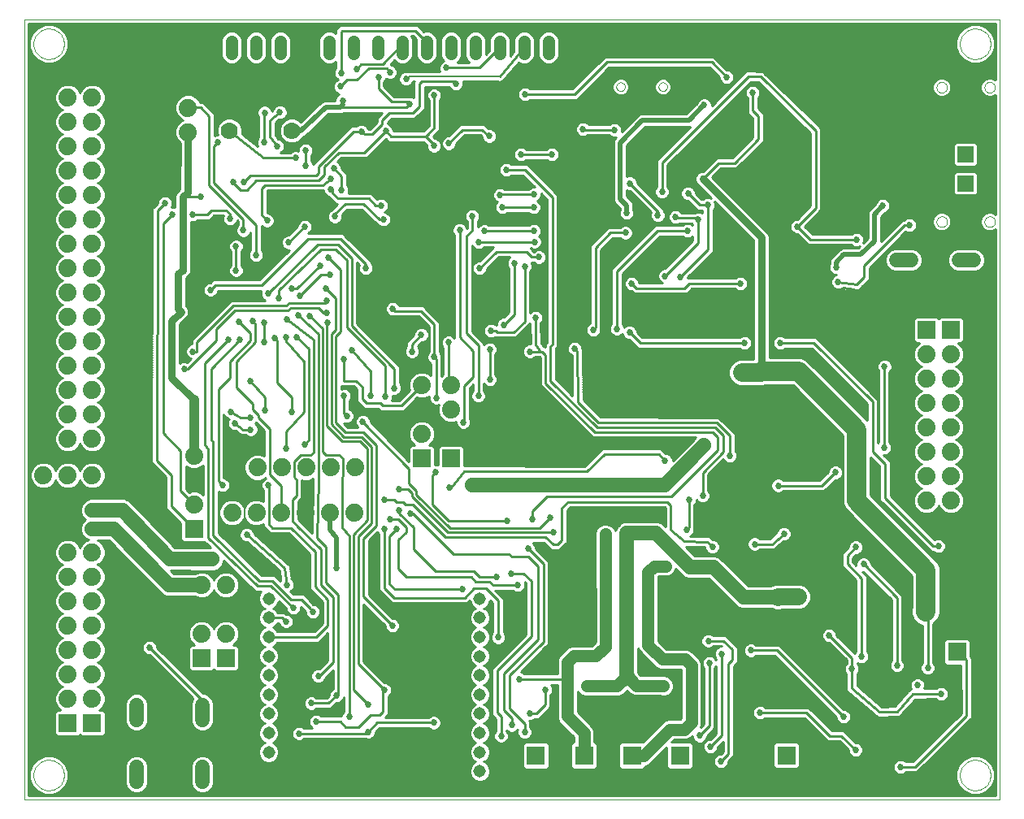
<source format=gbl>
G75*
G70*
%OFA0B0*%
%FSLAX24Y24*%
%IPPOS*%
%LPD*%
%AMOC8*
5,1,8,0,0,1.08239X$1,22.5*
%
%ADD10C,0.0000*%
%ADD11C,0.0515*%
%ADD12C,0.0740*%
%ADD13C,0.0600*%
%ADD14C,0.0515*%
%ADD15R,0.0740X0.0740*%
%ADD16C,0.1310*%
%ADD17C,0.0700*%
%ADD18R,0.0650X0.0650*%
%ADD19R,0.0768X0.0768*%
%ADD20C,0.0270*%
%ADD21C,0.0100*%
%ADD22C,0.0160*%
%ADD23C,0.0320*%
%ADD24C,0.0375*%
%ADD25C,0.0300*%
%ADD26C,0.0080*%
%ADD27R,0.0270X0.0270*%
%ADD28C,0.0800*%
%ADD29C,0.0600*%
%ADD30C,0.0200*%
%ADD31C,0.0750*%
%ADD32C,0.0700*%
%ADD33C,0.0500*%
%ADD34C,0.0400*%
D10*
X000150Y001990D02*
X000150Y033990D01*
X040150Y033990D01*
X040150Y001990D01*
X000150Y001990D01*
X000525Y002990D02*
X000527Y003040D01*
X000533Y003089D01*
X000543Y003138D01*
X000556Y003185D01*
X000574Y003232D01*
X000595Y003277D01*
X000619Y003320D01*
X000647Y003361D01*
X000678Y003400D01*
X000712Y003436D01*
X000749Y003470D01*
X000789Y003500D01*
X000830Y003527D01*
X000874Y003551D01*
X000919Y003571D01*
X000966Y003587D01*
X001014Y003600D01*
X001063Y003609D01*
X001113Y003614D01*
X001162Y003615D01*
X001212Y003612D01*
X001261Y003605D01*
X001310Y003594D01*
X001357Y003580D01*
X001403Y003561D01*
X001448Y003539D01*
X001491Y003514D01*
X001531Y003485D01*
X001569Y003453D01*
X001605Y003419D01*
X001638Y003381D01*
X001667Y003341D01*
X001693Y003299D01*
X001716Y003255D01*
X001735Y003209D01*
X001751Y003162D01*
X001763Y003113D01*
X001771Y003064D01*
X001775Y003015D01*
X001775Y002965D01*
X001771Y002916D01*
X001763Y002867D01*
X001751Y002818D01*
X001735Y002771D01*
X001716Y002725D01*
X001693Y002681D01*
X001667Y002639D01*
X001638Y002599D01*
X001605Y002561D01*
X001569Y002527D01*
X001531Y002495D01*
X001491Y002466D01*
X001448Y002441D01*
X001403Y002419D01*
X001357Y002400D01*
X001310Y002386D01*
X001261Y002375D01*
X001212Y002368D01*
X001162Y002365D01*
X001113Y002366D01*
X001063Y002371D01*
X001014Y002380D01*
X000966Y002393D01*
X000919Y002409D01*
X000874Y002429D01*
X000830Y002453D01*
X000789Y002480D01*
X000749Y002510D01*
X000712Y002544D01*
X000678Y002580D01*
X000647Y002619D01*
X000619Y002660D01*
X000595Y002703D01*
X000574Y002748D01*
X000556Y002795D01*
X000543Y002842D01*
X000533Y002891D01*
X000527Y002940D01*
X000525Y002990D01*
X024427Y031230D02*
X024429Y031256D01*
X024435Y031282D01*
X024445Y031307D01*
X024458Y031330D01*
X024474Y031350D01*
X024494Y031368D01*
X024516Y031383D01*
X024539Y031395D01*
X024565Y031403D01*
X024591Y031407D01*
X024617Y031407D01*
X024643Y031403D01*
X024669Y031395D01*
X024693Y031383D01*
X024714Y031368D01*
X024734Y031350D01*
X024750Y031330D01*
X024763Y031307D01*
X024773Y031282D01*
X024779Y031256D01*
X024781Y031230D01*
X024779Y031204D01*
X024773Y031178D01*
X024763Y031153D01*
X024750Y031130D01*
X024734Y031110D01*
X024714Y031092D01*
X024692Y031077D01*
X024669Y031065D01*
X024643Y031057D01*
X024617Y031053D01*
X024591Y031053D01*
X024565Y031057D01*
X024539Y031065D01*
X024515Y031077D01*
X024494Y031092D01*
X024474Y031110D01*
X024458Y031130D01*
X024445Y031153D01*
X024435Y031178D01*
X024429Y031204D01*
X024427Y031230D01*
X026159Y031230D02*
X026161Y031256D01*
X026167Y031282D01*
X026177Y031307D01*
X026190Y031330D01*
X026206Y031350D01*
X026226Y031368D01*
X026248Y031383D01*
X026271Y031395D01*
X026297Y031403D01*
X026323Y031407D01*
X026349Y031407D01*
X026375Y031403D01*
X026401Y031395D01*
X026425Y031383D01*
X026446Y031368D01*
X026466Y031350D01*
X026482Y031330D01*
X026495Y031307D01*
X026505Y031282D01*
X026511Y031256D01*
X026513Y031230D01*
X026511Y031204D01*
X026505Y031178D01*
X026495Y031153D01*
X026482Y031130D01*
X026466Y031110D01*
X026446Y031092D01*
X026424Y031077D01*
X026401Y031065D01*
X026375Y031057D01*
X026349Y031053D01*
X026323Y031053D01*
X026297Y031057D01*
X026271Y031065D01*
X026247Y031077D01*
X026226Y031092D01*
X026206Y031110D01*
X026190Y031130D01*
X026177Y031153D01*
X026167Y031178D01*
X026161Y031204D01*
X026159Y031230D01*
X037559Y031206D02*
X037561Y031235D01*
X037567Y031263D01*
X037576Y031291D01*
X037589Y031317D01*
X037606Y031340D01*
X037625Y031362D01*
X037647Y031381D01*
X037672Y031396D01*
X037698Y031409D01*
X037726Y031417D01*
X037754Y031422D01*
X037783Y031423D01*
X037812Y031420D01*
X037840Y031413D01*
X037867Y031403D01*
X037893Y031389D01*
X037916Y031372D01*
X037937Y031352D01*
X037955Y031329D01*
X037970Y031304D01*
X037981Y031277D01*
X037989Y031249D01*
X037993Y031220D01*
X037993Y031192D01*
X037989Y031163D01*
X037981Y031135D01*
X037970Y031108D01*
X037955Y031083D01*
X037937Y031060D01*
X037916Y031040D01*
X037893Y031023D01*
X037867Y031009D01*
X037840Y030999D01*
X037812Y030992D01*
X037783Y030989D01*
X037754Y030990D01*
X037726Y030995D01*
X037698Y031003D01*
X037672Y031016D01*
X037647Y031031D01*
X037625Y031050D01*
X037606Y031072D01*
X037589Y031095D01*
X037576Y031121D01*
X037567Y031149D01*
X037561Y031177D01*
X037559Y031206D01*
X039527Y031206D02*
X039529Y031235D01*
X039535Y031263D01*
X039544Y031291D01*
X039557Y031317D01*
X039574Y031340D01*
X039593Y031362D01*
X039615Y031381D01*
X039640Y031396D01*
X039666Y031409D01*
X039694Y031417D01*
X039722Y031422D01*
X039751Y031423D01*
X039780Y031420D01*
X039808Y031413D01*
X039835Y031403D01*
X039861Y031389D01*
X039884Y031372D01*
X039905Y031352D01*
X039923Y031329D01*
X039938Y031304D01*
X039949Y031277D01*
X039957Y031249D01*
X039961Y031220D01*
X039961Y031192D01*
X039957Y031163D01*
X039949Y031135D01*
X039938Y031108D01*
X039923Y031083D01*
X039905Y031060D01*
X039884Y031040D01*
X039861Y031023D01*
X039835Y031009D01*
X039808Y030999D01*
X039780Y030992D01*
X039751Y030989D01*
X039722Y030990D01*
X039694Y030995D01*
X039666Y031003D01*
X039640Y031016D01*
X039615Y031031D01*
X039593Y031050D01*
X039574Y031072D01*
X039557Y031095D01*
X039544Y031121D01*
X039535Y031149D01*
X039529Y031177D01*
X039527Y031206D01*
X038525Y032990D02*
X038527Y033040D01*
X038533Y033089D01*
X038543Y033138D01*
X038556Y033185D01*
X038574Y033232D01*
X038595Y033277D01*
X038619Y033320D01*
X038647Y033361D01*
X038678Y033400D01*
X038712Y033436D01*
X038749Y033470D01*
X038789Y033500D01*
X038830Y033527D01*
X038874Y033551D01*
X038919Y033571D01*
X038966Y033587D01*
X039014Y033600D01*
X039063Y033609D01*
X039113Y033614D01*
X039162Y033615D01*
X039212Y033612D01*
X039261Y033605D01*
X039310Y033594D01*
X039357Y033580D01*
X039403Y033561D01*
X039448Y033539D01*
X039491Y033514D01*
X039531Y033485D01*
X039569Y033453D01*
X039605Y033419D01*
X039638Y033381D01*
X039667Y033341D01*
X039693Y033299D01*
X039716Y033255D01*
X039735Y033209D01*
X039751Y033162D01*
X039763Y033113D01*
X039771Y033064D01*
X039775Y033015D01*
X039775Y032965D01*
X039771Y032916D01*
X039763Y032867D01*
X039751Y032818D01*
X039735Y032771D01*
X039716Y032725D01*
X039693Y032681D01*
X039667Y032639D01*
X039638Y032599D01*
X039605Y032561D01*
X039569Y032527D01*
X039531Y032495D01*
X039491Y032466D01*
X039448Y032441D01*
X039403Y032419D01*
X039357Y032400D01*
X039310Y032386D01*
X039261Y032375D01*
X039212Y032368D01*
X039162Y032365D01*
X039113Y032366D01*
X039063Y032371D01*
X039014Y032380D01*
X038966Y032393D01*
X038919Y032409D01*
X038874Y032429D01*
X038830Y032453D01*
X038789Y032480D01*
X038749Y032510D01*
X038712Y032544D01*
X038678Y032580D01*
X038647Y032619D01*
X038619Y032660D01*
X038595Y032703D01*
X038574Y032748D01*
X038556Y032795D01*
X038543Y032842D01*
X038533Y032891D01*
X038527Y032940D01*
X038525Y032990D01*
X037559Y025694D02*
X037561Y025723D01*
X037567Y025751D01*
X037576Y025779D01*
X037589Y025805D01*
X037606Y025828D01*
X037625Y025850D01*
X037647Y025869D01*
X037672Y025884D01*
X037698Y025897D01*
X037726Y025905D01*
X037754Y025910D01*
X037783Y025911D01*
X037812Y025908D01*
X037840Y025901D01*
X037867Y025891D01*
X037893Y025877D01*
X037916Y025860D01*
X037937Y025840D01*
X037955Y025817D01*
X037970Y025792D01*
X037981Y025765D01*
X037989Y025737D01*
X037993Y025708D01*
X037993Y025680D01*
X037989Y025651D01*
X037981Y025623D01*
X037970Y025596D01*
X037955Y025571D01*
X037937Y025548D01*
X037916Y025528D01*
X037893Y025511D01*
X037867Y025497D01*
X037840Y025487D01*
X037812Y025480D01*
X037783Y025477D01*
X037754Y025478D01*
X037726Y025483D01*
X037698Y025491D01*
X037672Y025504D01*
X037647Y025519D01*
X037625Y025538D01*
X037606Y025560D01*
X037589Y025583D01*
X037576Y025609D01*
X037567Y025637D01*
X037561Y025665D01*
X037559Y025694D01*
X039527Y025694D02*
X039529Y025723D01*
X039535Y025751D01*
X039544Y025779D01*
X039557Y025805D01*
X039574Y025828D01*
X039593Y025850D01*
X039615Y025869D01*
X039640Y025884D01*
X039666Y025897D01*
X039694Y025905D01*
X039722Y025910D01*
X039751Y025911D01*
X039780Y025908D01*
X039808Y025901D01*
X039835Y025891D01*
X039861Y025877D01*
X039884Y025860D01*
X039905Y025840D01*
X039923Y025817D01*
X039938Y025792D01*
X039949Y025765D01*
X039957Y025737D01*
X039961Y025708D01*
X039961Y025680D01*
X039957Y025651D01*
X039949Y025623D01*
X039938Y025596D01*
X039923Y025571D01*
X039905Y025548D01*
X039884Y025528D01*
X039861Y025511D01*
X039835Y025497D01*
X039808Y025487D01*
X039780Y025480D01*
X039751Y025477D01*
X039722Y025478D01*
X039694Y025483D01*
X039666Y025491D01*
X039640Y025504D01*
X039615Y025519D01*
X039593Y025538D01*
X039574Y025560D01*
X039557Y025583D01*
X039544Y025609D01*
X039535Y025637D01*
X039529Y025665D01*
X039527Y025694D01*
X038525Y002990D02*
X038527Y003040D01*
X038533Y003089D01*
X038543Y003138D01*
X038556Y003185D01*
X038574Y003232D01*
X038595Y003277D01*
X038619Y003320D01*
X038647Y003361D01*
X038678Y003400D01*
X038712Y003436D01*
X038749Y003470D01*
X038789Y003500D01*
X038830Y003527D01*
X038874Y003551D01*
X038919Y003571D01*
X038966Y003587D01*
X039014Y003600D01*
X039063Y003609D01*
X039113Y003614D01*
X039162Y003615D01*
X039212Y003612D01*
X039261Y003605D01*
X039310Y003594D01*
X039357Y003580D01*
X039403Y003561D01*
X039448Y003539D01*
X039491Y003514D01*
X039531Y003485D01*
X039569Y003453D01*
X039605Y003419D01*
X039638Y003381D01*
X039667Y003341D01*
X039693Y003299D01*
X039716Y003255D01*
X039735Y003209D01*
X039751Y003162D01*
X039763Y003113D01*
X039771Y003064D01*
X039775Y003015D01*
X039775Y002965D01*
X039771Y002916D01*
X039763Y002867D01*
X039751Y002818D01*
X039735Y002771D01*
X039716Y002725D01*
X039693Y002681D01*
X039667Y002639D01*
X039638Y002599D01*
X039605Y002561D01*
X039569Y002527D01*
X039531Y002495D01*
X039491Y002466D01*
X039448Y002441D01*
X039403Y002419D01*
X039357Y002400D01*
X039310Y002386D01*
X039261Y002375D01*
X039212Y002368D01*
X039162Y002365D01*
X039113Y002366D01*
X039063Y002371D01*
X039014Y002380D01*
X038966Y002393D01*
X038919Y002409D01*
X038874Y002429D01*
X038830Y002453D01*
X038789Y002480D01*
X038749Y002510D01*
X038712Y002544D01*
X038678Y002580D01*
X038647Y002619D01*
X038619Y002660D01*
X038595Y002703D01*
X038574Y002748D01*
X038556Y002795D01*
X038543Y002842D01*
X038533Y002891D01*
X038527Y002940D01*
X038525Y002990D01*
X000525Y032990D02*
X000527Y033040D01*
X000533Y033089D01*
X000543Y033138D01*
X000556Y033185D01*
X000574Y033232D01*
X000595Y033277D01*
X000619Y033320D01*
X000647Y033361D01*
X000678Y033400D01*
X000712Y033436D01*
X000749Y033470D01*
X000789Y033500D01*
X000830Y033527D01*
X000874Y033551D01*
X000919Y033571D01*
X000966Y033587D01*
X001014Y033600D01*
X001063Y033609D01*
X001113Y033614D01*
X001162Y033615D01*
X001212Y033612D01*
X001261Y033605D01*
X001310Y033594D01*
X001357Y033580D01*
X001403Y033561D01*
X001448Y033539D01*
X001491Y033514D01*
X001531Y033485D01*
X001569Y033453D01*
X001605Y033419D01*
X001638Y033381D01*
X001667Y033341D01*
X001693Y033299D01*
X001716Y033255D01*
X001735Y033209D01*
X001751Y033162D01*
X001763Y033113D01*
X001771Y033064D01*
X001775Y033015D01*
X001775Y032965D01*
X001771Y032916D01*
X001763Y032867D01*
X001751Y032818D01*
X001735Y032771D01*
X001716Y032725D01*
X001693Y032681D01*
X001667Y032639D01*
X001638Y032599D01*
X001605Y032561D01*
X001569Y032527D01*
X001531Y032495D01*
X001491Y032466D01*
X001448Y032441D01*
X001403Y032419D01*
X001357Y032400D01*
X001310Y032386D01*
X001261Y032375D01*
X001212Y032368D01*
X001162Y032365D01*
X001113Y032366D01*
X001063Y032371D01*
X001014Y032380D01*
X000966Y032393D01*
X000919Y032409D01*
X000874Y032429D01*
X000830Y032453D01*
X000789Y032480D01*
X000749Y032510D01*
X000712Y032544D01*
X000678Y032580D01*
X000647Y032619D01*
X000619Y032660D01*
X000595Y032703D01*
X000574Y032748D01*
X000556Y032795D01*
X000543Y032842D01*
X000533Y032891D01*
X000527Y032940D01*
X000525Y032990D01*
D11*
X010169Y010233D03*
X010169Y009446D03*
X010169Y008658D03*
X010169Y007871D03*
X010169Y007083D03*
X010169Y006296D03*
X010169Y005509D03*
X010169Y004721D03*
X010169Y003934D03*
X010169Y003146D03*
X018831Y003146D03*
X018831Y003934D03*
X018831Y004721D03*
X018831Y005509D03*
X018831Y006296D03*
X018831Y007083D03*
X018831Y007871D03*
X018831Y008658D03*
X018831Y009446D03*
X018831Y010233D03*
D12*
X013670Y013750D03*
X012670Y013750D03*
X011670Y013750D03*
X010670Y013750D03*
X009670Y013750D03*
X008670Y013750D03*
X007100Y014100D03*
X007100Y015100D03*
X007100Y016100D03*
X008700Y015610D03*
X009700Y015610D03*
X010700Y015610D03*
X011700Y015610D03*
X012700Y015610D03*
X013700Y015610D03*
X016450Y016990D03*
X016450Y017990D03*
X016450Y018990D03*
X017650Y018990D03*
X017650Y017990D03*
X017650Y016990D03*
X008420Y010790D03*
X007420Y010790D03*
X007420Y009790D03*
X008420Y009790D03*
X008420Y008790D03*
X007420Y008790D03*
X002930Y009130D03*
X002930Y010130D03*
X002930Y011130D03*
X002930Y012130D03*
X001930Y012130D03*
X000930Y012130D03*
X000930Y011130D03*
X001930Y011130D03*
X001930Y010130D03*
X000930Y010130D03*
X000930Y009130D03*
X001930Y009130D03*
X001930Y008130D03*
X000930Y008130D03*
X000930Y007130D03*
X001930Y007130D03*
X002930Y007130D03*
X002930Y008130D03*
X002930Y006130D03*
X001930Y006130D03*
X000930Y006130D03*
X000930Y015290D03*
X001930Y015290D03*
X002930Y015290D03*
X002930Y016790D03*
X002930Y017790D03*
X002930Y018790D03*
X002930Y019790D03*
X002930Y020790D03*
X002930Y021790D03*
X002930Y022790D03*
X002930Y023790D03*
X002930Y024790D03*
X002930Y025790D03*
X002930Y026790D03*
X002930Y027790D03*
X002930Y028790D03*
X002930Y029790D03*
X002930Y030790D03*
X001930Y030790D03*
X000930Y030790D03*
X000930Y029790D03*
X001930Y029790D03*
X001930Y028790D03*
X000930Y028790D03*
X000930Y027790D03*
X001930Y027790D03*
X001930Y026790D03*
X000930Y026790D03*
X000930Y025790D03*
X001930Y025790D03*
X001930Y024790D03*
X000930Y024790D03*
X000930Y023790D03*
X001930Y023790D03*
X001930Y022790D03*
X000930Y022790D03*
X000930Y021790D03*
X001930Y021790D03*
X001930Y020790D03*
X000930Y020790D03*
X000930Y019790D03*
X001930Y019790D03*
X001930Y018790D03*
X000930Y018790D03*
X000930Y017790D03*
X001930Y017790D03*
X001930Y016790D03*
X000930Y016790D03*
X006860Y029370D03*
X006860Y030370D03*
X037150Y020250D03*
X038150Y020250D03*
X039150Y020250D03*
X039150Y019250D03*
X038150Y019250D03*
X037150Y019250D03*
X037150Y018250D03*
X038150Y018250D03*
X039150Y018250D03*
X039150Y017250D03*
X038150Y017250D03*
X037150Y017250D03*
X037150Y016250D03*
X038150Y016250D03*
X039150Y016250D03*
X039150Y015250D03*
X038150Y015250D03*
X037150Y015250D03*
X037150Y014250D03*
X038150Y014250D03*
X039150Y014250D03*
D13*
X031040Y010280D02*
X029640Y010280D01*
X028400Y011520D01*
X027450Y011520D01*
X026050Y012920D01*
X025120Y012920D01*
X024850Y012910D01*
X024860Y007160D01*
X026420Y014880D02*
X018520Y014890D01*
X026420Y014880D02*
X028010Y016510D01*
X035910Y022350D02*
X036510Y022350D01*
X036510Y024130D02*
X035910Y024130D01*
X038470Y024130D02*
X039070Y024130D01*
X039070Y022350D02*
X038470Y022350D01*
X009230Y005870D02*
X009230Y005270D01*
X007450Y005270D02*
X007450Y005870D01*
X006530Y005870D02*
X006530Y005270D01*
X004750Y005270D02*
X004750Y005870D01*
X004750Y003310D02*
X004750Y002710D01*
X006530Y002710D02*
X006530Y003310D01*
X007450Y003310D02*
X007450Y002710D01*
X009230Y002710D02*
X009230Y003310D01*
X007420Y010790D02*
X006080Y010790D01*
X003800Y013090D01*
X002940Y013090D01*
X002930Y013100D01*
X002930Y013870D02*
X004180Y013870D01*
X006130Y011860D01*
X007840Y011840D01*
D14*
X007650Y032582D02*
X007650Y033097D01*
X008650Y033097D02*
X008650Y032582D01*
X009650Y032582D02*
X009650Y033097D01*
X010650Y033097D02*
X010650Y032582D01*
X011650Y032582D02*
X011650Y033097D01*
X012650Y033097D02*
X012650Y032582D01*
X013650Y032582D02*
X013650Y033097D01*
X014650Y033097D02*
X014650Y032582D01*
X015650Y032582D02*
X015650Y033097D01*
X016650Y033097D02*
X016650Y032582D01*
X017650Y032582D02*
X017650Y033097D01*
X018650Y033097D02*
X018650Y032582D01*
X019650Y032582D02*
X019650Y033097D01*
X020650Y033097D02*
X020650Y032582D01*
X021650Y032582D02*
X021650Y033097D01*
X022650Y033097D02*
X022650Y032582D01*
D15*
X037150Y021250D03*
X038150Y021250D03*
X039150Y021250D03*
X017650Y015990D03*
X016450Y015990D03*
X007100Y013100D03*
X007420Y007790D03*
X008420Y007790D03*
X002930Y005130D03*
X001930Y005130D03*
X000930Y005130D03*
D16*
X029245Y029490D03*
X034415Y029490D03*
D17*
X011120Y029430D03*
X008560Y029430D03*
D18*
X038760Y029631D03*
X038760Y028450D03*
X038760Y027269D03*
D19*
X038410Y010020D03*
X038410Y008051D03*
X033370Y003800D03*
X031401Y003800D03*
X027040Y003790D03*
X025071Y003790D03*
X023100Y003790D03*
X021131Y003790D03*
D20*
X020670Y004750D03*
X020140Y005040D03*
X019700Y004600D03*
X020870Y005520D03*
X021510Y006500D03*
X021820Y007430D03*
X020440Y006920D03*
X019580Y008640D03*
X017390Y008980D03*
X018120Y010610D03*
X019530Y011130D03*
X020120Y011270D03*
X020390Y010790D03*
X020800Y012300D03*
X021860Y012940D03*
X021720Y013560D03*
X020970Y013490D03*
X019940Y013430D03*
X017590Y014800D03*
X017030Y015430D03*
X015520Y014730D03*
X014900Y014300D03*
X015530Y013840D03*
X015990Y013720D03*
X015160Y013480D03*
X015400Y013080D03*
X014900Y013090D03*
X012960Y011490D03*
X011980Y009690D03*
X011940Y009060D03*
X011185Y009855D03*
X010890Y009300D03*
X011540Y008190D03*
X012200Y007050D03*
X012950Y006260D03*
X011910Y005940D03*
X012110Y005190D03*
X011420Y004700D03*
X011450Y002880D03*
X013470Y005380D03*
X014250Y005880D03*
X014910Y006480D03*
X014250Y004770D03*
X016940Y005140D03*
X015240Y009120D03*
X010910Y010800D03*
X009270Y012850D03*
X010160Y014880D03*
X010870Y016400D03*
X011660Y016540D03*
X011110Y017880D03*
X010000Y017970D03*
X009430Y017650D03*
X009430Y017170D03*
X008790Y017420D03*
X008610Y017900D03*
X009410Y019140D03*
X009980Y020760D03*
X010400Y020910D03*
X010870Y020940D03*
X011330Y020970D03*
X010920Y021690D03*
X011390Y021850D03*
X011860Y021830D03*
X012550Y021960D03*
X012560Y022450D03*
X012510Y022960D03*
X012690Y023510D03*
X012270Y023890D03*
X012620Y024210D03*
X014150Y023780D03*
X014240Y025650D03*
X014880Y025780D03*
X014790Y026360D03*
X013160Y026980D03*
X012710Y027020D03*
X012730Y027460D03*
X012840Y027890D03*
X011690Y028000D03*
X011270Y028310D03*
X011690Y028620D03*
X010520Y028800D03*
X009980Y028940D03*
X010000Y030170D03*
X010630Y030190D03*
X013080Y029940D03*
X013200Y030670D03*
X013110Y031240D03*
X013140Y031800D03*
X013770Y031970D03*
X014670Y031620D03*
X015140Y031830D03*
X015800Y031550D03*
X015140Y031360D03*
X015960Y030520D03*
X016190Y029770D03*
X015210Y029770D03*
X014970Y029410D03*
X013970Y029400D03*
X015140Y028300D03*
X016950Y028810D03*
X017560Y028910D03*
X018610Y028700D03*
X019210Y029210D03*
X020520Y028450D03*
X019920Y027820D03*
X019660Y026790D03*
X019740Y026280D03*
X019010Y025310D03*
X018780Y024850D03*
X018000Y025350D03*
X018520Y025930D03*
X017440Y027010D03*
X020240Y023990D03*
X020670Y023860D03*
X021250Y024240D03*
X021070Y024870D03*
X021050Y025320D03*
X021040Y026280D03*
X021040Y026810D03*
X021780Y028460D03*
X023060Y029490D03*
X024350Y029460D03*
X024430Y030240D03*
X025620Y029380D03*
X027200Y027980D03*
X027980Y027450D03*
X027370Y026860D03*
X028180Y026390D03*
X027780Y025800D03*
X027350Y025320D03*
X026860Y025890D03*
X026130Y025960D03*
X025620Y025920D03*
X024850Y026050D03*
X024800Y025240D03*
X026300Y026930D03*
X024980Y027270D03*
X028030Y030480D03*
X027240Y031300D03*
X028960Y031620D03*
X030020Y031000D03*
X030640Y029480D03*
X031850Y029480D03*
X035360Y026350D03*
X036450Y025550D03*
X034280Y024960D03*
X033450Y023830D03*
X033530Y023230D03*
X031850Y024800D03*
X031840Y025500D03*
X030380Y024640D03*
X030390Y023540D03*
X029520Y023160D03*
X027050Y023430D03*
X026430Y023470D03*
X025060Y023160D03*
X024450Y021300D03*
X024970Y021150D03*
X023480Y021250D03*
X022720Y020500D03*
X020890Y020370D03*
X019810Y021470D03*
X019290Y021230D03*
X019240Y020460D03*
X019240Y019230D03*
X018770Y018550D03*
X018160Y017470D03*
X017040Y018470D03*
X015320Y018870D03*
X014950Y018530D03*
X014350Y018550D03*
X013710Y018530D03*
X013260Y018550D03*
X013370Y017720D03*
X014030Y017490D03*
X013260Y020040D03*
X013570Y020410D03*
X012590Y021540D03*
X011450Y022660D03*
X011100Y022950D03*
X010590Y022550D03*
X010140Y022740D03*
X009980Y021570D03*
X009500Y021630D03*
X008950Y021590D03*
X008970Y020840D03*
X008520Y020860D03*
X007060Y020370D03*
X006710Y019650D03*
X007100Y018390D03*
X008290Y014880D03*
X005290Y008220D03*
X016960Y020140D03*
X017540Y020740D03*
X016430Y021050D03*
X016050Y020370D03*
X015260Y022120D03*
X018820Y023780D03*
X021110Y021750D03*
X024400Y018970D03*
X024230Y017960D03*
X024230Y016620D03*
X026430Y015900D03*
X027970Y014460D03*
X027410Y014290D03*
X027310Y013060D03*
X027860Y012920D03*
X028370Y012350D03*
X028660Y013770D03*
X030100Y012470D03*
X031300Y012890D03*
X031070Y014870D03*
X029080Y016090D03*
X026520Y017860D03*
X029570Y019510D03*
X030380Y019550D03*
X029690Y020720D03*
X031140Y020720D03*
X035430Y019750D03*
X035410Y016430D03*
X033410Y015410D03*
X034250Y012340D03*
X034570Y011640D03*
X037640Y012380D03*
X033160Y008730D03*
X034480Y007850D03*
X034090Y007350D03*
X035940Y007490D03*
X036780Y006680D03*
X037200Y007380D03*
X037750Y006330D03*
X037960Y005360D03*
X035960Y006320D03*
X035700Y004500D03*
X034240Y004020D03*
X033750Y005380D03*
X036090Y003330D03*
X037750Y003250D03*
X030320Y005550D03*
X029940Y004030D03*
X028720Y003560D03*
X028290Y004160D03*
X027840Y004610D03*
X026630Y004870D03*
X028240Y007590D03*
X028740Y007970D03*
X028200Y008500D03*
X028390Y009770D03*
X029950Y008110D03*
X030300Y008460D03*
X010990Y024840D03*
X011660Y025500D03*
X012860Y025450D03*
X012890Y025910D03*
X010100Y025740D03*
X009130Y025340D03*
X008580Y025820D03*
X008130Y025860D03*
X007050Y025990D03*
X006230Y025990D03*
X005910Y026460D03*
X007370Y026710D03*
X008725Y027324D03*
X009160Y027330D03*
X008080Y028940D03*
X006380Y029850D03*
X004750Y032610D03*
X007750Y024670D03*
X008830Y024680D03*
X009650Y024320D03*
X008830Y023700D03*
X007730Y023880D03*
X007780Y022900D03*
X007720Y021910D03*
X006570Y021990D03*
X006450Y023540D03*
X016960Y030880D03*
X017850Y031360D03*
X017460Y032010D03*
X019440Y030920D03*
X020680Y030920D03*
D21*
X022720Y030920D01*
X024040Y032240D01*
X028340Y032240D01*
X028960Y031620D01*
X028966Y031925D02*
X028431Y032460D01*
X023949Y032460D01*
X023820Y032331D01*
X022629Y031140D01*
X020891Y031140D01*
X020853Y031178D01*
X020741Y031225D01*
X020619Y031225D01*
X020507Y031178D01*
X020421Y031092D01*
X020375Y030980D01*
X020375Y030859D01*
X020421Y030747D01*
X020507Y030661D01*
X020619Y030615D01*
X020741Y030615D01*
X020853Y030661D01*
X020891Y030700D01*
X022811Y030700D01*
X024131Y032020D01*
X028249Y032020D01*
X028655Y031613D01*
X028655Y031559D01*
X028701Y031447D01*
X028787Y031361D01*
X028899Y031315D01*
X029021Y031315D01*
X029133Y031361D01*
X029219Y031447D01*
X029265Y031559D01*
X029265Y031680D01*
X029219Y031792D01*
X029133Y031878D01*
X029021Y031925D01*
X028966Y031925D01*
X028957Y031934D02*
X039980Y031934D01*
X039980Y032032D02*
X028859Y032032D01*
X028760Y032131D02*
X039980Y032131D01*
X039980Y032229D02*
X039392Y032229D01*
X039308Y032195D02*
X039600Y032316D01*
X039824Y032539D01*
X039945Y032831D01*
X039945Y033148D01*
X039824Y033440D01*
X039600Y033664D01*
X039308Y033785D01*
X038992Y033785D01*
X038700Y033664D01*
X038476Y033440D01*
X038355Y033148D01*
X038355Y032831D01*
X038476Y032539D01*
X038700Y032316D01*
X038992Y032195D01*
X039308Y032195D01*
X039612Y032328D02*
X039980Y032328D01*
X039980Y032426D02*
X039711Y032426D01*
X039809Y032525D02*
X039980Y032525D01*
X039980Y032623D02*
X039859Y032623D01*
X039900Y032722D02*
X039980Y032722D01*
X039980Y032820D02*
X039940Y032820D01*
X039945Y032919D02*
X039980Y032919D01*
X039980Y033017D02*
X039945Y033017D01*
X039945Y033116D02*
X039980Y033116D01*
X039980Y033214D02*
X039917Y033214D01*
X039877Y033313D02*
X039980Y033313D01*
X039980Y033411D02*
X039836Y033411D01*
X039754Y033510D02*
X039980Y033510D01*
X039980Y033608D02*
X039656Y033608D01*
X039496Y033707D02*
X039980Y033707D01*
X039980Y033805D02*
X000320Y033805D01*
X000320Y033820D02*
X039980Y033820D01*
X039980Y031516D01*
X039963Y031533D01*
X039821Y031592D01*
X039667Y031592D01*
X039525Y031533D01*
X039417Y031424D01*
X039358Y031282D01*
X039358Y031129D01*
X039417Y030987D01*
X039525Y030878D01*
X039667Y030819D01*
X039821Y030819D01*
X039963Y030878D01*
X039980Y030895D01*
X039980Y026005D01*
X039963Y026021D01*
X039821Y026080D01*
X039667Y026080D01*
X039525Y026021D01*
X039417Y025913D01*
X039358Y025771D01*
X039358Y025617D01*
X039417Y025475D01*
X039525Y025366D01*
X039667Y025307D01*
X039821Y025307D01*
X039963Y025366D01*
X039980Y025383D01*
X039980Y002160D01*
X000320Y002160D01*
X000320Y033820D01*
X000320Y033707D02*
X000804Y033707D01*
X000700Y033664D02*
X000476Y033440D01*
X000355Y033148D01*
X000355Y032831D01*
X000476Y032539D01*
X000700Y032316D01*
X000992Y032195D01*
X001308Y032195D01*
X001600Y032316D01*
X001824Y032539D01*
X001945Y032831D01*
X001945Y033148D01*
X001824Y033440D01*
X001600Y033664D01*
X001308Y033785D01*
X000992Y033785D01*
X000700Y033664D01*
X000644Y033608D02*
X000320Y033608D01*
X000320Y033510D02*
X000546Y033510D01*
X000464Y033411D02*
X000320Y033411D01*
X000320Y033313D02*
X000423Y033313D01*
X000383Y033214D02*
X000320Y033214D01*
X000320Y033116D02*
X000355Y033116D01*
X000355Y033017D02*
X000320Y033017D01*
X000320Y032919D02*
X000355Y032919D01*
X000360Y032820D02*
X000320Y032820D01*
X000320Y032722D02*
X000400Y032722D01*
X000441Y032623D02*
X000320Y032623D01*
X000320Y032525D02*
X000491Y032525D01*
X000589Y032426D02*
X000320Y032426D01*
X000320Y032328D02*
X000688Y032328D01*
X000908Y032229D02*
X000320Y032229D01*
X000320Y032131D02*
X012920Y032131D01*
X012892Y032220D02*
X012920Y032248D01*
X012920Y032011D01*
X012881Y031972D01*
X012835Y031860D01*
X012835Y031739D01*
X012881Y031627D01*
X012967Y031541D01*
X013004Y031526D01*
X012937Y031498D01*
X012851Y031412D01*
X012805Y031300D01*
X012805Y031179D01*
X012851Y031067D01*
X012937Y030981D01*
X013046Y030936D01*
X013027Y030928D01*
X012941Y030842D01*
X012895Y030730D01*
X012895Y030658D01*
X012525Y030660D01*
X012476Y030661D01*
X012472Y030660D01*
X012467Y030660D01*
X012421Y030641D01*
X012375Y030624D01*
X012372Y030621D01*
X012368Y030619D01*
X012333Y030584D01*
X011488Y029797D01*
X011414Y029870D01*
X011223Y029950D01*
X011016Y029950D01*
X010825Y029870D01*
X010679Y029724D01*
X010600Y029533D01*
X010600Y029326D01*
X010679Y029135D01*
X010825Y028989D01*
X011016Y028910D01*
X011223Y028910D01*
X011414Y028989D01*
X011560Y029135D01*
X011576Y029173D01*
X011589Y029178D01*
X011635Y029195D01*
X011638Y029199D01*
X011643Y029201D01*
X011678Y029235D01*
X012626Y030119D01*
X013055Y030118D01*
X013056Y030118D01*
X013109Y030118D01*
X013162Y030118D01*
X013163Y030118D01*
X013163Y030118D01*
X013213Y030138D01*
X013262Y030158D01*
X013262Y030159D01*
X013263Y030159D01*
X013271Y030167D01*
X014822Y030163D01*
X014600Y029941D01*
X014600Y029781D01*
X014319Y029500D01*
X014259Y029500D01*
X014229Y029572D01*
X014143Y029658D01*
X014031Y029705D01*
X013909Y029705D01*
X013797Y029658D01*
X013759Y029620D01*
X013549Y029620D01*
X013420Y029491D01*
X011993Y028064D01*
X011949Y028172D01*
X011910Y028211D01*
X011910Y028409D01*
X011949Y028447D01*
X011995Y028559D01*
X011995Y028681D01*
X011949Y028793D01*
X011863Y028879D01*
X011751Y028925D01*
X011629Y028925D01*
X011517Y028879D01*
X011431Y028793D01*
X011385Y028681D01*
X011385Y028592D01*
X011331Y028615D01*
X011209Y028615D01*
X011097Y028568D01*
X011059Y028530D01*
X010665Y028530D01*
X010693Y028541D01*
X010779Y028627D01*
X010825Y028739D01*
X010825Y028860D01*
X010779Y028972D01*
X010693Y029058D01*
X010581Y029105D01*
X010566Y029105D01*
X010440Y029273D01*
X010440Y029762D01*
X010597Y029885D01*
X010691Y029885D01*
X010803Y029931D01*
X010889Y030017D01*
X010935Y030129D01*
X010935Y030250D01*
X010889Y030362D01*
X010803Y030448D01*
X010691Y030495D01*
X010569Y030495D01*
X010457Y030448D01*
X010371Y030362D01*
X010325Y030250D01*
X010325Y030231D01*
X010305Y030215D01*
X010305Y030230D01*
X010259Y030342D01*
X010173Y030428D01*
X010061Y030475D01*
X009939Y030475D01*
X009827Y030428D01*
X009741Y030342D01*
X009695Y030230D01*
X009695Y030109D01*
X009741Y029997D01*
X009760Y029978D01*
X009760Y029151D01*
X009721Y029112D01*
X009675Y029000D01*
X009675Y028879D01*
X009715Y028782D01*
X009715Y028782D01*
X009070Y029301D01*
X009080Y029326D01*
X009080Y029533D01*
X009001Y029724D01*
X008855Y029870D01*
X008664Y029950D01*
X008457Y029950D01*
X008266Y029870D01*
X008120Y029724D01*
X008040Y029533D01*
X008040Y029326D01*
X008074Y029245D01*
X008019Y029245D01*
X007950Y029216D01*
X007950Y030121D01*
X007821Y030250D01*
X007598Y030472D01*
X007598Y030475D01*
X007534Y030537D01*
X007471Y030600D01*
X007469Y030600D01*
X007467Y030601D01*
X007378Y030600D01*
X007349Y030600D01*
X007318Y030675D01*
X007166Y030827D01*
X006967Y030910D01*
X006753Y030910D01*
X006554Y030827D01*
X006402Y030675D01*
X006320Y030477D01*
X006320Y030262D01*
X006402Y030064D01*
X006554Y029912D01*
X006656Y029870D01*
X006554Y029827D01*
X006402Y029675D01*
X006320Y029477D01*
X006320Y029262D01*
X006402Y029064D01*
X006536Y028930D01*
X006521Y027033D01*
X006379Y026891D01*
X006330Y026773D01*
X006330Y026278D01*
X006291Y026295D01*
X006172Y026295D01*
X006215Y026399D01*
X006215Y026520D01*
X006169Y026632D01*
X006083Y026718D01*
X005971Y026765D01*
X005849Y026765D01*
X005737Y026718D01*
X005651Y026632D01*
X005605Y026520D01*
X005605Y026466D01*
X005444Y026305D01*
X005380Y026241D01*
X005380Y026241D01*
X005380Y026241D01*
X005380Y026150D01*
X005360Y015991D01*
X005360Y015991D01*
X005360Y015900D01*
X005360Y015809D01*
X005360Y015809D01*
X005360Y015808D01*
X005424Y015744D01*
X005488Y015680D01*
X005489Y015680D01*
X005960Y015208D01*
X005960Y013928D01*
X006089Y013800D01*
X006560Y013328D01*
X006560Y012659D01*
X006660Y012560D01*
X007539Y012560D01*
X007599Y012500D01*
X007600Y012500D01*
X007793Y012310D01*
X006331Y012327D01*
X004580Y014132D01*
X004578Y014136D01*
X004515Y014199D01*
X004452Y014264D01*
X004449Y014265D01*
X004446Y014268D01*
X004363Y014302D01*
X004281Y014338D01*
X004277Y014338D01*
X004273Y014340D01*
X004184Y014340D01*
X004094Y014341D01*
X004090Y014340D01*
X002837Y014340D01*
X002664Y014268D01*
X002532Y014136D01*
X002460Y013963D01*
X002460Y013776D01*
X002532Y013603D01*
X002650Y013485D01*
X002532Y013366D01*
X002460Y013193D01*
X002460Y013006D01*
X002532Y012833D01*
X002664Y012701D01*
X002674Y012691D01*
X002774Y012650D01*
X002624Y012587D01*
X002472Y012435D01*
X002430Y012334D01*
X002388Y012435D01*
X002236Y012587D01*
X002037Y012670D01*
X001823Y012670D01*
X001624Y012587D01*
X001472Y012435D01*
X001390Y012237D01*
X001390Y012022D01*
X001472Y011824D01*
X001624Y011672D01*
X001726Y011630D01*
X001624Y011587D01*
X001472Y011435D01*
X001390Y011237D01*
X001390Y011022D01*
X001472Y010824D01*
X001624Y010672D01*
X001726Y010630D01*
X001624Y010587D01*
X001472Y010435D01*
X001390Y010237D01*
X001390Y010022D01*
X001472Y009824D01*
X001624Y009672D01*
X001726Y009630D01*
X001624Y009587D01*
X001472Y009435D01*
X001390Y009237D01*
X001390Y009022D01*
X001472Y008824D01*
X001624Y008672D01*
X001726Y008630D01*
X001624Y008587D01*
X001472Y008435D01*
X001390Y008237D01*
X001390Y008022D01*
X001472Y007824D01*
X001624Y007672D01*
X001726Y007630D01*
X001624Y007587D01*
X001472Y007435D01*
X001390Y007237D01*
X001390Y007022D01*
X001472Y006824D01*
X001624Y006672D01*
X001726Y006630D01*
X001624Y006587D01*
X001472Y006435D01*
X001390Y006237D01*
X001390Y006022D01*
X001472Y005824D01*
X001624Y005672D01*
X001629Y005670D01*
X001490Y005670D01*
X001390Y005570D01*
X001390Y004689D01*
X001490Y004590D01*
X002370Y004590D01*
X002430Y004649D01*
X002430Y004649D01*
X002490Y004590D01*
X003370Y004590D01*
X003470Y004689D01*
X003470Y005570D01*
X003370Y005670D01*
X003231Y005670D01*
X003236Y005672D01*
X003388Y005824D01*
X003470Y006022D01*
X003470Y006237D01*
X003388Y006435D01*
X003236Y006587D01*
X003134Y006630D01*
X003236Y006672D01*
X003388Y006824D01*
X003470Y007022D01*
X003470Y007237D01*
X003388Y007435D01*
X003236Y007587D01*
X003134Y007630D01*
X003236Y007672D01*
X003388Y007824D01*
X003470Y008022D01*
X003470Y008237D01*
X003388Y008435D01*
X003236Y008587D01*
X003134Y008630D01*
X003236Y008672D01*
X003388Y008824D01*
X003470Y009022D01*
X003470Y009237D01*
X003388Y009435D01*
X003236Y009587D01*
X003134Y009630D01*
X003236Y009672D01*
X003388Y009824D01*
X003470Y010022D01*
X003470Y010237D01*
X003388Y010435D01*
X003236Y010587D01*
X003134Y010630D01*
X003236Y010672D01*
X003388Y010824D01*
X003470Y011022D01*
X003470Y011237D01*
X003388Y011435D01*
X003236Y011587D01*
X003134Y011630D01*
X003236Y011672D01*
X003388Y011824D01*
X003470Y012022D01*
X003470Y012237D01*
X003388Y012435D01*
X003236Y012587D01*
X003158Y012620D01*
X003604Y012620D01*
X005681Y010524D01*
X005682Y010523D01*
X005747Y010458D01*
X005812Y010392D01*
X005813Y010392D01*
X005814Y010391D01*
X005899Y010356D01*
X005984Y010320D01*
X005986Y010320D01*
X005987Y010320D01*
X006079Y010320D01*
X006171Y010319D01*
X006172Y010320D01*
X007144Y010320D01*
X007313Y010250D01*
X007527Y010250D01*
X007726Y010332D01*
X007878Y010484D01*
X007920Y010586D01*
X007962Y010484D01*
X008114Y010332D01*
X008313Y010250D01*
X008527Y010250D01*
X008726Y010332D01*
X008878Y010484D01*
X008960Y010682D01*
X008960Y010897D01*
X008878Y011095D01*
X008726Y011247D01*
X008527Y011330D01*
X008313Y011330D01*
X008114Y011247D01*
X007962Y011095D01*
X007920Y010994D01*
X007878Y011095D01*
X007726Y011247D01*
X007527Y011330D01*
X007313Y011330D01*
X007144Y011260D01*
X006276Y011260D01*
X006147Y011389D01*
X006216Y011388D01*
X006217Y011389D01*
X007744Y011371D01*
X007747Y011370D01*
X007837Y011370D01*
X007928Y011369D01*
X007931Y011370D01*
X007933Y011370D01*
X008017Y011404D01*
X008102Y011438D01*
X008104Y011440D01*
X008106Y011441D01*
X008170Y011505D01*
X008235Y011569D01*
X008236Y011571D01*
X008238Y011573D01*
X008273Y011657D01*
X008309Y011741D01*
X008374Y011741D01*
X008310Y011746D02*
X008310Y011804D01*
X009555Y010583D01*
X009619Y010520D01*
X009620Y010520D01*
X009621Y010519D01*
X009711Y010520D01*
X009851Y010520D01*
X009807Y010475D01*
X009742Y010318D01*
X009742Y010148D01*
X009807Y009991D01*
X009927Y009871D01*
X010003Y009839D01*
X009927Y009808D01*
X009807Y009688D01*
X009742Y009531D01*
X009742Y009360D01*
X009807Y009203D01*
X009927Y009083D01*
X010003Y009052D01*
X009927Y009021D01*
X009807Y008900D01*
X009742Y008743D01*
X009742Y008573D01*
X009807Y008416D01*
X009927Y008296D01*
X010003Y008264D01*
X009927Y008233D01*
X009807Y008113D01*
X009742Y007956D01*
X009742Y007786D01*
X009807Y007629D01*
X009927Y007508D01*
X010003Y007477D01*
X009927Y007446D01*
X009807Y007325D01*
X009742Y007168D01*
X009742Y006998D01*
X009807Y006841D01*
X009927Y006721D01*
X010003Y006690D01*
X009927Y006658D01*
X009807Y006538D01*
X009742Y006381D01*
X009742Y006211D01*
X009807Y006054D01*
X009927Y005934D01*
X010003Y005902D01*
X009927Y005871D01*
X009807Y005751D01*
X009742Y005594D01*
X009742Y005423D01*
X009807Y005266D01*
X009927Y005146D01*
X010003Y005115D01*
X009927Y005084D01*
X009807Y004963D01*
X009742Y004806D01*
X009742Y004636D01*
X009807Y004479D01*
X009927Y004359D01*
X010003Y004327D01*
X009927Y004296D01*
X009807Y004176D01*
X009742Y004019D01*
X009742Y003849D01*
X009807Y003692D01*
X009927Y003571D01*
X010084Y003506D01*
X010254Y003506D01*
X010411Y003571D01*
X010532Y003692D01*
X010597Y003849D01*
X010597Y004019D01*
X010532Y004176D01*
X010411Y004296D01*
X010336Y004327D01*
X010411Y004359D01*
X010532Y004479D01*
X010597Y004636D01*
X010597Y004806D01*
X010532Y004963D01*
X010411Y005084D01*
X010336Y005115D01*
X010411Y005146D01*
X010532Y005266D01*
X010597Y005423D01*
X010597Y005594D01*
X010532Y005751D01*
X010411Y005871D01*
X010336Y005902D01*
X010411Y005934D01*
X010532Y006054D01*
X010597Y006211D01*
X010597Y006381D01*
X010532Y006538D01*
X010411Y006658D01*
X010336Y006690D01*
X010411Y006721D01*
X010532Y006841D01*
X010597Y006998D01*
X010597Y007168D01*
X010532Y007325D01*
X010411Y007446D01*
X010336Y007477D01*
X010411Y007508D01*
X010532Y007629D01*
X010597Y007786D01*
X010597Y007956D01*
X010532Y008113D01*
X010411Y008233D01*
X010336Y008264D01*
X010411Y008296D01*
X010532Y008416D01*
X010541Y008438D01*
X012220Y008438D01*
X012590Y008808D01*
X012590Y007701D01*
X012244Y007355D01*
X012139Y007355D01*
X012027Y007308D01*
X011941Y007222D01*
X011895Y007110D01*
X011895Y006989D01*
X011941Y006877D01*
X012027Y006791D01*
X012139Y006745D01*
X012261Y006745D01*
X012373Y006791D01*
X012459Y006877D01*
X012505Y006989D01*
X012505Y006993D01*
X012800Y007288D01*
X012800Y006528D01*
X012777Y006518D01*
X012691Y006432D01*
X012645Y006320D01*
X012645Y006266D01*
X012539Y006160D01*
X012121Y006160D01*
X012083Y006198D01*
X011971Y006245D01*
X011849Y006245D01*
X011737Y006198D01*
X011651Y006112D01*
X011605Y006000D01*
X011605Y005879D01*
X011651Y005767D01*
X011737Y005681D01*
X011849Y005635D01*
X011971Y005635D01*
X012083Y005681D01*
X012121Y005720D01*
X012721Y005720D01*
X012956Y005955D01*
X013011Y005955D01*
X013123Y006001D01*
X013209Y006087D01*
X013250Y006187D01*
X013250Y005591D01*
X013211Y005552D01*
X013165Y005440D01*
X013165Y005410D01*
X012321Y005410D01*
X012283Y005448D01*
X012171Y005495D01*
X012049Y005495D01*
X011937Y005448D01*
X011851Y005362D01*
X011805Y005250D01*
X011805Y005129D01*
X011851Y005017D01*
X011937Y004931D01*
X011965Y004920D01*
X011631Y004920D01*
X011593Y004958D01*
X011481Y005005D01*
X011359Y005005D01*
X011247Y004958D01*
X011161Y004872D01*
X011115Y004760D01*
X011115Y004639D01*
X011161Y004527D01*
X011247Y004441D01*
X011359Y004395D01*
X011481Y004395D01*
X011593Y004441D01*
X011631Y004480D01*
X014153Y004480D01*
X014189Y004465D01*
X014311Y004465D01*
X014423Y004511D01*
X014509Y004597D01*
X014555Y004709D01*
X014555Y004763D01*
X014711Y004920D01*
X016729Y004920D01*
X016767Y004881D01*
X016879Y004835D01*
X017001Y004835D01*
X017113Y004881D01*
X017199Y004967D01*
X017245Y005079D01*
X017245Y005200D01*
X017199Y005312D01*
X017113Y005398D01*
X017001Y005445D01*
X016879Y005445D01*
X016767Y005398D01*
X016729Y005360D01*
X014941Y005360D01*
X014951Y005370D01*
X015080Y005498D01*
X015080Y006220D01*
X015083Y006221D01*
X015169Y006307D01*
X015215Y006419D01*
X015215Y006540D01*
X015169Y006652D01*
X015083Y006738D01*
X014971Y006785D01*
X014916Y006785D01*
X014060Y007641D01*
X014060Y009988D01*
X014935Y009113D01*
X014935Y009059D01*
X014981Y008947D01*
X015067Y008861D01*
X015179Y008815D01*
X015301Y008815D01*
X015413Y008861D01*
X015499Y008947D01*
X015545Y009059D01*
X015545Y009180D01*
X018492Y009180D01*
X018468Y009203D02*
X018589Y009083D01*
X018664Y009052D01*
X018589Y009021D01*
X018468Y008900D01*
X018403Y008743D01*
X018403Y008573D01*
X018468Y008416D01*
X018589Y008296D01*
X018664Y008264D01*
X018589Y008233D01*
X018468Y008113D01*
X018403Y007956D01*
X018403Y007786D01*
X018468Y007629D01*
X018589Y007508D01*
X018664Y007477D01*
X018589Y007446D01*
X018468Y007325D01*
X018403Y007168D01*
X018403Y006998D01*
X018468Y006841D01*
X018589Y006721D01*
X018664Y006690D01*
X018589Y006658D01*
X018468Y006538D01*
X018403Y006381D01*
X018403Y006211D01*
X018468Y006054D01*
X018589Y005934D01*
X018664Y005902D01*
X018589Y005871D01*
X018468Y005751D01*
X018403Y005594D01*
X018403Y005423D01*
X018468Y005266D01*
X018589Y005146D01*
X018664Y005115D01*
X018589Y005084D01*
X018468Y004963D01*
X018403Y004806D01*
X018403Y004636D01*
X018468Y004479D01*
X018589Y004359D01*
X018664Y004327D01*
X018589Y004296D01*
X018468Y004176D01*
X018403Y004019D01*
X018403Y003849D01*
X018468Y003692D01*
X018589Y003571D01*
X018664Y003540D01*
X018589Y003509D01*
X018468Y003388D01*
X018403Y003231D01*
X018403Y003061D01*
X018468Y002904D01*
X018589Y002784D01*
X018746Y002719D01*
X018916Y002719D01*
X019073Y002784D01*
X019193Y002904D01*
X019258Y003061D01*
X019258Y003231D01*
X019193Y003388D01*
X019073Y003509D01*
X018997Y003540D01*
X019073Y003571D01*
X019193Y003692D01*
X019258Y003849D01*
X019258Y004019D01*
X019193Y004176D01*
X019073Y004296D01*
X018997Y004327D01*
X019073Y004359D01*
X019193Y004479D01*
X019258Y004636D01*
X019258Y004806D01*
X019193Y004963D01*
X019073Y005084D01*
X018997Y005115D01*
X019073Y005146D01*
X019193Y005266D01*
X019258Y005423D01*
X019258Y005594D01*
X019193Y005751D01*
X019073Y005871D01*
X018997Y005902D01*
X019073Y005934D01*
X019193Y006054D01*
X019258Y006211D01*
X019258Y006381D01*
X019193Y006538D01*
X019073Y006658D01*
X018997Y006690D01*
X019073Y006721D01*
X019193Y006841D01*
X019258Y006998D01*
X019258Y007168D01*
X019193Y007325D01*
X019073Y007446D01*
X018997Y007477D01*
X019073Y007508D01*
X019193Y007629D01*
X019258Y007786D01*
X019258Y007956D01*
X019193Y008113D01*
X019073Y008233D01*
X018997Y008264D01*
X019073Y008296D01*
X019193Y008416D01*
X019258Y008573D01*
X019258Y008743D01*
X019193Y008900D01*
X019073Y009021D01*
X018997Y009052D01*
X019073Y009083D01*
X019193Y009203D01*
X019258Y009360D01*
X019258Y009531D01*
X019193Y009688D01*
X019073Y009808D01*
X018997Y009839D01*
X019073Y009871D01*
X019193Y009991D01*
X019258Y010148D01*
X019258Y010150D01*
X019360Y010048D01*
X019360Y008851D01*
X019321Y008812D01*
X019275Y008700D01*
X019275Y008579D01*
X019321Y008467D01*
X019407Y008381D01*
X019519Y008335D01*
X019641Y008335D01*
X019753Y008381D01*
X019839Y008467D01*
X019885Y008579D01*
X019885Y008700D01*
X019839Y008812D01*
X019800Y008851D01*
X019800Y010231D01*
X019671Y010360D01*
X019461Y010570D01*
X020179Y010570D01*
X020217Y010531D01*
X020329Y010485D01*
X020451Y010485D01*
X020563Y010531D01*
X020649Y010617D01*
X020695Y010729D01*
X020695Y010850D01*
X020672Y010907D01*
X020730Y010848D01*
X020730Y008771D01*
X019330Y007371D01*
X019330Y005448D01*
X019459Y005320D01*
X019480Y005298D01*
X019480Y004811D01*
X019441Y004772D01*
X019395Y004660D01*
X019395Y004539D01*
X019441Y004427D01*
X019527Y004341D01*
X019639Y004295D01*
X019761Y004295D01*
X019873Y004341D01*
X019959Y004427D01*
X020005Y004539D01*
X020005Y004660D01*
X019959Y004772D01*
X019920Y004811D01*
X019920Y004828D01*
X019967Y004781D01*
X020079Y004735D01*
X020201Y004735D01*
X020313Y004781D01*
X020381Y004850D01*
X020365Y004810D01*
X020365Y004689D01*
X020411Y004577D01*
X020497Y004491D01*
X020609Y004445D01*
X020731Y004445D01*
X020843Y004491D01*
X020929Y004577D01*
X020975Y004689D01*
X020975Y004810D01*
X020929Y004922D01*
X020890Y004961D01*
X020890Y005191D01*
X020866Y005215D01*
X020931Y005215D01*
X021043Y005261D01*
X021081Y005300D01*
X021241Y005300D01*
X021730Y005788D01*
X021730Y006288D01*
X021769Y006327D01*
X021815Y006439D01*
X021815Y006560D01*
X021769Y006672D01*
X021741Y006700D01*
X022000Y006700D01*
X022000Y005326D01*
X022064Y005172D01*
X022680Y004556D01*
X022680Y004343D01*
X022646Y004343D01*
X022546Y004244D01*
X022546Y003335D01*
X022646Y003236D01*
X023554Y003236D01*
X023654Y003335D01*
X023654Y004244D01*
X023554Y004343D01*
X023520Y004343D01*
X023520Y004813D01*
X023456Y004968D01*
X022840Y005584D01*
X022840Y006411D01*
X022844Y006402D01*
X022962Y006284D01*
X023116Y006220D01*
X024544Y006220D01*
X024698Y006284D01*
X024816Y006402D01*
X024865Y006451D01*
X024884Y006432D01*
X025002Y006314D01*
X025156Y006250D01*
X026229Y006250D01*
X026282Y006229D01*
X026449Y006231D01*
X026602Y006296D01*
X026719Y006416D01*
X026781Y006571D01*
X026779Y006738D01*
X026713Y006892D01*
X026594Y007009D01*
X026468Y007059D01*
X026394Y007090D01*
X026391Y007090D01*
X026388Y007091D01*
X026307Y007090D01*
X025414Y007090D01*
X025330Y007174D01*
X025328Y008192D01*
X025374Y008082D01*
X025954Y007502D01*
X026072Y007384D01*
X026226Y007320D01*
X027080Y007320D01*
X027080Y005324D01*
X027046Y005290D01*
X026546Y005290D01*
X026392Y005226D01*
X026274Y005108D01*
X025510Y004343D01*
X024617Y004343D01*
X024518Y004244D01*
X024518Y003335D01*
X024617Y003236D01*
X025526Y003236D01*
X025625Y003335D01*
X025625Y003370D01*
X025634Y003370D01*
X025788Y003434D01*
X026486Y004132D01*
X026486Y003335D01*
X026586Y003236D01*
X027494Y003236D01*
X027594Y003335D01*
X027594Y004244D01*
X027494Y004343D01*
X026698Y004343D01*
X026804Y004450D01*
X027304Y004450D01*
X027458Y004514D01*
X027535Y004591D01*
X027535Y004549D01*
X027581Y004437D01*
X027667Y004351D01*
X027779Y004305D01*
X027901Y004305D01*
X028013Y004351D01*
X028099Y004437D01*
X028145Y004549D01*
X028145Y004603D01*
X028460Y004918D01*
X028460Y007378D01*
X028499Y007417D01*
X028520Y007469D01*
X028520Y004701D01*
X028284Y004465D01*
X028229Y004465D01*
X028117Y004418D01*
X028031Y004332D01*
X027985Y004220D01*
X027985Y004099D01*
X028031Y003987D01*
X028117Y003901D01*
X028229Y003855D01*
X028351Y003855D01*
X028463Y003901D01*
X028549Y003987D01*
X028595Y004099D01*
X028595Y004153D01*
X028810Y004368D01*
X028810Y003961D01*
X028714Y003865D01*
X028659Y003865D01*
X028547Y003818D01*
X028461Y003732D01*
X028415Y003620D01*
X028415Y003499D01*
X028461Y003387D01*
X028547Y003301D01*
X028659Y003255D01*
X028781Y003255D01*
X028893Y003301D01*
X028979Y003387D01*
X029025Y003499D01*
X029025Y003553D01*
X029250Y003778D01*
X029250Y007458D01*
X029410Y007618D01*
X029410Y008231D01*
X028921Y008720D01*
X028411Y008720D01*
X028373Y008758D01*
X028261Y008805D01*
X028139Y008805D01*
X028027Y008758D01*
X027941Y008672D01*
X027895Y008560D01*
X027895Y008439D01*
X027941Y008327D01*
X028027Y008241D01*
X028139Y008195D01*
X028261Y008195D01*
X028373Y008241D01*
X028411Y008280D01*
X028739Y008280D01*
X028744Y008275D01*
X028679Y008275D01*
X028567Y008228D01*
X028481Y008142D01*
X028435Y008030D01*
X028435Y007909D01*
X028481Y007797D01*
X028520Y007758D01*
X028520Y007711D01*
X028499Y007762D01*
X028413Y007848D01*
X028301Y007895D01*
X028179Y007895D01*
X028067Y007848D01*
X027981Y007762D01*
X027935Y007650D01*
X027935Y007529D01*
X027981Y007417D01*
X028020Y007378D01*
X028020Y005101D01*
X027874Y004955D01*
X027920Y005066D01*
X027920Y007583D01*
X027856Y007738D01*
X027738Y007856D01*
X027498Y008096D01*
X027344Y008160D01*
X026484Y008160D01*
X026150Y008494D01*
X026150Y011136D01*
X026154Y011140D01*
X026544Y011140D01*
X026698Y011204D01*
X026816Y011322D01*
X026865Y011440D01*
X027184Y011121D01*
X027357Y011050D01*
X028205Y011050D01*
X029374Y009881D01*
X029547Y009810D01*
X030816Y009810D01*
X030937Y009760D01*
X031143Y009760D01*
X031216Y009790D01*
X031983Y009790D01*
X032175Y009869D01*
X032321Y010015D01*
X032400Y010206D01*
X032400Y010413D01*
X032321Y010604D01*
X032175Y010750D01*
X031983Y010830D01*
X030957Y010830D01*
X030765Y010750D01*
X029835Y010750D01*
X028666Y011918D01*
X028493Y011990D01*
X027645Y011990D01*
X027276Y012358D01*
X028065Y012342D01*
X028065Y012289D01*
X028111Y012177D01*
X028197Y012091D01*
X028309Y012045D01*
X028431Y012045D01*
X028543Y012091D01*
X028629Y012177D01*
X028675Y012289D01*
X028675Y012410D01*
X028629Y012522D01*
X028543Y012608D01*
X028431Y012655D01*
X028376Y012655D01*
X028317Y012714D01*
X028256Y012778D01*
X028253Y012778D01*
X028251Y012780D01*
X028162Y012780D01*
X027466Y012794D01*
X027483Y012801D01*
X027569Y012887D01*
X027615Y012999D01*
X027615Y013053D01*
X027630Y013068D01*
X027630Y014078D01*
X027669Y014117D01*
X027715Y014229D01*
X027715Y014283D01*
X027797Y014201D01*
X027909Y014155D01*
X028031Y014155D01*
X028143Y014201D01*
X028229Y014287D01*
X028275Y014399D01*
X028275Y014520D01*
X028229Y014632D01*
X028190Y014671D01*
X028190Y015310D01*
X028810Y015945D01*
X028821Y015917D01*
X028907Y015831D01*
X029019Y015785D01*
X029141Y015785D01*
X029253Y015831D01*
X029339Y015917D01*
X029385Y016029D01*
X029385Y016150D01*
X029339Y016262D01*
X029300Y016301D01*
X029300Y017001D01*
X028696Y017605D01*
X028632Y017669D01*
X028631Y017669D01*
X028631Y017670D01*
X028540Y017670D01*
X023771Y017679D01*
X023069Y018382D01*
X023050Y020391D01*
X023050Y020481D01*
X023049Y020482D01*
X023049Y020483D01*
X023025Y020506D01*
X023025Y020560D01*
X022979Y020672D01*
X022893Y020758D01*
X022781Y020805D01*
X022659Y020805D01*
X022547Y020758D01*
X022461Y020672D01*
X022415Y020560D01*
X022415Y020439D01*
X022461Y020327D01*
X022547Y020241D01*
X022612Y020214D01*
X022627Y018563D01*
X021940Y019251D01*
X021940Y020488D01*
X022030Y020578D01*
X022030Y026781D01*
X020900Y027911D01*
X020771Y028040D01*
X020131Y028040D01*
X020093Y028078D01*
X019981Y028125D01*
X019859Y028125D01*
X019747Y028078D01*
X019661Y027992D01*
X019615Y027880D01*
X019615Y027759D01*
X019661Y027647D01*
X019747Y027561D01*
X019859Y027515D01*
X019981Y027515D01*
X020093Y027561D01*
X020131Y027600D01*
X020589Y027600D01*
X021074Y027115D01*
X020979Y027115D01*
X020867Y027068D01*
X020829Y027030D01*
X019851Y027030D01*
X019833Y027048D01*
X019721Y027095D01*
X019599Y027095D01*
X019487Y027048D01*
X019401Y026962D01*
X019355Y026850D01*
X019355Y026729D01*
X019401Y026617D01*
X019487Y026531D01*
X019539Y026510D01*
X019481Y026452D01*
X019435Y026340D01*
X019435Y026219D01*
X019481Y026107D01*
X019567Y026021D01*
X019679Y025975D01*
X019801Y025975D01*
X019913Y026021D01*
X019951Y026060D01*
X020829Y026060D01*
X020867Y026021D01*
X020979Y025975D01*
X021101Y025975D01*
X021213Y026021D01*
X021299Y026107D01*
X021345Y026219D01*
X021345Y026340D01*
X021299Y026452D01*
X021213Y026538D01*
X021197Y026545D01*
X021213Y026551D01*
X021299Y026637D01*
X021345Y026749D01*
X021345Y026843D01*
X021590Y026598D01*
X021590Y020761D01*
X021500Y020671D01*
X021500Y020561D01*
X021471Y020590D01*
X021442Y020590D01*
X021339Y020732D01*
X021332Y021540D01*
X021369Y021577D01*
X021415Y021689D01*
X021415Y021810D01*
X021369Y021922D01*
X021283Y022008D01*
X021171Y022055D01*
X021049Y022055D01*
X020937Y022008D01*
X020890Y021961D01*
X020890Y023648D01*
X020929Y023687D01*
X020975Y023799D01*
X020975Y023920D01*
X020934Y024020D01*
X021039Y024020D01*
X021077Y023981D01*
X021189Y023935D01*
X021311Y023935D01*
X021423Y023981D01*
X021509Y024067D01*
X021555Y024179D01*
X021555Y024300D01*
X021509Y024412D01*
X021423Y024498D01*
X021311Y024545D01*
X021189Y024545D01*
X021077Y024498D01*
X021045Y024466D01*
X020960Y024551D01*
X020901Y024609D01*
X021009Y024565D01*
X021131Y024565D01*
X021243Y024611D01*
X021329Y024697D01*
X021375Y024809D01*
X021375Y024930D01*
X021329Y025042D01*
X021266Y025105D01*
X021309Y025147D01*
X021355Y025259D01*
X021355Y025380D01*
X021309Y025492D01*
X021223Y025578D01*
X021111Y025625D01*
X020989Y025625D01*
X020877Y025578D01*
X020839Y025540D01*
X019211Y025540D01*
X019183Y025568D01*
X019071Y025615D01*
X018949Y025615D01*
X018837Y025568D01*
X018751Y025482D01*
X018750Y025479D01*
X018750Y025728D01*
X021590Y025728D01*
X021590Y025630D02*
X018750Y025630D01*
X018750Y025728D02*
X018779Y025757D01*
X018825Y025869D01*
X018825Y025990D01*
X018779Y026102D01*
X018693Y026188D01*
X018581Y026235D01*
X018459Y026235D01*
X018347Y026188D01*
X018261Y026102D01*
X018215Y025990D01*
X018215Y025869D01*
X018261Y025757D01*
X018310Y025708D01*
X018310Y025431D01*
X018300Y025421D01*
X018259Y025522D01*
X018173Y025608D01*
X018061Y025655D01*
X017939Y025655D01*
X017827Y025608D01*
X017741Y025522D01*
X017695Y025410D01*
X017695Y025289D01*
X017741Y025177D01*
X017780Y025138D01*
X017780Y020931D01*
X017713Y020998D01*
X017601Y021045D01*
X017479Y021045D01*
X017367Y020998D01*
X017281Y020912D01*
X017235Y020800D01*
X017235Y020679D01*
X017281Y020567D01*
X017320Y020528D01*
X017320Y019423D01*
X017260Y019363D01*
X017260Y020067D01*
X017265Y020079D01*
X017265Y020200D01*
X017219Y020312D01*
X017180Y020351D01*
X017180Y021571D01*
X016630Y022121D01*
X016501Y022250D01*
X015536Y022250D01*
X015519Y022292D01*
X015433Y022378D01*
X015321Y022425D01*
X015199Y022425D01*
X015087Y022378D01*
X015001Y022292D01*
X014955Y022180D01*
X014955Y022059D01*
X015001Y021947D01*
X015087Y021861D01*
X015199Y021815D01*
X015254Y021815D01*
X015259Y021810D01*
X016319Y021810D01*
X016740Y021388D01*
X016740Y020351D01*
X016701Y020312D01*
X016655Y020200D01*
X016655Y020079D01*
X016701Y019967D01*
X016787Y019881D01*
X016820Y019867D01*
X016820Y019383D01*
X016756Y019447D01*
X016557Y019530D01*
X016343Y019530D01*
X016144Y019447D01*
X015992Y019295D01*
X015910Y019097D01*
X015910Y018882D01*
X015946Y018796D01*
X015519Y018370D01*
X015214Y018370D01*
X015255Y018469D01*
X015255Y018566D01*
X015259Y018565D01*
X015381Y018565D01*
X015493Y018611D01*
X015579Y018697D01*
X015625Y018809D01*
X015625Y018930D01*
X015579Y019042D01*
X015540Y019081D01*
X015540Y019761D01*
X013790Y021511D01*
X013790Y024008D01*
X013878Y023920D01*
X013845Y023840D01*
X013845Y023719D01*
X013891Y023607D01*
X013977Y023521D01*
X014089Y023475D01*
X014211Y023475D01*
X014323Y023521D01*
X014409Y023607D01*
X014455Y023719D01*
X014455Y023840D01*
X014409Y023952D01*
X014370Y023991D01*
X014370Y024051D01*
X013330Y025091D01*
X013201Y025220D01*
X011781Y025220D01*
X011833Y025241D01*
X011919Y025327D01*
X011965Y025439D01*
X011965Y025560D01*
X011919Y025672D01*
X011833Y025758D01*
X011721Y025805D01*
X011599Y025805D01*
X011487Y025758D01*
X011401Y025672D01*
X011355Y025560D01*
X011355Y025508D01*
X010986Y025145D01*
X010929Y025145D01*
X010817Y025098D01*
X010731Y025012D01*
X010685Y024900D01*
X010685Y024779D01*
X010731Y024667D01*
X010817Y024581D01*
X010929Y024535D01*
X011014Y024535D01*
X009789Y023310D01*
X007879Y023310D01*
X007774Y023205D01*
X007719Y023205D01*
X007607Y023158D01*
X007521Y023072D01*
X007475Y022960D01*
X007475Y022839D01*
X007521Y022727D01*
X007607Y022641D01*
X007719Y022595D01*
X007841Y022595D01*
X007953Y022641D01*
X008039Y022727D01*
X008085Y022839D01*
X008085Y022870D01*
X009864Y022870D01*
X009835Y022800D01*
X009835Y022679D01*
X009881Y022567D01*
X009967Y022481D01*
X010009Y022464D01*
X008812Y022469D01*
X008811Y022470D01*
X008721Y022470D01*
X008630Y022470D01*
X008629Y022470D01*
X008565Y022405D01*
X008500Y022342D01*
X008500Y022341D01*
X007010Y020851D01*
X007010Y020675D01*
X006999Y020675D01*
X006887Y020628D01*
X006801Y020542D01*
X006755Y020430D01*
X006755Y020309D01*
X006801Y020197D01*
X006887Y020111D01*
X006974Y020075D01*
X006830Y019930D01*
X006771Y019955D01*
X006649Y019955D01*
X006537Y019908D01*
X006510Y019881D01*
X006510Y021477D01*
X006841Y021808D01*
X006890Y021926D01*
X006890Y022053D01*
X006841Y022171D01*
X006770Y022242D01*
X006770Y023403D01*
X006831Y023428D01*
X006921Y023518D01*
X006970Y023636D01*
X006970Y025693D01*
X006989Y025685D01*
X007111Y025685D01*
X007223Y025731D01*
X007261Y025770D01*
X007741Y025770D01*
X007921Y025950D01*
X008304Y025950D01*
X008275Y025880D01*
X008275Y025759D01*
X008321Y025647D01*
X008407Y025561D01*
X008519Y025515D01*
X008641Y025515D01*
X008753Y025561D01*
X008839Y025647D01*
X008878Y025741D01*
X008910Y025708D01*
X008910Y025551D01*
X008871Y025512D01*
X008825Y025400D01*
X008825Y025279D01*
X008871Y025167D01*
X008957Y025081D01*
X009069Y025035D01*
X009191Y025035D01*
X009303Y025081D01*
X009389Y025167D01*
X009430Y025267D01*
X009430Y024531D01*
X009391Y024492D01*
X009345Y024380D01*
X009345Y024259D01*
X009391Y024147D01*
X009477Y024061D01*
X009589Y024015D01*
X009711Y024015D01*
X009823Y024061D01*
X009909Y024147D01*
X009955Y024259D01*
X009955Y024380D01*
X009909Y024492D01*
X009870Y024531D01*
X009870Y025538D01*
X009927Y025481D01*
X010039Y025435D01*
X010161Y025435D01*
X010273Y025481D01*
X010359Y025567D01*
X010405Y025679D01*
X010405Y025800D01*
X010359Y025912D01*
X010273Y025998D01*
X010161Y026045D01*
X010110Y026045D01*
X010110Y026968D01*
X010121Y026980D01*
X012375Y026980D01*
X012405Y026976D01*
X012405Y026959D01*
X012451Y026847D01*
X012537Y026761D01*
X012606Y026733D01*
X012689Y026650D01*
X012919Y026420D01*
X012989Y026420D01*
X012752Y026182D01*
X012717Y026168D01*
X012631Y026082D01*
X012585Y025970D01*
X012585Y025849D01*
X012631Y025737D01*
X012717Y025651D01*
X012829Y025605D01*
X012951Y025605D01*
X013063Y025651D01*
X013149Y025737D01*
X013195Y025849D01*
X013195Y025970D01*
X013185Y025994D01*
X013391Y026200D01*
X013973Y026200D01*
X014571Y025637D01*
X014624Y025576D01*
X014637Y025575D01*
X014646Y025567D01*
X014661Y025567D01*
X014707Y025521D01*
X014819Y025475D01*
X014941Y025475D01*
X015053Y025521D01*
X015139Y025607D01*
X015185Y025719D01*
X015185Y025840D01*
X015139Y025952D01*
X015053Y026038D01*
X014941Y026085D01*
X014923Y026085D01*
X014963Y026101D01*
X015049Y026187D01*
X015095Y026299D01*
X015095Y026420D01*
X015049Y026532D01*
X014963Y026618D01*
X014851Y026665D01*
X014729Y026665D01*
X014617Y026618D01*
X014615Y026616D01*
X014500Y026731D01*
X014371Y026860D01*
X013440Y026860D01*
X013465Y026919D01*
X013465Y027040D01*
X013419Y027152D01*
X013380Y027191D01*
X013380Y027661D01*
X013145Y027896D01*
X013145Y027950D01*
X013099Y028062D01*
X013013Y028148D01*
X012989Y028158D01*
X013141Y028310D01*
X014181Y028310D01*
X014310Y028438D01*
X014970Y029098D01*
X015099Y028970D01*
X016519Y028970D01*
X016645Y028843D01*
X016645Y028749D01*
X016691Y028637D01*
X016777Y028551D01*
X016889Y028505D01*
X017011Y028505D01*
X017123Y028551D01*
X017209Y028637D01*
X017255Y028749D01*
X017255Y028870D01*
X017209Y028982D01*
X017123Y029068D01*
X017011Y029115D01*
X016996Y029115D01*
X016921Y029190D01*
X016930Y029198D01*
X016930Y029201D01*
X017117Y029396D01*
X017180Y029458D01*
X017180Y029461D01*
X017182Y029463D01*
X017180Y029552D01*
X017180Y030668D01*
X017219Y030707D01*
X017265Y030819D01*
X017265Y030940D01*
X017219Y031052D01*
X017133Y031138D01*
X017021Y031185D01*
X016899Y031185D01*
X016787Y031138D01*
X016701Y031052D01*
X016655Y030940D01*
X016655Y030819D01*
X016701Y030707D01*
X016740Y030668D01*
X016740Y029638D01*
X016553Y029444D01*
X016519Y029410D01*
X015281Y029410D01*
X015275Y029416D01*
X015275Y029470D01*
X015229Y029582D01*
X015143Y029668D01*
X015040Y029711D01*
X015040Y029758D01*
X015210Y029929D01*
X015978Y029921D01*
X015979Y029920D01*
X016069Y029920D01*
X016159Y029919D01*
X016160Y029920D01*
X016161Y029920D01*
X016225Y029983D01*
X016289Y030046D01*
X016289Y030048D01*
X016441Y030200D01*
X016570Y030328D01*
X016570Y031230D01*
X017574Y031230D01*
X017591Y031187D01*
X017677Y031101D01*
X017789Y031055D01*
X017911Y031055D01*
X018023Y031101D01*
X018109Y031187D01*
X018155Y031299D01*
X018155Y031420D01*
X018143Y031450D01*
X019558Y031450D01*
X019577Y031433D01*
X019759Y031448D01*
X020412Y032218D01*
X020565Y032155D01*
X020735Y032155D01*
X020892Y032220D01*
X021012Y032340D01*
X021077Y032497D01*
X021077Y033182D01*
X021012Y033339D01*
X020892Y033459D01*
X020735Y033525D01*
X020565Y033525D01*
X020408Y033459D01*
X020288Y033339D01*
X020223Y033182D01*
X020223Y032675D01*
X020077Y032504D01*
X020077Y033182D01*
X020012Y033339D01*
X019892Y033459D01*
X019735Y033525D01*
X019565Y033525D01*
X019408Y033459D01*
X019288Y033339D01*
X019223Y033182D01*
X019223Y032720D01*
X019077Y032573D01*
X019077Y033182D01*
X019012Y033339D01*
X018892Y033459D01*
X018735Y033525D01*
X018565Y033525D01*
X018408Y033459D01*
X018288Y033339D01*
X018223Y033182D01*
X018223Y032497D01*
X018288Y032340D01*
X018398Y032230D01*
X017902Y032230D01*
X018012Y032340D01*
X018077Y032497D01*
X018077Y033182D01*
X018012Y033339D01*
X017892Y033459D01*
X017735Y033525D01*
X017565Y033525D01*
X017408Y033459D01*
X017288Y033339D01*
X017223Y033182D01*
X017223Y032497D01*
X017288Y032340D01*
X017338Y032289D01*
X017287Y032268D01*
X017201Y032182D01*
X017155Y032070D01*
X017155Y031949D01*
X017188Y031870D01*
X015966Y031870D01*
X015896Y031880D01*
X015881Y031870D01*
X015863Y031870D01*
X015848Y031855D01*
X015739Y031855D01*
X015627Y031808D01*
X015541Y031722D01*
X015495Y031610D01*
X015495Y031489D01*
X015541Y031377D01*
X015627Y031291D01*
X015739Y031245D01*
X015861Y031245D01*
X015973Y031291D01*
X016059Y031377D01*
X016089Y031450D01*
X016149Y031450D01*
X016130Y031431D01*
X016130Y030779D01*
X016021Y030825D01*
X015966Y030825D01*
X015961Y030830D01*
X015301Y030830D01*
X014890Y031241D01*
X014890Y031408D01*
X014929Y031447D01*
X014975Y031559D01*
X014975Y031568D01*
X015079Y031525D01*
X015201Y031525D01*
X015313Y031571D01*
X015399Y031657D01*
X015445Y031769D01*
X015445Y031890D01*
X015399Y032002D01*
X015313Y032088D01*
X015201Y032135D01*
X015189Y032135D01*
X015167Y032165D01*
X015315Y032313D01*
X015408Y032220D01*
X015565Y032155D01*
X015735Y032155D01*
X015892Y032220D01*
X016012Y032340D01*
X016077Y032497D01*
X016077Y033182D01*
X016025Y033310D01*
X016089Y033310D01*
X016223Y033176D01*
X016223Y032497D01*
X016288Y032340D01*
X016408Y032220D01*
X016565Y032155D01*
X016735Y032155D01*
X016892Y032220D01*
X017012Y032340D01*
X017077Y032497D01*
X017077Y033182D01*
X017012Y033339D01*
X016892Y033459D01*
X016735Y033525D01*
X016565Y033525D01*
X016516Y033504D01*
X016400Y033621D01*
X016271Y033750D01*
X013079Y033750D01*
X013049Y033720D01*
X012920Y033591D01*
X012920Y033432D01*
X012892Y033459D01*
X012735Y033525D01*
X012565Y033525D01*
X012408Y033459D01*
X012288Y033339D01*
X012223Y033182D01*
X012223Y032497D01*
X012288Y032340D01*
X012408Y032220D01*
X012565Y032155D01*
X012735Y032155D01*
X012892Y032220D01*
X012902Y032229D02*
X012920Y032229D01*
X012920Y032032D02*
X000320Y032032D01*
X000320Y031934D02*
X012865Y031934D01*
X012835Y031835D02*
X000320Y031835D01*
X000320Y031737D02*
X012836Y031737D01*
X012877Y031638D02*
X000320Y031638D01*
X000320Y031540D02*
X012971Y031540D01*
X012880Y031441D02*
X000320Y031441D01*
X000320Y031343D02*
X012823Y031343D01*
X012805Y031244D02*
X003239Y031244D01*
X003236Y031247D02*
X003037Y031330D01*
X002823Y031330D01*
X002624Y031247D01*
X002472Y031095D01*
X002430Y030994D01*
X002388Y031095D01*
X002236Y031247D01*
X002037Y031330D01*
X001823Y031330D01*
X001624Y031247D01*
X001472Y031095D01*
X001390Y030897D01*
X001390Y030682D01*
X001472Y030484D01*
X001624Y030332D01*
X001726Y030290D01*
X001624Y030247D01*
X001472Y030095D01*
X001390Y029897D01*
X001390Y029682D01*
X001472Y029484D01*
X001624Y029332D01*
X001726Y029290D01*
X001624Y029247D01*
X001472Y029095D01*
X001390Y028897D01*
X001390Y028682D01*
X001472Y028484D01*
X001624Y028332D01*
X001726Y028290D01*
X001624Y028247D01*
X001472Y028095D01*
X001390Y027897D01*
X001390Y027682D01*
X001472Y027484D01*
X001624Y027332D01*
X001726Y027290D01*
X001624Y027247D01*
X001472Y027095D01*
X001390Y026897D01*
X001390Y026682D01*
X001472Y026484D01*
X001624Y026332D01*
X001726Y026290D01*
X001624Y026247D01*
X001472Y026095D01*
X001390Y025897D01*
X001390Y025682D01*
X001472Y025484D01*
X001624Y025332D01*
X001726Y025290D01*
X001624Y025247D01*
X001472Y025095D01*
X001390Y024897D01*
X001390Y024682D01*
X001472Y024484D01*
X001624Y024332D01*
X001726Y024290D01*
X001624Y024247D01*
X001472Y024095D01*
X001390Y023897D01*
X001390Y023682D01*
X001472Y023484D01*
X001624Y023332D01*
X001726Y023290D01*
X001624Y023247D01*
X001472Y023095D01*
X001390Y022897D01*
X001390Y022682D01*
X001472Y022484D01*
X001624Y022332D01*
X001726Y022290D01*
X001624Y022247D01*
X001472Y022095D01*
X001390Y021897D01*
X001390Y021682D01*
X001472Y021484D01*
X001624Y021332D01*
X001726Y021290D01*
X001624Y021247D01*
X001472Y021095D01*
X001390Y020897D01*
X001390Y020682D01*
X001472Y020484D01*
X001624Y020332D01*
X001726Y020290D01*
X001624Y020247D01*
X001472Y020095D01*
X001390Y019897D01*
X001390Y019682D01*
X001472Y019484D01*
X001624Y019332D01*
X001726Y019290D01*
X001624Y019247D01*
X001472Y019095D01*
X001390Y018897D01*
X001390Y018682D01*
X001472Y018484D01*
X001624Y018332D01*
X001726Y018290D01*
X001624Y018247D01*
X001472Y018095D01*
X001390Y017897D01*
X001390Y017682D01*
X001472Y017484D01*
X001624Y017332D01*
X001726Y017290D01*
X001624Y017247D01*
X001472Y017095D01*
X001390Y016897D01*
X001390Y016682D01*
X001472Y016484D01*
X001624Y016332D01*
X001823Y016250D01*
X002037Y016250D01*
X002236Y016332D01*
X002388Y016484D01*
X002430Y016586D01*
X002472Y016484D01*
X002624Y016332D01*
X002823Y016250D01*
X003037Y016250D01*
X003236Y016332D01*
X003388Y016484D01*
X003470Y016682D01*
X003470Y016897D01*
X003388Y017095D01*
X003236Y017247D01*
X003134Y017290D01*
X003236Y017332D01*
X003388Y017484D01*
X003470Y017682D01*
X003470Y017897D01*
X003388Y018095D01*
X003236Y018247D01*
X003134Y018290D01*
X003236Y018332D01*
X003388Y018484D01*
X003470Y018682D01*
X003470Y018897D01*
X003388Y019095D01*
X003236Y019247D01*
X003134Y019290D01*
X003236Y019332D01*
X003388Y019484D01*
X003470Y019682D01*
X003470Y019897D01*
X003388Y020095D01*
X003236Y020247D01*
X003134Y020290D01*
X003236Y020332D01*
X003388Y020484D01*
X003470Y020682D01*
X003470Y020897D01*
X003388Y021095D01*
X003236Y021247D01*
X003134Y021290D01*
X003236Y021332D01*
X003388Y021484D01*
X003470Y021682D01*
X003470Y021897D01*
X003388Y022095D01*
X003236Y022247D01*
X003134Y022290D01*
X003236Y022332D01*
X003388Y022484D01*
X003470Y022682D01*
X003470Y022897D01*
X003388Y023095D01*
X003236Y023247D01*
X003134Y023290D01*
X003236Y023332D01*
X003388Y023484D01*
X003470Y023682D01*
X003470Y023897D01*
X003388Y024095D01*
X003236Y024247D01*
X003134Y024290D01*
X003236Y024332D01*
X003388Y024484D01*
X003470Y024682D01*
X003470Y024897D01*
X003388Y025095D01*
X003236Y025247D01*
X003134Y025290D01*
X003236Y025332D01*
X003388Y025484D01*
X003470Y025682D01*
X003470Y025897D01*
X003388Y026095D01*
X003236Y026247D01*
X003134Y026290D01*
X003236Y026332D01*
X003388Y026484D01*
X003470Y026682D01*
X003470Y026897D01*
X003388Y027095D01*
X003236Y027247D01*
X003134Y027290D01*
X003236Y027332D01*
X003388Y027484D01*
X003470Y027682D01*
X003470Y027897D01*
X003388Y028095D01*
X003236Y028247D01*
X003134Y028290D01*
X003236Y028332D01*
X003388Y028484D01*
X003470Y028682D01*
X003470Y028897D01*
X003388Y029095D01*
X003236Y029247D01*
X003134Y029290D01*
X003236Y029332D01*
X003388Y029484D01*
X003470Y029682D01*
X003470Y029897D01*
X003388Y030095D01*
X003236Y030247D01*
X003134Y030290D01*
X003236Y030332D01*
X003388Y030484D01*
X003470Y030682D01*
X003470Y030897D01*
X003388Y031095D01*
X003236Y031247D01*
X003338Y031146D02*
X012819Y031146D01*
X012871Y031047D02*
X003408Y031047D01*
X003449Y030949D02*
X013015Y030949D01*
X012949Y030850D02*
X007111Y030850D01*
X007242Y030752D02*
X012904Y030752D01*
X013200Y030670D02*
X013200Y030478D01*
X013110Y030388D02*
X015790Y030380D01*
X015820Y030380D01*
X015960Y030520D01*
X015870Y030610D01*
X015210Y030610D01*
X014670Y031150D01*
X014670Y031620D01*
X014967Y031540D02*
X015043Y031540D01*
X014923Y031441D02*
X015515Y031441D01*
X015495Y031540D02*
X015237Y031540D01*
X015380Y031638D02*
X015507Y031638D01*
X015556Y031737D02*
X015432Y031737D01*
X015445Y031835D02*
X015692Y031835D01*
X015427Y031934D02*
X017161Y031934D01*
X017155Y032032D02*
X015369Y032032D01*
X015210Y032131D02*
X017180Y032131D01*
X017248Y032229D02*
X016902Y032229D01*
X017000Y032328D02*
X017300Y032328D01*
X017252Y032426D02*
X017048Y032426D01*
X017077Y032525D02*
X017223Y032525D01*
X017223Y032623D02*
X017077Y032623D01*
X017077Y032722D02*
X017223Y032722D01*
X017223Y032820D02*
X017077Y032820D01*
X017077Y032919D02*
X017223Y032919D01*
X017223Y033017D02*
X017077Y033017D01*
X017077Y033116D02*
X017223Y033116D01*
X017236Y033214D02*
X017064Y033214D01*
X017023Y033313D02*
X017277Y033313D01*
X017360Y033411D02*
X016940Y033411D01*
X016771Y033510D02*
X017529Y033510D01*
X017771Y033510D02*
X018529Y033510D01*
X018360Y033411D02*
X017940Y033411D01*
X018023Y033313D02*
X018277Y033313D01*
X018236Y033214D02*
X018064Y033214D01*
X018077Y033116D02*
X018223Y033116D01*
X018223Y033017D02*
X018077Y033017D01*
X018077Y032919D02*
X018223Y032919D01*
X018223Y032820D02*
X018077Y032820D01*
X018077Y032722D02*
X018223Y032722D01*
X018223Y032623D02*
X018077Y032623D01*
X018077Y032525D02*
X018223Y032525D01*
X018252Y032426D02*
X018048Y032426D01*
X018000Y032328D02*
X018300Y032328D01*
X018830Y032010D02*
X019650Y032840D01*
X020077Y032820D02*
X020223Y032820D01*
X020223Y032722D02*
X020077Y032722D01*
X020077Y032623D02*
X020178Y032623D01*
X020095Y032525D02*
X020077Y032525D01*
X020077Y032919D02*
X020223Y032919D01*
X020223Y033017D02*
X020077Y033017D01*
X020077Y033116D02*
X020223Y033116D01*
X020236Y033214D02*
X020064Y033214D01*
X020023Y033313D02*
X020277Y033313D01*
X020360Y033411D02*
X019940Y033411D01*
X019771Y033510D02*
X020529Y033510D01*
X020771Y033510D02*
X021529Y033510D01*
X021565Y033525D02*
X021408Y033459D01*
X021288Y033339D01*
X021223Y033182D01*
X021223Y032497D01*
X021288Y032340D01*
X021408Y032220D01*
X021565Y032155D01*
X021735Y032155D01*
X021892Y032220D01*
X022012Y032340D01*
X022077Y032497D01*
X022077Y033182D01*
X022012Y033339D01*
X021892Y033459D01*
X021735Y033525D01*
X021565Y033525D01*
X021771Y033510D02*
X038546Y033510D01*
X038464Y033411D02*
X021940Y033411D01*
X022023Y033313D02*
X038423Y033313D01*
X038383Y033214D02*
X022064Y033214D01*
X022077Y033116D02*
X038355Y033116D01*
X038355Y033017D02*
X022077Y033017D01*
X022077Y032919D02*
X038355Y032919D01*
X038360Y032820D02*
X022077Y032820D01*
X022077Y032722D02*
X038400Y032722D01*
X038441Y032623D02*
X022077Y032623D01*
X022077Y032525D02*
X038491Y032525D01*
X038589Y032426D02*
X028465Y032426D01*
X028563Y032328D02*
X038688Y032328D01*
X038908Y032229D02*
X028662Y032229D01*
X028335Y031934D02*
X024045Y031934D01*
X023947Y031835D02*
X028433Y031835D01*
X028532Y031737D02*
X023848Y031737D01*
X023750Y031638D02*
X028630Y031638D01*
X028663Y031540D02*
X026495Y031540D01*
X026533Y031524D02*
X026405Y031577D01*
X026267Y031577D01*
X026139Y031524D01*
X026042Y031426D01*
X025989Y031299D01*
X025989Y031161D01*
X026042Y031033D01*
X026139Y030935D01*
X026267Y030882D01*
X026405Y030882D01*
X026533Y030935D01*
X026630Y031033D01*
X026683Y031161D01*
X026683Y031299D01*
X026630Y031426D01*
X026533Y031524D01*
X026616Y031441D02*
X028707Y031441D01*
X028832Y031343D02*
X026665Y031343D01*
X026683Y031244D02*
X029122Y031244D01*
X029088Y031343D02*
X029221Y031343D01*
X029213Y031441D02*
X029319Y031441D01*
X029257Y031540D02*
X029418Y031540D01*
X029517Y031638D02*
X029265Y031638D01*
X029242Y031737D02*
X029616Y031737D01*
X029632Y031753D02*
X028335Y030460D01*
X028335Y030540D01*
X028289Y030652D01*
X028203Y030738D01*
X028091Y030785D01*
X027969Y030785D01*
X027857Y030738D01*
X027771Y030652D01*
X027736Y030568D01*
X027288Y030120D01*
X025436Y030120D01*
X025337Y030079D01*
X025261Y030003D01*
X024653Y029395D01*
X024655Y029399D01*
X024655Y029520D01*
X024609Y029632D01*
X024523Y029718D01*
X024411Y029765D01*
X024289Y029765D01*
X024177Y029718D01*
X024139Y029680D01*
X023301Y029680D01*
X023233Y029748D01*
X023121Y029795D01*
X022999Y029795D01*
X022887Y029748D01*
X022801Y029662D01*
X022755Y029550D01*
X022755Y029429D01*
X022801Y029317D01*
X022887Y029231D01*
X022999Y029185D01*
X023121Y029185D01*
X023233Y029231D01*
X023241Y029240D01*
X024139Y029240D01*
X024177Y029201D01*
X024289Y029155D01*
X024411Y029155D01*
X024415Y029156D01*
X024341Y029083D01*
X024300Y028983D01*
X024300Y028876D01*
X024310Y028852D01*
X024310Y026576D01*
X024351Y026477D01*
X024427Y026401D01*
X024580Y026248D01*
X024580Y026195D01*
X024545Y026110D01*
X024545Y025989D01*
X024591Y025877D01*
X024677Y025791D01*
X024789Y025745D01*
X024911Y025745D01*
X025023Y025791D01*
X025109Y025877D01*
X025155Y025989D01*
X025155Y026110D01*
X025120Y026195D01*
X025120Y026413D01*
X025079Y026513D01*
X024850Y026741D01*
X024850Y026993D01*
X024919Y026965D01*
X024974Y026965D01*
X025852Y026086D01*
X025825Y026020D01*
X025825Y025899D01*
X025871Y025787D01*
X025957Y025701D01*
X026069Y025655D01*
X026191Y025655D01*
X026303Y025701D01*
X026389Y025787D01*
X026435Y025899D01*
X026435Y026020D01*
X026389Y026132D01*
X026370Y026151D01*
X026370Y026191D01*
X025285Y027276D01*
X025285Y027330D01*
X025239Y027442D01*
X025153Y027528D01*
X025041Y027575D01*
X024919Y027575D01*
X024850Y027546D01*
X024850Y028828D01*
X025602Y029580D01*
X027453Y029580D01*
X026209Y028340D01*
X026209Y028340D01*
X026144Y028275D01*
X026080Y028211D01*
X026080Y028211D01*
X026080Y028211D01*
X026080Y028119D01*
X026080Y028029D01*
X026080Y028029D01*
X026080Y027141D01*
X026041Y027102D01*
X025995Y026990D01*
X025995Y026869D01*
X026041Y026757D01*
X026127Y026671D01*
X026239Y026625D01*
X026361Y026625D01*
X026473Y026671D01*
X026559Y026757D01*
X026605Y026869D01*
X026605Y026990D01*
X026559Y027102D01*
X026520Y027141D01*
X026520Y028028D01*
X029939Y031438D01*
X030248Y031431D01*
X032390Y029327D01*
X032390Y026361D01*
X031834Y025805D01*
X031779Y025805D01*
X031667Y025758D01*
X031581Y025672D01*
X031535Y025560D01*
X031535Y025439D01*
X031581Y025327D01*
X031667Y025241D01*
X031779Y025195D01*
X031834Y025195D01*
X032289Y024740D01*
X034069Y024740D01*
X034107Y024701D01*
X034219Y024655D01*
X034341Y024655D01*
X034413Y024685D01*
X034338Y024610D01*
X033706Y024610D01*
X033607Y024569D01*
X033531Y024493D01*
X033221Y024183D01*
X033180Y024083D01*
X033180Y023975D01*
X033145Y023890D01*
X033145Y023769D01*
X033191Y023657D01*
X033277Y023571D01*
X033389Y023525D01*
X033445Y023525D01*
X033357Y023488D01*
X033271Y023402D01*
X033225Y023290D01*
X033225Y023169D01*
X033271Y023057D01*
X033357Y022971D01*
X033469Y022925D01*
X033591Y022925D01*
X033703Y022971D01*
X033712Y022981D01*
X034176Y022913D01*
X034189Y022900D01*
X034264Y022900D01*
X034338Y022889D01*
X034353Y022900D01*
X034371Y022900D01*
X034424Y022953D01*
X034484Y022998D01*
X034487Y023016D01*
X034800Y023328D01*
X034800Y023788D01*
X036295Y025284D01*
X036389Y025245D01*
X036511Y025245D01*
X036623Y025291D01*
X036709Y025377D01*
X036755Y025489D01*
X036755Y025610D01*
X036709Y025722D01*
X036623Y025808D01*
X036511Y025855D01*
X036389Y025855D01*
X036277Y025808D01*
X036239Y025770D01*
X036159Y025770D01*
X035280Y024891D01*
X035280Y025888D01*
X035448Y026056D01*
X035533Y026091D01*
X035619Y026177D01*
X035665Y026289D01*
X035665Y026410D01*
X035619Y026522D01*
X035533Y026608D01*
X035421Y026655D01*
X035299Y026655D01*
X035187Y026608D01*
X035101Y026522D01*
X035066Y026438D01*
X034857Y026229D01*
X034781Y026153D01*
X034740Y026053D01*
X034740Y025011D01*
X034555Y024826D01*
X034585Y024899D01*
X034585Y025020D01*
X034539Y025132D01*
X034453Y025218D01*
X034341Y025265D01*
X034219Y025265D01*
X034107Y025218D01*
X034069Y025180D01*
X032471Y025180D01*
X032151Y025500D01*
X032830Y026178D01*
X032830Y029330D01*
X032831Y029330D01*
X032830Y029421D01*
X032830Y029511D01*
X032829Y029512D01*
X032829Y029513D01*
X032765Y029576D01*
X032701Y029640D01*
X032700Y029640D01*
X030496Y031804D01*
X030436Y031868D01*
X030432Y031868D01*
X030429Y031870D01*
X030341Y031870D01*
X029943Y031878D01*
X029941Y031879D01*
X029852Y031880D01*
X029763Y031881D01*
X029762Y031880D01*
X029759Y031880D01*
X029696Y031817D01*
X029632Y031755D01*
X029632Y031753D01*
X029715Y031835D02*
X029176Y031835D01*
X029850Y031660D02*
X030340Y031650D01*
X032610Y029420D01*
X032610Y026270D01*
X031840Y025500D01*
X032380Y024960D01*
X034280Y024960D01*
X034149Y025236D02*
X032415Y025236D01*
X032317Y025334D02*
X034740Y025334D01*
X034740Y025236D02*
X034411Y025236D01*
X034534Y025137D02*
X034740Y025137D01*
X034740Y025039D02*
X034577Y025039D01*
X034585Y024940D02*
X034669Y024940D01*
X034570Y024842D02*
X034561Y024842D01*
X034373Y024645D02*
X030700Y024645D01*
X030700Y024743D02*
X032285Y024743D01*
X032187Y024842D02*
X030700Y024842D01*
X030700Y024940D02*
X032088Y024940D01*
X031990Y025039D02*
X030700Y025039D01*
X030700Y025113D02*
X030651Y025231D01*
X028362Y027520D01*
X028721Y027880D01*
X029361Y027880D01*
X029490Y028008D01*
X030470Y028988D01*
X030470Y030121D01*
X030341Y030250D01*
X030240Y030351D01*
X030240Y030788D01*
X030279Y030827D01*
X030325Y030939D01*
X030325Y031060D01*
X030279Y031172D01*
X030193Y031258D01*
X030081Y031305D01*
X029959Y031305D01*
X029847Y031258D01*
X029761Y031172D01*
X029715Y031060D01*
X029715Y030939D01*
X029761Y030827D01*
X029800Y030788D01*
X029800Y030168D01*
X030030Y029938D01*
X030030Y029171D01*
X029179Y028320D01*
X028539Y028320D01*
X027989Y027770D01*
X027916Y027770D01*
X027799Y027721D01*
X027709Y027631D01*
X027660Y027513D01*
X027660Y027386D01*
X027709Y027268D01*
X028312Y026665D01*
X028241Y026695D01*
X028119Y026695D01*
X028007Y026648D01*
X027969Y026610D01*
X027931Y026610D01*
X027675Y026866D01*
X027675Y026920D01*
X027629Y027032D01*
X027543Y027118D01*
X027431Y027165D01*
X027309Y027165D01*
X027197Y027118D01*
X027111Y027032D01*
X027065Y026920D01*
X027065Y026799D01*
X027111Y026687D01*
X027197Y026601D01*
X027309Y026555D01*
X027364Y026555D01*
X027749Y026170D01*
X027960Y026170D01*
X027960Y026051D01*
X027953Y026058D01*
X027841Y026105D01*
X027719Y026105D01*
X027635Y026070D01*
X027111Y026070D01*
X027033Y026148D01*
X026921Y026195D01*
X026799Y026195D01*
X026687Y026148D01*
X026601Y026062D01*
X026555Y025950D01*
X026555Y025829D01*
X026601Y025717D01*
X026687Y025631D01*
X026799Y025585D01*
X026921Y025585D01*
X027029Y025630D01*
X027520Y025630D01*
X027521Y025627D01*
X027560Y025588D01*
X027560Y025541D01*
X027523Y025578D01*
X027411Y025625D01*
X027289Y025625D01*
X027177Y025578D01*
X027139Y025540D01*
X026019Y025540D01*
X024359Y023880D01*
X024230Y023751D01*
X024230Y021511D01*
X024191Y021472D01*
X024145Y021360D01*
X024145Y021239D01*
X024191Y021127D01*
X024277Y021041D01*
X024389Y020995D01*
X024511Y020995D01*
X024623Y021041D01*
X024667Y021085D01*
X024711Y020977D01*
X024797Y020891D01*
X024909Y020845D01*
X024964Y020845D01*
X025309Y020500D01*
X029479Y020500D01*
X029517Y020461D01*
X029629Y020415D01*
X029751Y020415D01*
X029863Y020461D01*
X029949Y020547D01*
X029995Y020659D01*
X029995Y020780D01*
X029949Y020892D01*
X029863Y020978D01*
X029751Y021025D01*
X029629Y021025D01*
X029517Y020978D01*
X029479Y020940D01*
X025491Y020940D01*
X025275Y021156D01*
X025275Y021210D01*
X025229Y021322D01*
X025143Y021408D01*
X025031Y021455D01*
X024909Y021455D01*
X024797Y021408D01*
X024753Y021364D01*
X024709Y021472D01*
X024670Y021511D01*
X024670Y023568D01*
X026201Y025100D01*
X027139Y025100D01*
X027177Y025061D01*
X027289Y025015D01*
X027411Y025015D01*
X027523Y025061D01*
X027560Y025098D01*
X027560Y024911D01*
X026424Y023775D01*
X026369Y023775D01*
X026257Y023728D01*
X026171Y023642D01*
X026125Y023530D01*
X026125Y023409D01*
X026171Y023297D01*
X026257Y023211D01*
X026333Y023180D01*
X025365Y023180D01*
X025365Y023220D01*
X025319Y023332D01*
X025233Y023418D01*
X025121Y023465D01*
X024999Y023465D01*
X024887Y023418D01*
X024801Y023332D01*
X024755Y023220D01*
X024755Y023099D01*
X024801Y022987D01*
X024887Y022901D01*
X024999Y022855D01*
X025054Y022855D01*
X025169Y022740D01*
X027321Y022740D01*
X027450Y022868D01*
X027521Y022940D01*
X029309Y022940D01*
X029347Y022901D01*
X029459Y022855D01*
X029581Y022855D01*
X029693Y022901D01*
X029779Y022987D01*
X029825Y023099D01*
X029825Y023220D01*
X029779Y023332D01*
X029693Y023418D01*
X029581Y023465D01*
X029459Y023465D01*
X029347Y023418D01*
X029309Y023380D01*
X027355Y023380D01*
X027355Y023423D01*
X028400Y024468D01*
X028400Y026178D01*
X028439Y026217D01*
X028485Y026329D01*
X028485Y026450D01*
X028455Y026522D01*
X030060Y024917D01*
X030060Y020055D01*
X029462Y020055D01*
X029261Y019972D01*
X029108Y019818D01*
X023055Y019818D01*
X023056Y019720D02*
X029067Y019720D01*
X029108Y019818D02*
X029025Y019618D01*
X029025Y019401D01*
X029108Y019201D01*
X029261Y019048D01*
X029462Y018965D01*
X030448Y018965D01*
X030460Y018970D01*
X030483Y018970D01*
X030508Y018980D01*
X031674Y018980D01*
X033720Y016934D01*
X033720Y014126D01*
X033807Y013917D01*
X036560Y011164D01*
X036560Y009875D01*
X036530Y009803D01*
X036530Y009576D01*
X036617Y009367D01*
X036777Y009206D01*
X036980Y009122D01*
X036980Y007591D01*
X036941Y007552D01*
X036895Y007440D01*
X036895Y007319D01*
X036941Y007207D01*
X037027Y007121D01*
X037139Y007075D01*
X037261Y007075D01*
X037373Y007121D01*
X037459Y007207D01*
X037505Y007319D01*
X037505Y007440D01*
X037459Y007552D01*
X037420Y007591D01*
X037420Y009205D01*
X037423Y009206D01*
X037613Y009397D01*
X037700Y009606D01*
X037700Y011513D01*
X037613Y011722D01*
X037453Y011883D01*
X034860Y014476D01*
X034860Y016038D01*
X035230Y015668D01*
X035230Y014268D01*
X035359Y014140D01*
X037339Y012160D01*
X037429Y012160D01*
X037467Y012121D01*
X037579Y012075D01*
X037701Y012075D01*
X037813Y012121D01*
X037899Y012207D01*
X037945Y012319D01*
X037945Y012440D01*
X037899Y012552D01*
X037813Y012638D01*
X037701Y012685D01*
X037579Y012685D01*
X037478Y012643D01*
X035670Y014451D01*
X035670Y015851D01*
X035396Y016125D01*
X035471Y016125D01*
X035583Y016171D01*
X035669Y016257D01*
X035715Y016369D01*
X035715Y016490D01*
X035669Y016602D01*
X035630Y016641D01*
X035630Y019518D01*
X035689Y019577D01*
X035735Y019689D01*
X035735Y019810D01*
X035689Y019922D01*
X035603Y020008D01*
X035491Y020055D01*
X035369Y020055D01*
X035257Y020008D01*
X035171Y019922D01*
X035125Y019810D01*
X035125Y019689D01*
X035171Y019577D01*
X035190Y019558D01*
X035190Y016641D01*
X035160Y016611D01*
X035160Y018401D01*
X032750Y020811D01*
X032621Y020940D01*
X031351Y020940D01*
X031313Y020978D01*
X031201Y021025D01*
X031079Y021025D01*
X030967Y020978D01*
X030881Y020892D01*
X030835Y020780D01*
X030835Y020659D01*
X030881Y020547D01*
X030967Y020461D01*
X031079Y020415D01*
X031201Y020415D01*
X031313Y020461D01*
X031351Y020500D01*
X032439Y020500D01*
X034720Y018218D01*
X034720Y017546D01*
X034613Y017653D01*
X032233Y020033D01*
X032023Y020120D01*
X030700Y020120D01*
X030700Y025113D01*
X030690Y025137D02*
X031891Y025137D01*
X031680Y025236D02*
X030646Y025236D01*
X030548Y025334D02*
X031578Y025334D01*
X031538Y025433D02*
X030449Y025433D01*
X030351Y025531D02*
X031535Y025531D01*
X031564Y025630D02*
X030252Y025630D01*
X030154Y025728D02*
X031637Y025728D01*
X031856Y025827D02*
X030055Y025827D01*
X029957Y025925D02*
X031954Y025925D01*
X032053Y026024D02*
X029858Y026024D01*
X029760Y026122D02*
X032151Y026122D01*
X032250Y026221D02*
X029661Y026221D01*
X029563Y026319D02*
X032348Y026319D01*
X032390Y026418D02*
X029464Y026418D01*
X029366Y026516D02*
X032390Y026516D01*
X032390Y026615D02*
X029267Y026615D01*
X029169Y026713D02*
X032390Y026713D01*
X032390Y026812D02*
X029070Y026812D01*
X028972Y026910D02*
X032390Y026910D01*
X032390Y027009D02*
X028873Y027009D01*
X028775Y027107D02*
X032390Y027107D01*
X032390Y027206D02*
X028676Y027206D01*
X028578Y027304D02*
X032390Y027304D01*
X032390Y027403D02*
X028479Y027403D01*
X028381Y027501D02*
X032390Y027501D01*
X032390Y027600D02*
X028441Y027600D01*
X028540Y027698D02*
X032390Y027698D01*
X032390Y027797D02*
X028638Y027797D01*
X028630Y028100D02*
X027980Y027450D01*
X027694Y027304D02*
X026520Y027304D01*
X026520Y027206D02*
X027771Y027206D01*
X027870Y027107D02*
X027554Y027107D01*
X027638Y027009D02*
X027968Y027009D01*
X028067Y026910D02*
X027675Y026910D01*
X027729Y026812D02*
X028165Y026812D01*
X028264Y026713D02*
X027828Y026713D01*
X027926Y026615D02*
X027974Y026615D01*
X027840Y026390D02*
X027370Y026860D01*
X027102Y027009D02*
X026597Y027009D01*
X026605Y026910D02*
X027065Y026910D01*
X027065Y026812D02*
X026581Y026812D01*
X026515Y026713D02*
X027101Y026713D01*
X027184Y026615D02*
X025946Y026615D01*
X025848Y026713D02*
X026085Y026713D01*
X026019Y026812D02*
X025749Y026812D01*
X025651Y026910D02*
X025995Y026910D01*
X026003Y027009D02*
X025552Y027009D01*
X025454Y027107D02*
X026046Y027107D01*
X026080Y027206D02*
X025355Y027206D01*
X025285Y027304D02*
X026080Y027304D01*
X026080Y027403D02*
X025255Y027403D01*
X025180Y027501D02*
X026080Y027501D01*
X026080Y027600D02*
X024850Y027600D01*
X024850Y027698D02*
X026080Y027698D01*
X026080Y027797D02*
X024850Y027797D01*
X024850Y027895D02*
X026080Y027895D01*
X026080Y027994D02*
X024850Y027994D01*
X024850Y028092D02*
X026080Y028092D01*
X026080Y028191D02*
X024850Y028191D01*
X024850Y028289D02*
X026158Y028289D01*
X026257Y028388D02*
X024850Y028388D01*
X024850Y028486D02*
X026356Y028486D01*
X026455Y028585D02*
X024850Y028585D01*
X024850Y028683D02*
X026554Y028683D01*
X026652Y028782D02*
X024850Y028782D01*
X024902Y028880D02*
X026751Y028880D01*
X026850Y028979D02*
X025001Y028979D01*
X025099Y029077D02*
X026949Y029077D01*
X027047Y029176D02*
X025198Y029176D01*
X025296Y029274D02*
X027146Y029274D01*
X027245Y029373D02*
X025395Y029373D01*
X025493Y029471D02*
X027344Y029471D01*
X027443Y029570D02*
X025592Y029570D01*
X025620Y029380D02*
X025620Y029350D01*
X025124Y029865D02*
X017180Y029865D01*
X017180Y029767D02*
X022932Y029767D01*
X022807Y029668D02*
X019043Y029668D01*
X019021Y029690D02*
X018029Y029690D01*
X017554Y029215D01*
X017499Y029215D01*
X017387Y029168D01*
X017301Y029082D01*
X017255Y028970D01*
X017255Y028849D01*
X017301Y028737D01*
X017387Y028651D01*
X017499Y028605D01*
X017621Y028605D01*
X017733Y028651D01*
X017819Y028737D01*
X017865Y028849D01*
X017865Y028903D01*
X018211Y029250D01*
X018839Y029250D01*
X018905Y029183D01*
X018905Y029149D01*
X018951Y029037D01*
X019037Y028951D01*
X019149Y028905D01*
X019271Y028905D01*
X019383Y028951D01*
X019469Y029037D01*
X019515Y029149D01*
X019515Y029270D01*
X019469Y029382D01*
X019383Y029468D01*
X019271Y029515D01*
X019196Y029515D01*
X019150Y029561D01*
X019021Y029690D01*
X019141Y029570D02*
X022763Y029570D01*
X022755Y029471D02*
X019376Y029471D01*
X019473Y029373D02*
X022778Y029373D01*
X022844Y029274D02*
X019513Y029274D01*
X019515Y029176D02*
X024238Y029176D01*
X024339Y029077D02*
X019485Y029077D01*
X019410Y028979D02*
X024300Y028979D01*
X024300Y028880D02*
X017865Y028880D01*
X017837Y028782D02*
X024310Y028782D01*
X024310Y028683D02*
X021988Y028683D01*
X021953Y028718D02*
X022039Y028632D01*
X022085Y028520D01*
X022085Y028399D01*
X022039Y028287D01*
X021953Y028201D01*
X021841Y028155D01*
X021719Y028155D01*
X021607Y028201D01*
X021579Y028230D01*
X020731Y028230D01*
X020693Y028191D01*
X020581Y028145D01*
X020459Y028145D01*
X020347Y028191D01*
X020261Y028277D01*
X020215Y028389D01*
X020215Y028510D01*
X020261Y028622D01*
X020347Y028708D01*
X020459Y028755D01*
X020581Y028755D01*
X020693Y028708D01*
X020731Y028670D01*
X021559Y028670D01*
X021607Y028718D01*
X021719Y028765D01*
X021841Y028765D01*
X021953Y028718D01*
X022058Y028585D02*
X024310Y028585D01*
X024310Y028486D02*
X022085Y028486D01*
X022080Y028388D02*
X024310Y028388D01*
X024310Y028289D02*
X022040Y028289D01*
X021928Y028191D02*
X024310Y028191D01*
X024310Y028092D02*
X020059Y028092D01*
X019781Y028092D02*
X013069Y028092D01*
X013022Y028191D02*
X020348Y028191D01*
X020256Y028289D02*
X013121Y028289D01*
X013050Y028530D02*
X012460Y027940D01*
X012460Y027610D01*
X012230Y027380D01*
X009660Y027380D01*
X009280Y027000D01*
X009000Y027000D01*
X008725Y027274D01*
X008725Y027324D01*
X009160Y027330D02*
X009420Y027590D01*
X012120Y027590D01*
X012210Y027680D01*
X012210Y027970D01*
X013640Y029400D01*
X013970Y029400D01*
X014130Y029280D01*
X014410Y029280D01*
X014820Y029690D01*
X014820Y029850D01*
X015120Y030150D01*
X016070Y030140D01*
X016350Y030420D01*
X016350Y031340D01*
X016460Y031450D01*
X017760Y031450D01*
X017850Y031360D01*
X018132Y031244D02*
X022733Y031244D01*
X022635Y031146D02*
X020885Y031146D01*
X020475Y031146D02*
X018067Y031146D01*
X018155Y031343D02*
X022832Y031343D01*
X022930Y031441D02*
X019678Y031441D01*
X019567Y031441D02*
X018146Y031441D01*
X017633Y031146D02*
X017115Y031146D01*
X017221Y031047D02*
X020403Y031047D01*
X020375Y030949D02*
X017262Y030949D01*
X017265Y030850D02*
X020379Y030850D01*
X020419Y030752D02*
X017237Y030752D01*
X017180Y030653D02*
X020526Y030653D01*
X020834Y030653D02*
X027772Y030653D01*
X027723Y030555D02*
X017180Y030555D01*
X017180Y030456D02*
X027625Y030456D01*
X027526Y030358D02*
X017180Y030358D01*
X017180Y030259D02*
X027428Y030259D01*
X027329Y030161D02*
X017180Y030161D01*
X017180Y030062D02*
X025321Y030062D01*
X025222Y029964D02*
X017180Y029964D01*
X017180Y029668D02*
X018007Y029668D01*
X017909Y029570D02*
X017180Y029570D01*
X017182Y029471D02*
X017810Y029471D01*
X017712Y029373D02*
X017095Y029373D01*
X017000Y029274D02*
X017613Y029274D01*
X017405Y029176D02*
X016935Y029176D01*
X017101Y029077D02*
X017299Y029077D01*
X017258Y028979D02*
X017210Y028979D01*
X017251Y028880D02*
X017255Y028880D01*
X017255Y028782D02*
X017283Y028782D01*
X017228Y028683D02*
X017355Y028683D01*
X017156Y028585D02*
X020246Y028585D01*
X020215Y028486D02*
X014358Y028486D01*
X014456Y028585D02*
X016744Y028585D01*
X016672Y028683D02*
X014555Y028683D01*
X014653Y028782D02*
X016645Y028782D01*
X016608Y028880D02*
X014752Y028880D01*
X014850Y028979D02*
X015090Y028979D01*
X014991Y029077D02*
X014949Y029077D01*
X014970Y029098D02*
X014970Y029098D01*
X015190Y029190D02*
X014970Y029410D01*
X014090Y028530D01*
X013050Y028530D01*
X012711Y028782D02*
X011953Y028782D01*
X011994Y028683D02*
X012612Y028683D01*
X012514Y028585D02*
X011995Y028585D01*
X011965Y028486D02*
X012415Y028486D01*
X012317Y028388D02*
X011910Y028388D01*
X011910Y028289D02*
X012218Y028289D01*
X012120Y028191D02*
X011930Y028191D01*
X011982Y028092D02*
X012021Y028092D01*
X011690Y028000D02*
X011690Y028620D01*
X011427Y028782D02*
X010825Y028782D01*
X010817Y028880D02*
X011521Y028880D01*
X011390Y028979D02*
X012908Y028979D01*
X013006Y029077D02*
X011502Y029077D01*
X011582Y029176D02*
X013105Y029176D01*
X013203Y029274D02*
X011719Y029274D01*
X011825Y029373D02*
X013302Y029373D01*
X013400Y029471D02*
X011931Y029471D01*
X012036Y029570D02*
X013499Y029570D01*
X013821Y029668D02*
X012142Y029668D01*
X012248Y029767D02*
X014586Y029767D01*
X014600Y029865D02*
X012353Y029865D01*
X012459Y029964D02*
X014623Y029964D01*
X014721Y030062D02*
X012565Y030062D01*
X012090Y030358D02*
X010891Y030358D01*
X010931Y030259D02*
X011984Y030259D01*
X011878Y030161D02*
X010935Y030161D01*
X010907Y030062D02*
X011773Y030062D01*
X011667Y029964D02*
X010835Y029964D01*
X010820Y029865D02*
X010572Y029865D01*
X010446Y029767D02*
X010721Y029767D01*
X010656Y029668D02*
X010440Y029668D01*
X010440Y029570D02*
X010615Y029570D01*
X010600Y029471D02*
X010440Y029471D01*
X010440Y029373D02*
X010600Y029373D01*
X010621Y029274D02*
X010440Y029274D01*
X010513Y029176D02*
X010662Y029176D01*
X010647Y029077D02*
X010737Y029077D01*
X010772Y028979D02*
X010849Y028979D01*
X010802Y028683D02*
X011386Y028683D01*
X011137Y028585D02*
X010736Y028585D01*
X010520Y028800D02*
X010220Y029200D01*
X010220Y029870D01*
X010630Y030190D01*
X010477Y030456D02*
X010105Y030456D01*
X010243Y030358D02*
X010369Y030358D01*
X010329Y030259D02*
X010293Y030259D01*
X010000Y030170D02*
X009980Y030190D01*
X009980Y028940D01*
X009707Y029077D02*
X009349Y029077D01*
X009471Y028979D02*
X009675Y028979D01*
X009675Y028880D02*
X009593Y028880D01*
X009760Y029176D02*
X009226Y029176D01*
X009104Y029274D02*
X009760Y029274D01*
X009760Y029373D02*
X009080Y029373D01*
X009080Y029471D02*
X009760Y029471D01*
X009760Y029570D02*
X009065Y029570D01*
X009024Y029668D02*
X009760Y029668D01*
X009760Y029767D02*
X008959Y029767D01*
X008860Y029865D02*
X009760Y029865D01*
X009760Y029964D02*
X007950Y029964D01*
X007950Y030062D02*
X009714Y030062D01*
X009695Y030161D02*
X007910Y030161D01*
X007812Y030259D02*
X009707Y030259D01*
X009757Y030358D02*
X007713Y030358D01*
X007615Y030456D02*
X009895Y030456D01*
X010783Y030456D02*
X012195Y030456D01*
X012301Y030555D02*
X007516Y030555D01*
X007327Y030653D02*
X012451Y030653D01*
X013110Y031240D02*
X013380Y031510D01*
X013790Y031510D01*
X014290Y031980D01*
X015030Y031980D01*
X015140Y031830D01*
X015231Y032229D02*
X015398Y032229D01*
X014850Y032160D02*
X013950Y032160D01*
X013770Y031970D01*
X013140Y031800D02*
X013140Y033500D01*
X013170Y033530D01*
X016180Y033530D01*
X016650Y033060D01*
X016650Y032840D01*
X016223Y032820D02*
X016077Y032820D01*
X016077Y032722D02*
X016223Y032722D01*
X016223Y032623D02*
X016077Y032623D01*
X016077Y032525D02*
X016223Y032525D01*
X016252Y032426D02*
X016048Y032426D01*
X016000Y032328D02*
X016300Y032328D01*
X016398Y032229D02*
X015902Y032229D01*
X015650Y032840D02*
X015530Y032840D01*
X014850Y032160D01*
X014890Y031343D02*
X015576Y031343D01*
X015140Y031360D02*
X015140Y031350D01*
X014985Y031146D02*
X016130Y031146D01*
X016130Y031244D02*
X014890Y031244D01*
X015084Y031047D02*
X016130Y031047D01*
X016130Y030949D02*
X015182Y030949D01*
X015281Y030850D02*
X016130Y030850D01*
X016570Y030850D02*
X016655Y030850D01*
X016658Y030949D02*
X016570Y030949D01*
X016570Y031047D02*
X016699Y031047D01*
X016805Y031146D02*
X016570Y031146D01*
X016960Y030880D02*
X016960Y029550D01*
X016710Y029290D01*
X016610Y029190D01*
X016950Y028850D01*
X016950Y028810D01*
X016610Y029190D02*
X015190Y029190D01*
X015275Y029471D02*
X016579Y029471D01*
X016674Y029570D02*
X015234Y029570D01*
X015143Y029668D02*
X016740Y029668D01*
X016740Y029767D02*
X015048Y029767D01*
X015147Y029865D02*
X016740Y029865D01*
X016740Y029964D02*
X016205Y029964D01*
X016304Y030062D02*
X016740Y030062D01*
X016740Y030161D02*
X016402Y030161D01*
X016501Y030259D02*
X016740Y030259D01*
X016740Y030358D02*
X016570Y030358D01*
X016570Y030456D02*
X016740Y030456D01*
X016740Y030555D02*
X016570Y030555D01*
X016570Y030653D02*
X016740Y030653D01*
X016683Y030752D02*
X016570Y030752D01*
X016130Y031343D02*
X016024Y031343D01*
X016085Y031441D02*
X016140Y031441D01*
X017460Y032010D02*
X018830Y032010D01*
X019077Y032623D02*
X019127Y032623D01*
X019077Y032722D02*
X019223Y032722D01*
X019223Y032820D02*
X019077Y032820D01*
X019077Y032919D02*
X019223Y032919D01*
X019223Y033017D02*
X019077Y033017D01*
X019077Y033116D02*
X019223Y033116D01*
X019236Y033214D02*
X019064Y033214D01*
X019023Y033313D02*
X019277Y033313D01*
X019360Y033411D02*
X018940Y033411D01*
X018771Y033510D02*
X019529Y033510D01*
X020650Y032840D02*
X019650Y031660D01*
X019837Y031540D02*
X023029Y031540D01*
X023127Y031638D02*
X019920Y031638D01*
X020004Y031737D02*
X023226Y031737D01*
X023324Y031835D02*
X020087Y031835D01*
X020171Y031934D02*
X023423Y031934D01*
X023521Y032032D02*
X020254Y032032D01*
X020338Y032131D02*
X023620Y032131D01*
X023718Y032229D02*
X021902Y032229D01*
X022000Y032328D02*
X023817Y032328D01*
X023915Y032426D02*
X022048Y032426D01*
X021398Y032229D02*
X020902Y032229D01*
X021000Y032328D02*
X021300Y032328D01*
X021252Y032426D02*
X021048Y032426D01*
X021077Y032525D02*
X021223Y032525D01*
X021223Y032623D02*
X021077Y032623D01*
X021077Y032722D02*
X021223Y032722D01*
X021223Y032820D02*
X021077Y032820D01*
X021077Y032919D02*
X021223Y032919D01*
X021223Y033017D02*
X021077Y033017D01*
X021077Y033116D02*
X021223Y033116D01*
X021236Y033214D02*
X021064Y033214D01*
X021023Y033313D02*
X021277Y033313D01*
X021360Y033411D02*
X020940Y033411D01*
X023257Y031146D02*
X024263Y031146D01*
X024257Y031161D02*
X024310Y031033D01*
X024407Y030935D01*
X024535Y030882D01*
X024673Y030882D01*
X024801Y030935D01*
X024898Y031033D01*
X024951Y031161D01*
X024951Y031299D01*
X024898Y031426D01*
X024801Y031524D01*
X024673Y031577D01*
X024535Y031577D01*
X024407Y031524D01*
X024310Y031426D01*
X024257Y031299D01*
X024257Y031161D01*
X024257Y031244D02*
X023356Y031244D01*
X023454Y031343D02*
X024275Y031343D01*
X024324Y031441D02*
X023553Y031441D01*
X023651Y031540D02*
X024445Y031540D01*
X024762Y031540D02*
X026178Y031540D01*
X026057Y031441D02*
X024883Y031441D01*
X024933Y031343D02*
X026007Y031343D01*
X025989Y031244D02*
X024951Y031244D01*
X024945Y031146D02*
X025995Y031146D01*
X026036Y031047D02*
X024904Y031047D01*
X024814Y030949D02*
X026126Y030949D01*
X026546Y030949D02*
X028825Y030949D01*
X028727Y030850D02*
X022962Y030850D01*
X023060Y030949D02*
X024394Y030949D01*
X024304Y031047D02*
X023159Y031047D01*
X022863Y030752D02*
X027890Y030752D01*
X028170Y030752D02*
X028628Y030752D01*
X028529Y030653D02*
X028288Y030653D01*
X028329Y030555D02*
X028430Y030555D01*
X028757Y030259D02*
X029800Y030259D01*
X029808Y030161D02*
X028658Y030161D01*
X028560Y030062D02*
X029906Y030062D01*
X030005Y029964D02*
X028461Y029964D01*
X028362Y029865D02*
X030030Y029865D01*
X030030Y029767D02*
X028263Y029767D01*
X028165Y029668D02*
X030030Y029668D01*
X030030Y029570D02*
X028066Y029570D01*
X027967Y029471D02*
X030030Y029471D01*
X030030Y029373D02*
X027868Y029373D01*
X027769Y029274D02*
X030030Y029274D01*
X030030Y029176D02*
X027671Y029176D01*
X027572Y029077D02*
X029936Y029077D01*
X029838Y028979D02*
X027473Y028979D01*
X027374Y028880D02*
X029739Y028880D01*
X029641Y028782D02*
X027276Y028782D01*
X027177Y028683D02*
X029542Y028683D01*
X029444Y028585D02*
X027078Y028585D01*
X026979Y028486D02*
X029345Y028486D01*
X029247Y028388D02*
X026880Y028388D01*
X026782Y028289D02*
X028508Y028289D01*
X028410Y028191D02*
X026683Y028191D01*
X026584Y028092D02*
X028311Y028092D01*
X028213Y027994D02*
X026520Y027994D01*
X026520Y027895D02*
X028114Y027895D01*
X028016Y027797D02*
X026520Y027797D01*
X026520Y027698D02*
X027776Y027698D01*
X027696Y027600D02*
X026520Y027600D01*
X026520Y027501D02*
X027660Y027501D01*
X027660Y027403D02*
X026520Y027403D01*
X026554Y027107D02*
X027186Y027107D01*
X027402Y026516D02*
X026045Y026516D01*
X026143Y026418D02*
X027501Y026418D01*
X027599Y026319D02*
X026242Y026319D01*
X026340Y026221D02*
X027698Y026221D01*
X027840Y026390D02*
X028180Y026390D01*
X028180Y024560D01*
X027050Y023430D01*
X027394Y023463D02*
X029455Y023463D01*
X029585Y023463D02*
X030060Y023463D01*
X030060Y023561D02*
X027493Y023561D01*
X027591Y023660D02*
X030060Y023660D01*
X030060Y023758D02*
X027690Y023758D01*
X027788Y023857D02*
X030060Y023857D01*
X030060Y023955D02*
X027887Y023955D01*
X027985Y024054D02*
X030060Y024054D01*
X030060Y024152D02*
X028084Y024152D01*
X028182Y024251D02*
X030060Y024251D01*
X030060Y024349D02*
X028281Y024349D01*
X028379Y024448D02*
X030060Y024448D01*
X030060Y024546D02*
X028400Y024546D01*
X028400Y024645D02*
X030060Y024645D01*
X030060Y024743D02*
X028400Y024743D01*
X028400Y024842D02*
X030060Y024842D01*
X030037Y024940D02*
X028400Y024940D01*
X028400Y025039D02*
X029938Y025039D01*
X029840Y025137D02*
X028400Y025137D01*
X028400Y025236D02*
X029741Y025236D01*
X029643Y025334D02*
X028400Y025334D01*
X028400Y025433D02*
X029544Y025433D01*
X029446Y025531D02*
X028400Y025531D01*
X028400Y025630D02*
X029347Y025630D01*
X029249Y025728D02*
X028400Y025728D01*
X028400Y025827D02*
X029150Y025827D01*
X029052Y025925D02*
X028400Y025925D01*
X028400Y026024D02*
X028953Y026024D01*
X028855Y026122D02*
X028400Y026122D01*
X028440Y026221D02*
X028756Y026221D01*
X028658Y026319D02*
X028481Y026319D01*
X028485Y026418D02*
X028559Y026418D01*
X028461Y026516D02*
X028458Y026516D01*
X028230Y026390D02*
X028180Y026390D01*
X027960Y026122D02*
X027059Y026122D01*
X026860Y025890D02*
X026900Y025850D01*
X027780Y025850D01*
X027780Y025800D01*
X027780Y024820D01*
X026430Y023470D01*
X026125Y023463D02*
X025125Y023463D01*
X024995Y023463D02*
X024670Y023463D01*
X024670Y023561D02*
X026138Y023561D01*
X026189Y023660D02*
X024761Y023660D01*
X024860Y023758D02*
X026330Y023758D01*
X026506Y023857D02*
X024958Y023857D01*
X025057Y023955D02*
X026604Y023955D01*
X026703Y024054D02*
X025155Y024054D01*
X025254Y024152D02*
X026801Y024152D01*
X026900Y024251D02*
X025352Y024251D01*
X025451Y024349D02*
X026998Y024349D01*
X027097Y024448D02*
X025549Y024448D01*
X025648Y024546D02*
X027195Y024546D01*
X027294Y024645D02*
X025746Y024645D01*
X025845Y024743D02*
X027392Y024743D01*
X027491Y024842D02*
X025943Y024842D01*
X026042Y024940D02*
X027560Y024940D01*
X027560Y025039D02*
X027469Y025039D01*
X027231Y025039D02*
X026140Y025039D01*
X026110Y025320D02*
X024450Y023660D01*
X024450Y021300D01*
X024145Y021296D02*
X023790Y021296D01*
X023790Y021248D02*
X023790Y024528D01*
X024281Y025020D01*
X024589Y025020D01*
X024627Y024981D01*
X024739Y024935D01*
X024861Y024935D01*
X024973Y024981D01*
X025059Y025067D01*
X025105Y025179D01*
X025105Y025300D01*
X025059Y025412D01*
X024973Y025498D01*
X024861Y025545D01*
X024739Y025545D01*
X024627Y025498D01*
X024589Y025460D01*
X024099Y025460D01*
X023479Y024840D01*
X023350Y024711D01*
X023350Y021526D01*
X023307Y021508D01*
X023221Y021422D01*
X023175Y021310D01*
X023175Y021189D01*
X023221Y021077D01*
X023307Y020991D01*
X023419Y020945D01*
X023541Y020945D01*
X023653Y020991D01*
X023739Y021077D01*
X023785Y021189D01*
X023785Y021243D01*
X023790Y021248D01*
X023785Y021197D02*
X024162Y021197D01*
X024220Y021099D02*
X023748Y021099D01*
X023662Y021000D02*
X024376Y021000D01*
X024524Y021000D02*
X024702Y021000D01*
X024787Y020902D02*
X022030Y020902D01*
X022030Y021000D02*
X023298Y021000D01*
X023212Y021099D02*
X022030Y021099D01*
X022030Y021197D02*
X023175Y021197D01*
X023175Y021296D02*
X022030Y021296D01*
X022030Y021394D02*
X023210Y021394D01*
X023292Y021493D02*
X022030Y021493D01*
X022030Y021591D02*
X023350Y021591D01*
X023350Y021690D02*
X022030Y021690D01*
X022030Y021788D02*
X023350Y021788D01*
X023350Y021887D02*
X022030Y021887D01*
X022030Y021985D02*
X023350Y021985D01*
X023350Y022084D02*
X022030Y022084D01*
X022030Y022182D02*
X023350Y022182D01*
X023350Y022281D02*
X022030Y022281D01*
X022030Y022379D02*
X023350Y022379D01*
X023350Y022478D02*
X022030Y022478D01*
X022030Y022576D02*
X023350Y022576D01*
X023350Y022675D02*
X022030Y022675D01*
X022030Y022773D02*
X023350Y022773D01*
X023350Y022872D02*
X022030Y022872D01*
X022030Y022970D02*
X023350Y022970D01*
X023350Y023069D02*
X022030Y023069D01*
X022030Y023167D02*
X023350Y023167D01*
X023350Y023266D02*
X022030Y023266D01*
X022030Y023364D02*
X023350Y023364D01*
X023350Y023463D02*
X022030Y023463D01*
X022030Y023561D02*
X023350Y023561D01*
X023350Y023660D02*
X022030Y023660D01*
X022030Y023758D02*
X023350Y023758D01*
X023350Y023857D02*
X022030Y023857D01*
X022030Y023955D02*
X023350Y023955D01*
X023350Y024054D02*
X022030Y024054D01*
X022030Y024152D02*
X023350Y024152D01*
X023350Y024251D02*
X022030Y024251D01*
X022030Y024349D02*
X023350Y024349D01*
X023350Y024448D02*
X022030Y024448D01*
X022030Y024546D02*
X023350Y024546D01*
X023290Y024620D02*
X023260Y024620D01*
X023350Y024645D02*
X022030Y024645D01*
X022030Y024743D02*
X023382Y024743D01*
X023481Y024842D02*
X022030Y024842D01*
X022030Y024940D02*
X023579Y024940D01*
X023678Y025039D02*
X022030Y025039D01*
X022030Y025137D02*
X023776Y025137D01*
X023875Y025236D02*
X022030Y025236D01*
X022030Y025334D02*
X023973Y025334D01*
X024072Y025433D02*
X022030Y025433D01*
X022030Y025531D02*
X024707Y025531D01*
X024893Y025531D02*
X026010Y025531D01*
X025912Y025433D02*
X025038Y025433D01*
X025091Y025334D02*
X025813Y025334D01*
X025715Y025236D02*
X025105Y025236D01*
X025088Y025137D02*
X025616Y025137D01*
X025518Y025039D02*
X025030Y025039D01*
X024874Y024940D02*
X025419Y024940D01*
X025321Y024842D02*
X024103Y024842D01*
X024202Y024940D02*
X024726Y024940D01*
X024800Y025240D02*
X024190Y025240D01*
X023570Y024620D01*
X023570Y021340D01*
X023480Y021250D01*
X023790Y021394D02*
X024159Y021394D01*
X024212Y021493D02*
X023790Y021493D01*
X023790Y021591D02*
X024230Y021591D01*
X024230Y021690D02*
X023790Y021690D01*
X023790Y021788D02*
X024230Y021788D01*
X024230Y021887D02*
X023790Y021887D01*
X023790Y021985D02*
X024230Y021985D01*
X024230Y022084D02*
X023790Y022084D01*
X023790Y022182D02*
X024230Y022182D01*
X024230Y022281D02*
X023790Y022281D01*
X023790Y022379D02*
X024230Y022379D01*
X024230Y022478D02*
X023790Y022478D01*
X023790Y022576D02*
X024230Y022576D01*
X024230Y022675D02*
X023790Y022675D01*
X023790Y022773D02*
X024230Y022773D01*
X024230Y022872D02*
X023790Y022872D01*
X023790Y022970D02*
X024230Y022970D01*
X024230Y023069D02*
X023790Y023069D01*
X023790Y023167D02*
X024230Y023167D01*
X024230Y023266D02*
X023790Y023266D01*
X023790Y023364D02*
X024230Y023364D01*
X024230Y023463D02*
X023790Y023463D01*
X023790Y023561D02*
X024230Y023561D01*
X024230Y023660D02*
X023790Y023660D01*
X023790Y023758D02*
X024237Y023758D01*
X024336Y023857D02*
X023790Y023857D01*
X023790Y023955D02*
X024434Y023955D01*
X024533Y024054D02*
X023790Y024054D01*
X023790Y024152D02*
X024631Y024152D01*
X024730Y024251D02*
X023790Y024251D01*
X023790Y024349D02*
X024828Y024349D01*
X024927Y024448D02*
X023790Y024448D01*
X023808Y024546D02*
X025025Y024546D01*
X025124Y024645D02*
X023906Y024645D01*
X024005Y024743D02*
X025222Y024743D01*
X026110Y025320D02*
X027350Y025320D01*
X026691Y025630D02*
X022030Y025630D01*
X022030Y025728D02*
X025930Y025728D01*
X025855Y025827D02*
X025058Y025827D01*
X025129Y025925D02*
X025825Y025925D01*
X025826Y026024D02*
X025155Y026024D01*
X025150Y026122D02*
X025816Y026122D01*
X025718Y026221D02*
X025120Y026221D01*
X025120Y026319D02*
X025619Y026319D01*
X025521Y026418D02*
X025118Y026418D01*
X025075Y026516D02*
X025422Y026516D01*
X025324Y026615D02*
X024977Y026615D01*
X024878Y026713D02*
X025225Y026713D01*
X025127Y026812D02*
X024850Y026812D01*
X024850Y026910D02*
X025028Y026910D01*
X024980Y027270D02*
X026150Y026100D01*
X026150Y025960D01*
X026130Y025960D01*
X026405Y025827D02*
X026556Y025827D01*
X026555Y025925D02*
X026435Y025925D01*
X026434Y026024D02*
X026585Y026024D01*
X026661Y026122D02*
X026393Y026122D01*
X026330Y025728D02*
X026597Y025728D01*
X026300Y026910D02*
X026300Y026930D01*
X026300Y028120D01*
X029850Y031660D01*
X029844Y031343D02*
X030339Y031343D01*
X030439Y031244D02*
X030207Y031244D01*
X030290Y031146D02*
X030539Y031146D01*
X030639Y031047D02*
X030325Y031047D01*
X030325Y030949D02*
X030740Y030949D01*
X030840Y030850D02*
X030288Y030850D01*
X030240Y030752D02*
X030940Y030752D01*
X031040Y030653D02*
X030240Y030653D01*
X030240Y030555D02*
X031141Y030555D01*
X031241Y030456D02*
X030240Y030456D01*
X030240Y030358D02*
X031341Y030358D01*
X031441Y030259D02*
X030332Y030259D01*
X030430Y030161D02*
X031542Y030161D01*
X031642Y030062D02*
X030470Y030062D01*
X030470Y029964D02*
X031742Y029964D01*
X031843Y029865D02*
X030470Y029865D01*
X030470Y029767D02*
X031943Y029767D01*
X032043Y029668D02*
X030470Y029668D01*
X030470Y029570D02*
X032143Y029570D01*
X032244Y029471D02*
X030470Y029471D01*
X030470Y029373D02*
X032344Y029373D01*
X032390Y029274D02*
X030470Y029274D01*
X030470Y029176D02*
X032390Y029176D01*
X032390Y029077D02*
X030470Y029077D01*
X030460Y028979D02*
X032390Y028979D01*
X032390Y028880D02*
X030362Y028880D01*
X030263Y028782D02*
X032390Y028782D01*
X032390Y028683D02*
X030165Y028683D01*
X030066Y028585D02*
X032390Y028585D01*
X032390Y028486D02*
X029968Y028486D01*
X029869Y028388D02*
X032390Y028388D01*
X032390Y028289D02*
X029771Y028289D01*
X029672Y028191D02*
X032390Y028191D01*
X032390Y028092D02*
X029574Y028092D01*
X029475Y027994D02*
X032390Y027994D01*
X032390Y027895D02*
X029377Y027895D01*
X029270Y028100D02*
X028630Y028100D01*
X029270Y028100D02*
X030250Y029080D01*
X030250Y030030D01*
X030020Y030260D01*
X030020Y031000D01*
X029750Y031146D02*
X029646Y031146D01*
X029715Y031047D02*
X029547Y031047D01*
X029449Y030949D02*
X029715Y030949D01*
X029752Y030850D02*
X029350Y030850D01*
X029251Y030752D02*
X029800Y030752D01*
X029800Y030653D02*
X029152Y030653D01*
X029054Y030555D02*
X029800Y030555D01*
X029800Y030456D02*
X028955Y030456D01*
X028856Y030358D02*
X029800Y030358D01*
X028924Y031047D02*
X026636Y031047D01*
X026677Y031146D02*
X029023Y031146D01*
X029745Y031244D02*
X029833Y031244D01*
X030467Y031835D02*
X039980Y031835D01*
X039980Y031737D02*
X030565Y031737D01*
X030666Y031638D02*
X039980Y031638D01*
X039980Y031540D02*
X039948Y031540D01*
X039541Y031540D02*
X037979Y031540D01*
X037995Y031533D02*
X037853Y031592D01*
X037699Y031592D01*
X037557Y031533D01*
X037448Y031424D01*
X037389Y031282D01*
X037389Y031129D01*
X037448Y030987D01*
X037557Y030878D01*
X037699Y030819D01*
X037853Y030819D01*
X037995Y030878D01*
X038103Y030987D01*
X038162Y031129D01*
X038162Y031282D01*
X038103Y031424D01*
X037995Y031533D01*
X038087Y031441D02*
X039433Y031441D01*
X039383Y031343D02*
X038137Y031343D01*
X038162Y031244D02*
X039358Y031244D01*
X039358Y031146D02*
X038162Y031146D01*
X038129Y031047D02*
X039391Y031047D01*
X039454Y030949D02*
X038066Y030949D01*
X037928Y030850D02*
X039592Y030850D01*
X039896Y030850D02*
X039980Y030850D01*
X039980Y030752D02*
X031568Y030752D01*
X031468Y030850D02*
X037624Y030850D01*
X037486Y030949D02*
X031367Y030949D01*
X031267Y031047D02*
X037423Y031047D01*
X037389Y031146D02*
X031167Y031146D01*
X031067Y031244D02*
X037389Y031244D01*
X037414Y031343D02*
X030966Y031343D01*
X030866Y031441D02*
X037465Y031441D01*
X037572Y031540D02*
X030766Y031540D01*
X031668Y030653D02*
X039980Y030653D01*
X039980Y030555D02*
X031768Y030555D01*
X031869Y030456D02*
X039980Y030456D01*
X039980Y030358D02*
X031969Y030358D01*
X032069Y030259D02*
X039980Y030259D01*
X039980Y030161D02*
X032170Y030161D01*
X032270Y030062D02*
X039980Y030062D01*
X039980Y029964D02*
X032370Y029964D01*
X032470Y029865D02*
X039980Y029865D01*
X039980Y029767D02*
X032571Y029767D01*
X032671Y029668D02*
X039980Y029668D01*
X039980Y029570D02*
X032771Y029570D01*
X032830Y029471D02*
X039980Y029471D01*
X039980Y029373D02*
X032830Y029373D01*
X032830Y029274D02*
X039980Y029274D01*
X039980Y029176D02*
X032830Y029176D01*
X032830Y029077D02*
X039980Y029077D01*
X039980Y028979D02*
X032830Y028979D01*
X032830Y028880D02*
X038301Y028880D01*
X038265Y028845D02*
X038265Y028054D01*
X038365Y027955D01*
X039155Y027955D01*
X039255Y028054D01*
X039255Y028845D01*
X039155Y028944D01*
X038365Y028944D01*
X038265Y028845D01*
X038265Y028782D02*
X032830Y028782D01*
X032830Y028683D02*
X038265Y028683D01*
X038265Y028585D02*
X032830Y028585D01*
X032830Y028486D02*
X038265Y028486D01*
X038265Y028388D02*
X032830Y028388D01*
X032830Y028289D02*
X038265Y028289D01*
X038265Y028191D02*
X032830Y028191D01*
X032830Y028092D02*
X038265Y028092D01*
X038326Y027994D02*
X032830Y027994D01*
X032830Y027895D02*
X039980Y027895D01*
X039980Y027797D02*
X032830Y027797D01*
X032830Y027698D02*
X038300Y027698D01*
X038265Y027664D02*
X038265Y026873D01*
X038365Y026774D01*
X039155Y026774D01*
X039255Y026873D01*
X039255Y027664D01*
X039155Y027763D01*
X038365Y027763D01*
X038265Y027664D01*
X038265Y027600D02*
X032830Y027600D01*
X032830Y027501D02*
X038265Y027501D01*
X038265Y027403D02*
X032830Y027403D01*
X032830Y027304D02*
X038265Y027304D01*
X038265Y027206D02*
X032830Y027206D01*
X032830Y027107D02*
X038265Y027107D01*
X038265Y027009D02*
X032830Y027009D01*
X032830Y026910D02*
X038265Y026910D01*
X038327Y026812D02*
X032830Y026812D01*
X032830Y026713D02*
X039980Y026713D01*
X039980Y026615D02*
X035517Y026615D01*
X035621Y026516D02*
X039980Y026516D01*
X039980Y026418D02*
X035662Y026418D01*
X035665Y026319D02*
X039980Y026319D01*
X039980Y026221D02*
X035637Y026221D01*
X035564Y026122D02*
X039980Y026122D01*
X039980Y026024D02*
X039958Y026024D01*
X039531Y026024D02*
X037989Y026024D01*
X037995Y026021D02*
X037853Y026080D01*
X037699Y026080D01*
X037557Y026021D01*
X037448Y025913D01*
X037389Y025771D01*
X037389Y025617D01*
X037448Y025475D01*
X037557Y025366D01*
X037699Y025307D01*
X037853Y025307D01*
X037995Y025366D01*
X038103Y025475D01*
X038162Y025617D01*
X038162Y025771D01*
X038103Y025913D01*
X037995Y026021D01*
X038091Y025925D02*
X039429Y025925D01*
X039381Y025827D02*
X038139Y025827D01*
X038162Y025728D02*
X039358Y025728D01*
X039358Y025630D02*
X038162Y025630D01*
X038127Y025531D02*
X039393Y025531D01*
X039459Y025433D02*
X038061Y025433D01*
X037918Y025334D02*
X039602Y025334D01*
X039886Y025334D02*
X039980Y025334D01*
X039980Y025236D02*
X036247Y025236D01*
X036149Y025137D02*
X039980Y025137D01*
X039980Y025039D02*
X036050Y025039D01*
X035952Y024940D02*
X039980Y024940D01*
X039980Y024842D02*
X035853Y024842D01*
X035755Y024743D02*
X039980Y024743D01*
X039980Y024645D02*
X035656Y024645D01*
X035687Y024546D02*
X035558Y024546D01*
X035644Y024528D02*
X035512Y024396D01*
X035440Y024223D01*
X035440Y024036D01*
X035512Y023863D01*
X035644Y023731D01*
X035817Y023660D01*
X036603Y023660D01*
X036776Y023731D01*
X036908Y023863D01*
X036980Y024036D01*
X036980Y024223D01*
X036908Y024396D01*
X036776Y024528D01*
X036603Y024600D01*
X035817Y024600D01*
X035644Y024528D01*
X035563Y024448D02*
X035459Y024448D01*
X035492Y024349D02*
X035361Y024349D01*
X035451Y024251D02*
X035262Y024251D01*
X035164Y024152D02*
X035440Y024152D01*
X035440Y024054D02*
X035065Y024054D01*
X034967Y023955D02*
X035474Y023955D01*
X035518Y023857D02*
X034868Y023857D01*
X034800Y023758D02*
X035617Y023758D01*
X035816Y023660D02*
X034800Y023660D01*
X034800Y023561D02*
X039980Y023561D01*
X039980Y023463D02*
X034800Y023463D01*
X034800Y023364D02*
X039980Y023364D01*
X039980Y023266D02*
X034737Y023266D01*
X034639Y023167D02*
X039980Y023167D01*
X039980Y023069D02*
X034540Y023069D01*
X034448Y022970D02*
X039980Y022970D01*
X039980Y022872D02*
X030700Y022872D01*
X030700Y022970D02*
X033359Y022970D01*
X033267Y023069D02*
X030700Y023069D01*
X030700Y023167D02*
X033226Y023167D01*
X033225Y023266D02*
X030700Y023266D01*
X030700Y023364D02*
X033256Y023364D01*
X033332Y023463D02*
X030700Y023463D01*
X030700Y023561D02*
X033301Y023561D01*
X033190Y023660D02*
X030700Y023660D01*
X030700Y023758D02*
X033149Y023758D01*
X033145Y023857D02*
X030700Y023857D01*
X030700Y023955D02*
X033172Y023955D01*
X033180Y024054D02*
X030700Y024054D01*
X030700Y024152D02*
X033209Y024152D01*
X033289Y024251D02*
X030700Y024251D01*
X030700Y024349D02*
X033388Y024349D01*
X033486Y024448D02*
X030700Y024448D01*
X030700Y024546D02*
X033585Y024546D01*
X034580Y023880D02*
X034580Y023420D01*
X034280Y023120D01*
X033530Y023230D01*
X033701Y022970D02*
X033783Y022970D01*
X034580Y023880D02*
X036250Y025550D01*
X036450Y025550D01*
X036578Y025827D02*
X037412Y025827D01*
X037389Y025728D02*
X036703Y025728D01*
X036747Y025630D02*
X037389Y025630D01*
X037425Y025531D02*
X036755Y025531D01*
X036732Y025433D02*
X037490Y025433D01*
X037634Y025334D02*
X036666Y025334D01*
X036322Y025827D02*
X035280Y025827D01*
X035280Y025728D02*
X036117Y025728D01*
X036019Y025630D02*
X035280Y025630D01*
X035280Y025531D02*
X035920Y025531D01*
X035822Y025433D02*
X035280Y025433D01*
X035280Y025334D02*
X035723Y025334D01*
X035625Y025236D02*
X035280Y025236D01*
X035280Y025137D02*
X035526Y025137D01*
X035428Y025039D02*
X035280Y025039D01*
X035280Y024940D02*
X035329Y024940D01*
X034740Y025433D02*
X032218Y025433D01*
X032183Y025531D02*
X034740Y025531D01*
X034740Y025630D02*
X032281Y025630D01*
X032380Y025728D02*
X034740Y025728D01*
X034740Y025827D02*
X032478Y025827D01*
X032577Y025925D02*
X034740Y025925D01*
X034740Y026024D02*
X032675Y026024D01*
X032774Y026122D02*
X034769Y026122D01*
X034849Y026221D02*
X032830Y026221D01*
X032830Y026319D02*
X034948Y026319D01*
X035046Y026418D02*
X032830Y026418D01*
X032830Y026516D02*
X035099Y026516D01*
X035203Y026615D02*
X032830Y026615D01*
X031830Y025510D02*
X031830Y025480D01*
X031840Y025500D02*
X031830Y025510D01*
X031850Y024800D02*
X031800Y024800D01*
X030060Y023364D02*
X029747Y023364D01*
X029806Y023266D02*
X030060Y023266D01*
X030060Y023167D02*
X029825Y023167D01*
X029812Y023069D02*
X030060Y023069D01*
X030060Y022970D02*
X029762Y022970D01*
X029622Y022872D02*
X030060Y022872D01*
X030060Y022773D02*
X027355Y022773D01*
X027453Y022872D02*
X029418Y022872D01*
X029520Y023160D02*
X027430Y023160D01*
X027230Y022960D01*
X025260Y022960D01*
X025060Y023160D01*
X024774Y023266D02*
X024670Y023266D01*
X024670Y023364D02*
X024833Y023364D01*
X024755Y023167D02*
X024670Y023167D01*
X024670Y023069D02*
X024768Y023069D01*
X024818Y022970D02*
X024670Y022970D01*
X024670Y022872D02*
X024958Y022872D01*
X025135Y022773D02*
X024670Y022773D01*
X024670Y022675D02*
X030060Y022675D01*
X030060Y022576D02*
X024670Y022576D01*
X024670Y022478D02*
X030060Y022478D01*
X030060Y022379D02*
X024670Y022379D01*
X024670Y022281D02*
X030060Y022281D01*
X030060Y022182D02*
X024670Y022182D01*
X024670Y022084D02*
X030060Y022084D01*
X030060Y021985D02*
X024670Y021985D01*
X024670Y021887D02*
X030060Y021887D01*
X030060Y021788D02*
X024670Y021788D01*
X024670Y021690D02*
X030060Y021690D01*
X030060Y021591D02*
X024670Y021591D01*
X024688Y021493D02*
X030060Y021493D01*
X030060Y021394D02*
X025157Y021394D01*
X025240Y021296D02*
X030060Y021296D01*
X030060Y021197D02*
X025275Y021197D01*
X025332Y021099D02*
X030060Y021099D01*
X030060Y021000D02*
X029810Y021000D01*
X029939Y020902D02*
X030060Y020902D01*
X030060Y020803D02*
X029986Y020803D01*
X029995Y020705D02*
X030060Y020705D01*
X030060Y020606D02*
X029973Y020606D01*
X029909Y020508D02*
X030060Y020508D01*
X030060Y020409D02*
X023050Y020409D01*
X023051Y020311D02*
X030060Y020311D01*
X030060Y020212D02*
X023052Y020212D01*
X023053Y020114D02*
X030060Y020114D01*
X029366Y020015D02*
X023054Y020015D01*
X023055Y019917D02*
X029206Y019917D01*
X029026Y019621D02*
X023057Y019621D01*
X023058Y019523D02*
X029025Y019523D01*
X029025Y019424D02*
X023059Y019424D01*
X023060Y019326D02*
X029056Y019326D01*
X029097Y019227D02*
X023061Y019227D01*
X023062Y019129D02*
X029180Y019129D01*
X029303Y019030D02*
X023063Y019030D01*
X023064Y018932D02*
X031722Y018932D01*
X031820Y018833D02*
X023065Y018833D01*
X023066Y018735D02*
X031919Y018735D01*
X032017Y018636D02*
X023067Y018636D01*
X023068Y018538D02*
X032116Y018538D01*
X032214Y018439D02*
X023069Y018439D01*
X023110Y018341D02*
X032313Y018341D01*
X032411Y018242D02*
X023209Y018242D01*
X023307Y018144D02*
X032510Y018144D01*
X032608Y018045D02*
X023406Y018045D01*
X023504Y017947D02*
X032707Y017947D01*
X032805Y017848D02*
X023603Y017848D01*
X023701Y017750D02*
X032904Y017750D01*
X033002Y017651D02*
X028650Y017651D01*
X028748Y017553D02*
X033101Y017553D01*
X033199Y017454D02*
X028847Y017454D01*
X028945Y017356D02*
X033298Y017356D01*
X033396Y017257D02*
X029044Y017257D01*
X029142Y017159D02*
X033495Y017159D01*
X033593Y017060D02*
X029241Y017060D01*
X029300Y016962D02*
X033692Y016962D01*
X033720Y016863D02*
X029300Y016863D01*
X029300Y016765D02*
X033720Y016765D01*
X033720Y016666D02*
X029300Y016666D01*
X029300Y016568D02*
X033720Y016568D01*
X033720Y016469D02*
X029300Y016469D01*
X029300Y016371D02*
X033720Y016371D01*
X033720Y016272D02*
X029329Y016272D01*
X029375Y016174D02*
X033720Y016174D01*
X033720Y016075D02*
X029385Y016075D01*
X029363Y015977D02*
X033720Y015977D01*
X033720Y015878D02*
X029300Y015878D01*
X029080Y016090D02*
X029080Y016910D01*
X028540Y017450D01*
X023680Y017460D01*
X022850Y018290D01*
X022830Y020390D01*
X022720Y020500D01*
X022434Y020606D02*
X022030Y020606D01*
X022030Y020705D02*
X022494Y020705D01*
X022656Y020803D02*
X022030Y020803D01*
X021810Y020670D02*
X021720Y020580D01*
X021720Y019160D01*
X023640Y017240D01*
X028470Y017240D01*
X028800Y016910D01*
X028810Y016260D01*
X027970Y015400D01*
X027970Y014460D01*
X028243Y014598D02*
X030930Y014598D01*
X030897Y014611D02*
X031009Y014565D01*
X031131Y014565D01*
X031243Y014611D01*
X031280Y014648D01*
X032837Y014640D01*
X032927Y014638D01*
X032928Y014639D01*
X032930Y014639D01*
X032994Y014702D01*
X033411Y015105D01*
X033471Y015105D01*
X033583Y015151D01*
X033669Y015237D01*
X033715Y015349D01*
X033715Y015470D01*
X033669Y015582D01*
X033583Y015668D01*
X033471Y015715D01*
X033349Y015715D01*
X033237Y015668D01*
X033151Y015582D01*
X033105Y015470D01*
X033105Y015421D01*
X032752Y015080D01*
X031283Y015088D01*
X031243Y015128D01*
X031131Y015175D01*
X031009Y015175D01*
X030897Y015128D01*
X030811Y015042D01*
X030765Y014930D01*
X030765Y014809D01*
X030811Y014697D01*
X030897Y014611D01*
X030812Y014696D02*
X028190Y014696D01*
X028190Y014795D02*
X030771Y014795D01*
X030765Y014893D02*
X028190Y014893D01*
X028190Y014992D02*
X030790Y014992D01*
X030859Y015090D02*
X028190Y015090D01*
X028190Y015189D02*
X032864Y015189D01*
X032966Y015287D02*
X028190Y015287D01*
X028264Y015386D02*
X033068Y015386D01*
X033111Y015484D02*
X028360Y015484D01*
X028456Y015583D02*
X033152Y015583D01*
X033269Y015681D02*
X028553Y015681D01*
X028649Y015780D02*
X033720Y015780D01*
X033720Y015681D02*
X033551Y015681D01*
X033668Y015583D02*
X033720Y015583D01*
X033709Y015484D02*
X033720Y015484D01*
X033715Y015386D02*
X033720Y015386D01*
X033720Y015287D02*
X033689Y015287D01*
X033720Y015189D02*
X033620Y015189D01*
X033720Y015090D02*
X033396Y015090D01*
X033294Y014992D02*
X033720Y014992D01*
X033720Y014893D02*
X033192Y014893D01*
X033090Y014795D02*
X033720Y014795D01*
X033720Y014696D02*
X032988Y014696D01*
X032840Y014860D02*
X033410Y015410D01*
X032762Y015090D02*
X031281Y015090D01*
X031070Y014870D02*
X032840Y014860D01*
X033720Y014598D02*
X031210Y014598D01*
X031239Y013195D02*
X031127Y013148D01*
X031041Y013062D01*
X030995Y012950D01*
X030995Y012918D01*
X030729Y012690D01*
X030311Y012690D01*
X030273Y012728D01*
X030161Y012775D01*
X030039Y012775D01*
X029927Y012728D01*
X029841Y012642D01*
X029795Y012530D01*
X029795Y012409D01*
X029841Y012297D01*
X029927Y012211D01*
X030039Y012165D01*
X030161Y012165D01*
X030273Y012211D01*
X030311Y012250D01*
X030802Y012250D01*
X030884Y012243D01*
X030891Y012250D01*
X030901Y012250D01*
X030960Y012308D01*
X031282Y012585D01*
X031361Y012585D01*
X031473Y012631D01*
X031559Y012717D01*
X031605Y012829D01*
X031605Y012950D01*
X031559Y013062D01*
X031473Y013148D01*
X031361Y013195D01*
X031239Y013195D01*
X031099Y013120D02*
X027630Y013120D01*
X027630Y013219D02*
X034505Y013219D01*
X034406Y013317D02*
X027630Y013317D01*
X027630Y013416D02*
X034308Y013416D01*
X034209Y013514D02*
X027630Y013514D01*
X027630Y013613D02*
X034111Y013613D01*
X034012Y013711D02*
X027630Y013711D01*
X027630Y013810D02*
X033914Y013810D01*
X033815Y013908D02*
X027630Y013908D01*
X027630Y014007D02*
X033770Y014007D01*
X033729Y014105D02*
X027657Y014105D01*
X027705Y014204D02*
X027795Y014204D01*
X028145Y014204D02*
X033720Y014204D01*
X033720Y014302D02*
X028235Y014302D01*
X028275Y014401D02*
X033720Y014401D01*
X033720Y014499D02*
X028275Y014499D01*
X028660Y013770D02*
X028650Y013760D01*
X028305Y012726D02*
X029925Y012726D01*
X029835Y012628D02*
X028496Y012628D01*
X028622Y012529D02*
X029795Y012529D01*
X029795Y012431D02*
X028667Y012431D01*
X028675Y012332D02*
X029827Y012332D01*
X029905Y012234D02*
X028652Y012234D01*
X028587Y012135D02*
X033734Y012135D01*
X033680Y012081D02*
X033680Y011558D01*
X034260Y010978D01*
X034260Y008061D01*
X034221Y008022D01*
X034209Y007992D01*
X033465Y008736D01*
X033465Y008790D01*
X033419Y008902D01*
X033333Y008988D01*
X033221Y009035D01*
X033099Y009035D01*
X032987Y008988D01*
X032901Y008902D01*
X032855Y008790D01*
X032855Y008669D01*
X032901Y008557D01*
X032987Y008471D01*
X033099Y008425D01*
X033154Y008425D01*
X033870Y007708D01*
X033870Y007561D01*
X033831Y007522D01*
X033785Y007410D01*
X033785Y007289D01*
X033831Y007177D01*
X033860Y007148D01*
X033860Y006630D01*
X033853Y006622D01*
X033860Y006540D01*
X033860Y006458D01*
X033868Y006451D01*
X033868Y006440D01*
X033931Y006387D01*
X033989Y006330D01*
X034000Y006330D01*
X035083Y005415D01*
X035145Y005357D01*
X035152Y005357D01*
X035158Y005353D01*
X035242Y005360D01*
X035859Y005377D01*
X035862Y005375D01*
X035950Y005380D01*
X036037Y005382D01*
X036040Y005385D01*
X036044Y005385D01*
X036102Y005451D01*
X036162Y005515D01*
X036162Y005519D01*
X036680Y006100D01*
X037540Y006108D01*
X037577Y006071D01*
X037689Y006025D01*
X037811Y006025D01*
X037923Y006071D01*
X038009Y006157D01*
X038055Y006269D01*
X038055Y006390D01*
X038009Y006502D01*
X037923Y006588D01*
X037811Y006635D01*
X037689Y006635D01*
X037577Y006588D01*
X037537Y006548D01*
X037054Y006544D01*
X037085Y006619D01*
X037085Y006740D01*
X037039Y006852D01*
X036953Y006938D01*
X036841Y006985D01*
X036719Y006985D01*
X036607Y006938D01*
X036521Y006852D01*
X036475Y006740D01*
X036475Y006619D01*
X036508Y006539D01*
X036487Y006539D01*
X036483Y006534D01*
X036476Y006534D01*
X036419Y006470D01*
X036359Y006409D01*
X036359Y006402D01*
X035839Y005817D01*
X035308Y005802D01*
X034300Y006652D01*
X034300Y007128D01*
X034349Y007177D01*
X034395Y007289D01*
X034395Y007410D01*
X034349Y007522D01*
X034310Y007561D01*
X034310Y007590D01*
X034419Y007545D01*
X034541Y007545D01*
X034653Y007591D01*
X034739Y007677D01*
X034785Y007789D01*
X034785Y007910D01*
X034739Y008022D01*
X034700Y008061D01*
X034700Y011161D01*
X034526Y011335D01*
X034564Y011335D01*
X035720Y010178D01*
X035720Y007701D01*
X035681Y007662D01*
X035635Y007550D01*
X035635Y007429D01*
X035681Y007317D01*
X035767Y007231D01*
X035879Y007185D01*
X036001Y007185D01*
X036113Y007231D01*
X036199Y007317D01*
X036245Y007429D01*
X036245Y007550D01*
X036199Y007662D01*
X036160Y007701D01*
X036160Y010361D01*
X036031Y010490D01*
X034875Y011646D01*
X034875Y011700D01*
X034829Y011812D01*
X034743Y011898D01*
X034631Y011945D01*
X034509Y011945D01*
X034397Y011898D01*
X034311Y011812D01*
X034265Y011700D01*
X034265Y011596D01*
X034120Y011741D01*
X034282Y011741D01*
X034265Y011643D02*
X034218Y011643D01*
X034120Y011741D02*
X034120Y011898D01*
X034256Y012035D01*
X034311Y012035D01*
X034423Y012081D01*
X034509Y012167D01*
X034555Y012279D01*
X034555Y012400D01*
X034509Y012512D01*
X034423Y012598D01*
X034311Y012645D01*
X034189Y012645D01*
X034077Y012598D01*
X033991Y012512D01*
X033945Y012400D01*
X033945Y012346D01*
X033680Y012081D01*
X033680Y012037D02*
X027598Y012037D01*
X027499Y012135D02*
X028153Y012135D01*
X028088Y012234D02*
X027401Y012234D01*
X027302Y012332D02*
X028065Y012332D01*
X028160Y012560D02*
X028370Y012350D01*
X028160Y012560D02*
X027200Y012580D01*
X026660Y013060D01*
X026660Y014060D01*
X026520Y014200D01*
X022450Y014200D01*
X022180Y013950D01*
X022190Y012630D01*
X022000Y012440D01*
X021840Y012440D01*
X021530Y012750D01*
X017400Y012750D01*
X016070Y014080D01*
X015790Y014080D01*
X015690Y014180D01*
X015420Y014180D01*
X015300Y014300D01*
X014900Y014300D01*
X015520Y014730D02*
X015880Y014730D01*
X016050Y014570D01*
X016050Y014420D01*
X017520Y012950D01*
X021860Y012940D01*
X021450Y013300D02*
X021280Y013130D01*
X017600Y013130D01*
X016230Y014500D01*
X016230Y014650D01*
X015920Y014960D01*
X015920Y015540D01*
X014030Y017490D01*
X014335Y017491D02*
X014335Y017550D01*
X014289Y017662D01*
X014203Y017748D01*
X014091Y017795D01*
X013969Y017795D01*
X013857Y017748D01*
X013771Y017662D01*
X013725Y017550D01*
X013725Y017429D01*
X013771Y017317D01*
X013819Y017270D01*
X013423Y017270D01*
X013262Y017434D01*
X013309Y017415D01*
X013431Y017415D01*
X013543Y017461D01*
X013629Y017547D01*
X013675Y017659D01*
X013675Y017780D01*
X013629Y017892D01*
X013543Y017978D01*
X013480Y018004D01*
X013480Y018338D01*
X013519Y018377D01*
X013565Y018489D01*
X013565Y018610D01*
X013519Y018722D01*
X013433Y018808D01*
X013321Y018855D01*
X013199Y018855D01*
X013150Y018834D01*
X013150Y018968D01*
X013169Y018950D01*
X013659Y018950D01*
X013790Y018818D01*
X013790Y018318D01*
X013950Y018158D01*
X014079Y018030D01*
X014649Y018030D01*
X014749Y017930D01*
X015701Y017930D01*
X016257Y018485D01*
X016343Y018450D01*
X016557Y018450D01*
X016735Y018523D01*
X016735Y018409D01*
X016781Y018297D01*
X016867Y018211D01*
X016979Y018165D01*
X017101Y018165D01*
X017146Y018183D01*
X017110Y018097D01*
X017110Y017882D01*
X017192Y017684D01*
X017344Y017532D01*
X017543Y017450D01*
X017757Y017450D01*
X017855Y017490D01*
X017855Y017409D01*
X017901Y017297D01*
X017987Y017211D01*
X018099Y017165D01*
X018221Y017165D01*
X018333Y017211D01*
X018419Y017297D01*
X018465Y017409D01*
X018465Y017530D01*
X018419Y017642D01*
X018404Y017657D01*
X018409Y017704D01*
X018401Y017715D01*
X018409Y018868D01*
X018550Y019008D01*
X018550Y018761D01*
X018511Y018722D01*
X018465Y018610D01*
X018465Y018489D01*
X018511Y018377D01*
X018597Y018291D01*
X018709Y018245D01*
X018831Y018245D01*
X018943Y018291D01*
X019029Y018377D01*
X019075Y018489D01*
X019075Y018610D01*
X019029Y018722D01*
X018990Y018761D01*
X018990Y019048D01*
X019067Y018971D01*
X019179Y018925D01*
X019301Y018925D01*
X019413Y018971D01*
X019499Y019057D01*
X019545Y019169D01*
X019545Y019290D01*
X019499Y019402D01*
X019460Y019441D01*
X019460Y020248D01*
X019499Y020287D01*
X019545Y020399D01*
X019545Y020520D01*
X019499Y020632D01*
X019413Y020718D01*
X019301Y020765D01*
X019179Y020765D01*
X019067Y020718D01*
X018990Y020641D01*
X018990Y020711D01*
X018500Y021201D01*
X018500Y024729D01*
X018521Y024677D01*
X018607Y024591D01*
X018719Y024545D01*
X018841Y024545D01*
X018953Y024591D01*
X019011Y024650D01*
X019389Y024650D01*
X019355Y024616D01*
X018816Y024085D01*
X018759Y024085D01*
X018647Y024038D01*
X018561Y023952D01*
X018515Y023840D01*
X018515Y023719D01*
X018561Y023607D01*
X018647Y023521D01*
X018759Y023475D01*
X018881Y023475D01*
X018993Y023521D01*
X019079Y023607D01*
X019125Y023719D01*
X019125Y023771D01*
X019600Y024240D01*
X020059Y024240D01*
X019981Y024162D01*
X019935Y024050D01*
X019935Y023929D01*
X019981Y023817D01*
X020020Y023778D01*
X020020Y021991D01*
X019804Y021775D01*
X019749Y021775D01*
X019637Y021728D01*
X019551Y021642D01*
X019505Y021530D01*
X019505Y021450D01*
X019501Y021450D01*
X019463Y021488D01*
X019351Y021535D01*
X019229Y021535D01*
X019117Y021488D01*
X019031Y021402D01*
X018985Y021290D01*
X018985Y021169D01*
X019031Y021057D01*
X019117Y020971D01*
X019229Y020925D01*
X019351Y020925D01*
X019438Y020961D01*
X019459Y020940D01*
X020321Y020940D01*
X020890Y021508D01*
X020890Y021538D01*
X020892Y021536D01*
X020900Y020676D01*
X020900Y020675D01*
X020829Y020675D01*
X020717Y020628D01*
X020631Y020542D01*
X020585Y020430D01*
X020585Y020309D01*
X020631Y020197D01*
X020717Y020111D01*
X020829Y020065D01*
X020951Y020065D01*
X021063Y020111D01*
X021101Y020150D01*
X021289Y020150D01*
X021310Y020128D01*
X021310Y018978D01*
X021439Y018850D01*
X023449Y016840D01*
X027675Y016840D01*
X027612Y016776D01*
X027610Y016773D01*
X026735Y015876D01*
X026735Y015960D01*
X026689Y016072D01*
X026603Y016158D01*
X026491Y016205D01*
X026436Y016205D01*
X026261Y016380D01*
X023942Y016380D01*
X023853Y016381D01*
X023852Y016380D01*
X023849Y016380D01*
X023786Y016317D01*
X023112Y015670D01*
X018269Y015679D01*
X018259Y015687D01*
X018190Y015681D01*
X018195Y015681D01*
X018190Y015681D02*
X018190Y016430D01*
X018090Y016530D01*
X017210Y016530D01*
X017110Y016430D01*
X017110Y015727D01*
X017091Y015735D01*
X016990Y015735D01*
X016990Y016430D01*
X016890Y016530D01*
X016751Y016530D01*
X016756Y016532D01*
X016908Y016684D01*
X016990Y016882D01*
X016990Y017097D01*
X016908Y017295D01*
X016756Y017447D01*
X016557Y017530D01*
X016343Y017530D01*
X016144Y017447D01*
X015992Y017295D01*
X015910Y017097D01*
X015910Y016882D01*
X015992Y016684D01*
X016144Y016532D01*
X016149Y016530D01*
X016010Y016530D01*
X015910Y016430D01*
X015910Y015866D01*
X014335Y017491D01*
X014371Y017454D02*
X016160Y017454D01*
X016052Y017356D02*
X014466Y017356D01*
X014562Y017257D02*
X015976Y017257D01*
X015936Y017159D02*
X014657Y017159D01*
X014753Y017060D02*
X015910Y017060D01*
X015910Y016962D02*
X014848Y016962D01*
X014944Y016863D02*
X015918Y016863D01*
X015959Y016765D02*
X015039Y016765D01*
X015135Y016666D02*
X016010Y016666D01*
X016108Y016568D02*
X015230Y016568D01*
X015325Y016469D02*
X015949Y016469D01*
X015910Y016371D02*
X015421Y016371D01*
X015516Y016272D02*
X015910Y016272D01*
X015910Y016174D02*
X015612Y016174D01*
X015707Y016075D02*
X015910Y016075D01*
X015910Y015977D02*
X015803Y015977D01*
X015898Y015878D02*
X015910Y015878D01*
X016990Y015878D02*
X017110Y015878D01*
X017110Y015780D02*
X016990Y015780D01*
X016990Y015977D02*
X017110Y015977D01*
X017110Y016075D02*
X016990Y016075D01*
X016990Y016174D02*
X017110Y016174D01*
X017110Y016272D02*
X016990Y016272D01*
X016990Y016371D02*
X017110Y016371D01*
X017149Y016469D02*
X016951Y016469D01*
X016792Y016568D02*
X027410Y016568D01*
X027506Y016666D02*
X016890Y016666D01*
X016941Y016765D02*
X027602Y016765D01*
X027314Y016469D02*
X018151Y016469D01*
X018190Y016371D02*
X023840Y016371D01*
X023740Y016272D02*
X018190Y016272D01*
X018190Y016174D02*
X023637Y016174D01*
X023534Y016075D02*
X018190Y016075D01*
X018190Y015977D02*
X023432Y015977D01*
X023329Y015878D02*
X018190Y015878D01*
X018190Y015780D02*
X023226Y015780D01*
X023124Y015681D02*
X018267Y015681D01*
X018190Y015460D02*
X023200Y015450D01*
X023940Y016160D01*
X026170Y016160D01*
X026430Y015900D01*
X026565Y016174D02*
X027026Y016174D01*
X027122Y016272D02*
X026369Y016272D01*
X026270Y016371D02*
X027218Y016371D01*
X026930Y016075D02*
X026686Y016075D01*
X026728Y015977D02*
X026834Y015977D01*
X026737Y015878D02*
X026735Y015878D01*
X026670Y014430D02*
X021590Y014430D01*
X020980Y013830D01*
X020980Y013500D01*
X020970Y013490D01*
X021450Y013300D02*
X021720Y013560D01*
X022403Y013613D02*
X026440Y013613D01*
X026440Y013711D02*
X022402Y013711D01*
X022401Y013810D02*
X026440Y013810D01*
X026440Y013908D02*
X022459Y013908D01*
X022401Y013854D02*
X022536Y013980D01*
X026429Y013980D01*
X026440Y013968D01*
X026440Y013194D01*
X026316Y013318D01*
X026143Y013390D01*
X025204Y013390D01*
X025196Y013393D01*
X025111Y013390D01*
X025027Y013390D01*
X025018Y013386D01*
X024841Y013380D01*
X024756Y013379D01*
X024748Y013376D01*
X024739Y013376D01*
X024662Y013340D01*
X024583Y013308D01*
X024577Y013302D01*
X024569Y013298D01*
X024511Y013236D01*
X024451Y013175D01*
X024448Y013167D01*
X024442Y013161D01*
X024412Y013081D01*
X024382Y013007D01*
X024336Y013118D01*
X024217Y013236D01*
X024063Y013300D01*
X023896Y013299D01*
X023741Y013235D01*
X023623Y013117D01*
X023560Y012962D01*
X023570Y008463D01*
X023406Y008300D01*
X022586Y008300D01*
X022432Y008236D01*
X022182Y007986D01*
X022064Y007868D01*
X022000Y007713D01*
X022000Y007140D01*
X020651Y007140D01*
X020613Y007178D01*
X020512Y007220D01*
X021531Y008240D01*
X021660Y008368D01*
X021660Y011751D01*
X021105Y012306D01*
X021105Y012360D01*
X021059Y012472D01*
X021001Y012530D01*
X021439Y012530D01*
X021620Y012348D01*
X021749Y012220D01*
X022091Y012220D01*
X022282Y012410D01*
X022283Y012410D01*
X022346Y012475D01*
X022410Y012538D01*
X022410Y012539D01*
X022411Y012540D01*
X022410Y012630D01*
X022410Y012721D01*
X022409Y012721D01*
X022401Y013854D01*
X022403Y013514D02*
X026440Y013514D01*
X026440Y013416D02*
X022404Y013416D01*
X022405Y013317D02*
X024606Y013317D01*
X024494Y013219D02*
X024235Y013219D01*
X024334Y013120D02*
X024427Y013120D01*
X024388Y013022D02*
X024376Y013022D01*
X023725Y013219D02*
X022406Y013219D01*
X022406Y013120D02*
X023627Y013120D01*
X023584Y013022D02*
X022407Y013022D01*
X022408Y012923D02*
X023560Y012923D01*
X023560Y012825D02*
X022409Y012825D01*
X022409Y012726D02*
X023560Y012726D01*
X023561Y012628D02*
X022410Y012628D01*
X022401Y012529D02*
X023561Y012529D01*
X023561Y012431D02*
X022303Y012431D01*
X022204Y012332D02*
X023561Y012332D01*
X023561Y012234D02*
X022105Y012234D01*
X021735Y012234D02*
X021177Y012234D01*
X021105Y012332D02*
X021636Y012332D01*
X021620Y012348D02*
X021620Y012348D01*
X021538Y012431D02*
X021076Y012431D01*
X021002Y012529D02*
X021439Y012529D01*
X021276Y012135D02*
X023562Y012135D01*
X023562Y012037D02*
X021374Y012037D01*
X021473Y011938D02*
X023562Y011938D01*
X023562Y011840D02*
X021571Y011840D01*
X021660Y011741D02*
X023563Y011741D01*
X023563Y011643D02*
X021660Y011643D01*
X021660Y011544D02*
X023563Y011544D01*
X023563Y011446D02*
X021660Y011446D01*
X021660Y011347D02*
X023563Y011347D01*
X023564Y011249D02*
X021660Y011249D01*
X021660Y011150D02*
X023564Y011150D01*
X023564Y011052D02*
X021660Y011052D01*
X021660Y010953D02*
X023564Y010953D01*
X023565Y010855D02*
X021660Y010855D01*
X021660Y010756D02*
X023565Y010756D01*
X023565Y010658D02*
X021660Y010658D01*
X021660Y010559D02*
X023565Y010559D01*
X023565Y010461D02*
X021660Y010461D01*
X021660Y010362D02*
X023566Y010362D01*
X023566Y010264D02*
X021660Y010264D01*
X021660Y010165D02*
X023566Y010165D01*
X023566Y010067D02*
X021660Y010067D01*
X021660Y009968D02*
X023566Y009968D01*
X023567Y009870D02*
X021660Y009870D01*
X021660Y009771D02*
X023567Y009771D01*
X023567Y009673D02*
X021660Y009673D01*
X021660Y009574D02*
X023567Y009574D01*
X023568Y009476D02*
X021660Y009476D01*
X021660Y009377D02*
X023568Y009377D01*
X023568Y009279D02*
X021660Y009279D01*
X021660Y009180D02*
X023568Y009180D01*
X023568Y009082D02*
X021660Y009082D01*
X021660Y008983D02*
X023569Y008983D01*
X023569Y008885D02*
X021660Y008885D01*
X021660Y008786D02*
X023569Y008786D01*
X023569Y008688D02*
X021660Y008688D01*
X021660Y008589D02*
X023570Y008589D01*
X023570Y008491D02*
X021660Y008491D01*
X021660Y008392D02*
X023499Y008392D01*
X022572Y008294D02*
X021585Y008294D01*
X021487Y008195D02*
X022392Y008195D01*
X022293Y008097D02*
X021388Y008097D01*
X021290Y007998D02*
X022195Y007998D01*
X022096Y007900D02*
X021191Y007900D01*
X021093Y007801D02*
X022036Y007801D01*
X022000Y007703D02*
X020994Y007703D01*
X020896Y007604D02*
X022000Y007604D01*
X022000Y007506D02*
X020797Y007506D01*
X020699Y007407D02*
X022000Y007407D01*
X022000Y007309D02*
X020600Y007309D01*
X020536Y007210D02*
X022000Y007210D01*
X022290Y006920D02*
X022420Y006970D01*
X022290Y006920D02*
X020440Y006920D01*
X020060Y007080D02*
X021440Y008460D01*
X021440Y011660D01*
X020800Y012300D01*
X020830Y011940D02*
X020160Y011940D01*
X020030Y012070D01*
X017750Y012070D01*
X016080Y013720D01*
X015990Y013720D01*
X015530Y013720D02*
X016110Y013140D01*
X016110Y012250D01*
X017000Y011360D01*
X018580Y011360D01*
X018810Y011130D01*
X019530Y011130D01*
X019230Y010930D02*
X018650Y010930D01*
X018470Y011110D01*
X015830Y011110D01*
X015490Y011450D01*
X015490Y012660D01*
X015800Y012970D01*
X015800Y013170D01*
X015490Y013480D01*
X015160Y013480D01*
X015530Y013720D02*
X015530Y013840D01*
X015400Y013080D02*
X015130Y012780D01*
X015130Y010830D01*
X015350Y010610D01*
X018120Y010610D01*
X018210Y010270D02*
X018590Y010650D01*
X019070Y010650D01*
X019580Y010140D01*
X019580Y008640D01*
X019849Y008786D02*
X020730Y008786D01*
X020730Y008885D02*
X019800Y008885D01*
X019800Y008983D02*
X020730Y008983D01*
X020730Y009082D02*
X019800Y009082D01*
X019800Y009180D02*
X020730Y009180D01*
X020730Y009279D02*
X019800Y009279D01*
X019800Y009377D02*
X020730Y009377D01*
X020730Y009476D02*
X019800Y009476D01*
X019800Y009574D02*
X020730Y009574D01*
X020730Y009673D02*
X019800Y009673D01*
X019800Y009771D02*
X020730Y009771D01*
X020730Y009870D02*
X019800Y009870D01*
X019800Y009968D02*
X020730Y009968D01*
X020730Y010067D02*
X019800Y010067D01*
X019800Y010165D02*
X020730Y010165D01*
X020730Y010264D02*
X019767Y010264D01*
X019671Y010360D02*
X019671Y010360D01*
X019669Y010362D02*
X020730Y010362D01*
X020730Y010461D02*
X019570Y010461D01*
X019472Y010559D02*
X020189Y010559D01*
X020390Y010790D02*
X019370Y010790D01*
X019230Y010930D01*
X019225Y010067D02*
X019342Y010067D01*
X019360Y009968D02*
X019170Y009968D01*
X019071Y009870D02*
X019360Y009870D01*
X019360Y009771D02*
X019110Y009771D01*
X019199Y009673D02*
X019360Y009673D01*
X019360Y009574D02*
X019240Y009574D01*
X019258Y009476D02*
X019360Y009476D01*
X019360Y009377D02*
X019258Y009377D01*
X019224Y009279D02*
X019360Y009279D01*
X019360Y009180D02*
X019170Y009180D01*
X019069Y009082D02*
X019360Y009082D01*
X019360Y008983D02*
X019110Y008983D01*
X019200Y008885D02*
X019360Y008885D01*
X019311Y008786D02*
X019240Y008786D01*
X019258Y008688D02*
X019275Y008688D01*
X019275Y008589D02*
X019258Y008589D01*
X019224Y008491D02*
X019312Y008491D01*
X019396Y008392D02*
X019169Y008392D01*
X019068Y008294D02*
X020253Y008294D01*
X020351Y008392D02*
X019764Y008392D01*
X019848Y008491D02*
X020450Y008491D01*
X020548Y008589D02*
X019885Y008589D01*
X019885Y008688D02*
X020647Y008688D01*
X020950Y008680D02*
X020950Y010940D01*
X020630Y011260D01*
X020130Y011260D01*
X020120Y011270D01*
X020693Y010855D02*
X020724Y010855D01*
X020730Y010756D02*
X020695Y010756D01*
X020665Y010658D02*
X020730Y010658D01*
X020730Y010559D02*
X020591Y010559D01*
X021200Y011570D02*
X020830Y011940D01*
X021200Y011570D02*
X021200Y008560D01*
X019800Y007160D01*
X019800Y005650D01*
X020140Y005310D01*
X020140Y005040D01*
X020232Y004748D02*
X020365Y004748D01*
X020378Y004846D02*
X020380Y004846D01*
X020381Y004649D02*
X020005Y004649D01*
X020005Y004551D02*
X020438Y004551D01*
X020591Y004452D02*
X019969Y004452D01*
X019885Y004354D02*
X022680Y004354D01*
X022680Y004452D02*
X020749Y004452D01*
X020677Y004343D02*
X020578Y004244D01*
X020578Y003335D01*
X020677Y003236D01*
X021586Y003236D01*
X021685Y003335D01*
X021685Y004244D01*
X021586Y004343D01*
X020677Y004343D01*
X020589Y004255D02*
X019114Y004255D01*
X019061Y004354D02*
X019515Y004354D01*
X019431Y004452D02*
X019166Y004452D01*
X019223Y004551D02*
X019395Y004551D01*
X019395Y004649D02*
X019258Y004649D01*
X019258Y004748D02*
X019431Y004748D01*
X019480Y004846D02*
X019242Y004846D01*
X019201Y004945D02*
X019480Y004945D01*
X019480Y005043D02*
X019113Y005043D01*
X019062Y005142D02*
X019480Y005142D01*
X019480Y005240D02*
X019167Y005240D01*
X019223Y005339D02*
X019440Y005339D01*
X019341Y005437D02*
X019258Y005437D01*
X019258Y005536D02*
X019330Y005536D01*
X019330Y005634D02*
X019241Y005634D01*
X019201Y005733D02*
X019330Y005733D01*
X019330Y005831D02*
X019113Y005831D01*
X019063Y005930D02*
X019330Y005930D01*
X019330Y006028D02*
X019167Y006028D01*
X019223Y006127D02*
X019330Y006127D01*
X019330Y006225D02*
X019258Y006225D01*
X019258Y006324D02*
X019330Y006324D01*
X019330Y006422D02*
X019241Y006422D01*
X019200Y006521D02*
X019330Y006521D01*
X019330Y006619D02*
X019112Y006619D01*
X019065Y006718D02*
X019330Y006718D01*
X019330Y006816D02*
X019168Y006816D01*
X019224Y006915D02*
X019330Y006915D01*
X019330Y007013D02*
X019258Y007013D01*
X019258Y007112D02*
X019330Y007112D01*
X019330Y007210D02*
X019241Y007210D01*
X019200Y007309D02*
X019330Y007309D01*
X019366Y007407D02*
X019111Y007407D01*
X019066Y007506D02*
X019465Y007506D01*
X019563Y007604D02*
X019169Y007604D01*
X019224Y007703D02*
X019662Y007703D01*
X019760Y007801D02*
X019258Y007801D01*
X019258Y007900D02*
X019859Y007900D01*
X019957Y007998D02*
X019241Y007998D01*
X019200Y008097D02*
X020056Y008097D01*
X020154Y008195D02*
X019111Y008195D01*
X018594Y008294D02*
X014060Y008294D01*
X014060Y008392D02*
X018492Y008392D01*
X018437Y008491D02*
X014060Y008491D01*
X014060Y008589D02*
X018403Y008589D01*
X018403Y008688D02*
X014060Y008688D01*
X014060Y008786D02*
X018421Y008786D01*
X018462Y008885D02*
X015436Y008885D01*
X015514Y008983D02*
X018551Y008983D01*
X018592Y009082D02*
X015545Y009082D01*
X015545Y009180D02*
X015499Y009292D01*
X015413Y009378D01*
X015301Y009425D01*
X015246Y009425D01*
X014270Y010401D01*
X014270Y012608D01*
X014623Y012961D01*
X014641Y012917D01*
X014680Y012878D01*
X014680Y010578D01*
X015209Y010050D01*
X018301Y010050D01*
X018403Y010152D01*
X018403Y010148D01*
X018468Y009991D01*
X018589Y009871D01*
X018664Y009839D01*
X018589Y009808D01*
X018468Y009688D01*
X018403Y009531D01*
X018403Y009360D01*
X018468Y009203D01*
X018437Y009279D02*
X015504Y009279D01*
X015414Y009377D02*
X018403Y009377D01*
X018403Y009476D02*
X015195Y009476D01*
X015097Y009574D02*
X018421Y009574D01*
X018462Y009673D02*
X014998Y009673D01*
X014900Y009771D02*
X018552Y009771D01*
X018591Y009870D02*
X014801Y009870D01*
X014703Y009968D02*
X018491Y009968D01*
X018437Y010067D02*
X018318Y010067D01*
X018210Y010270D02*
X015300Y010270D01*
X014900Y010670D01*
X014900Y013090D01*
X014639Y012923D02*
X014585Y012923D01*
X014680Y012825D02*
X014486Y012825D01*
X014388Y012726D02*
X014680Y012726D01*
X014680Y012628D02*
X014289Y012628D01*
X014270Y012529D02*
X014680Y012529D01*
X014680Y012431D02*
X014270Y012431D01*
X014270Y012332D02*
X014680Y012332D01*
X014680Y012234D02*
X014270Y012234D01*
X014270Y012135D02*
X014680Y012135D01*
X014680Y012037D02*
X014270Y012037D01*
X014270Y011938D02*
X014680Y011938D01*
X014680Y011840D02*
X014270Y011840D01*
X014270Y011741D02*
X014680Y011741D01*
X014680Y011643D02*
X014270Y011643D01*
X014270Y011544D02*
X014680Y011544D01*
X014680Y011446D02*
X014270Y011446D01*
X014270Y011347D02*
X014680Y011347D01*
X014680Y011249D02*
X014270Y011249D01*
X014270Y011150D02*
X014680Y011150D01*
X014680Y011052D02*
X014270Y011052D01*
X014270Y010953D02*
X014680Y010953D01*
X014680Y010855D02*
X014270Y010855D01*
X014270Y010756D02*
X014680Y010756D01*
X014680Y010658D02*
X014270Y010658D01*
X014270Y010559D02*
X014699Y010559D01*
X014798Y010461D02*
X014270Y010461D01*
X014309Y010362D02*
X014896Y010362D01*
X014995Y010264D02*
X014407Y010264D01*
X014506Y010165D02*
X015093Y010165D01*
X015192Y010067D02*
X014604Y010067D01*
X014277Y009771D02*
X014060Y009771D01*
X014060Y009673D02*
X014376Y009673D01*
X014474Y009574D02*
X014060Y009574D01*
X014060Y009476D02*
X014573Y009476D01*
X014671Y009377D02*
X014060Y009377D01*
X014060Y009279D02*
X014770Y009279D01*
X014868Y009180D02*
X014060Y009180D01*
X014060Y009082D02*
X014935Y009082D01*
X014966Y008983D02*
X014060Y008983D01*
X014060Y008885D02*
X015044Y008885D01*
X015240Y009120D02*
X014050Y010310D01*
X014050Y012700D01*
X014580Y013230D01*
X014580Y016520D01*
X014050Y017050D01*
X013330Y017050D01*
X012930Y017460D01*
X012930Y020990D01*
X013100Y021190D01*
X013100Y023730D01*
X012620Y024210D01*
X012930Y024560D02*
X012300Y024560D01*
X010590Y022880D01*
X010590Y022550D01*
X010880Y022240D02*
X008720Y022250D01*
X007230Y020760D01*
X007230Y020370D01*
X007060Y020370D01*
X006787Y020508D02*
X006510Y020508D01*
X006510Y020606D02*
X006865Y020606D01*
X007010Y020705D02*
X006510Y020705D01*
X006510Y020803D02*
X007010Y020803D01*
X007061Y020902D02*
X006510Y020902D01*
X006510Y021000D02*
X007159Y021000D01*
X007258Y021099D02*
X006510Y021099D01*
X006510Y021197D02*
X007356Y021197D01*
X007455Y021296D02*
X006510Y021296D01*
X006510Y021394D02*
X007553Y021394D01*
X007652Y021493D02*
X006526Y021493D01*
X006624Y021591D02*
X007750Y021591D01*
X007849Y021690D02*
X006723Y021690D01*
X006821Y021788D02*
X007947Y021788D01*
X008046Y021887D02*
X006874Y021887D01*
X006890Y021985D02*
X008144Y021985D01*
X008243Y022084D02*
X006877Y022084D01*
X006830Y022182D02*
X008341Y022182D01*
X008440Y022281D02*
X006770Y022281D01*
X006770Y022379D02*
X008538Y022379D01*
X008629Y022470D02*
X008629Y022470D01*
X008790Y022040D02*
X008030Y021290D01*
X008030Y020820D01*
X006860Y019650D01*
X006710Y019650D01*
X006558Y019917D02*
X006510Y019917D01*
X006510Y020015D02*
X006914Y020015D01*
X006885Y020114D02*
X006510Y020114D01*
X006510Y020212D02*
X006795Y020212D01*
X006755Y020311D02*
X006510Y020311D01*
X006510Y020409D02*
X006755Y020409D01*
X007560Y019900D02*
X008520Y020860D01*
X008970Y020840D02*
X007800Y019670D01*
X007800Y016770D01*
X007880Y016650D01*
X007880Y012830D01*
X009790Y010960D01*
X010320Y010960D01*
X011090Y010200D01*
X011520Y010200D01*
X011840Y009840D01*
X011980Y009690D01*
X012105Y009968D02*
X012370Y009968D01*
X012370Y009870D02*
X012231Y009870D01*
X012239Y009862D02*
X012153Y009948D01*
X012041Y009995D01*
X011997Y009995D01*
X011740Y010283D01*
X011740Y010291D01*
X011680Y010351D01*
X011624Y010414D01*
X011616Y010414D01*
X011611Y010420D01*
X011526Y010420D01*
X011442Y010425D01*
X011436Y010420D01*
X011180Y010420D01*
X011065Y010534D01*
X011083Y010541D01*
X011169Y010627D01*
X011215Y010739D01*
X011215Y010860D01*
X011169Y010972D01*
X011100Y011040D01*
X011039Y011511D01*
X011034Y011595D01*
X011027Y011600D01*
X011026Y011608D01*
X010960Y011660D01*
X009575Y012875D01*
X009575Y012910D01*
X009529Y013022D01*
X010117Y013022D01*
X010100Y013038D02*
X010229Y012910D01*
X010990Y012910D01*
X011850Y012067D01*
X011850Y010618D01*
X011979Y010490D01*
X012370Y010098D01*
X012370Y009211D01*
X012037Y008878D01*
X010541Y008878D01*
X010532Y008900D01*
X010411Y009021D01*
X010336Y009052D01*
X010411Y009083D01*
X010532Y009203D01*
X010541Y009226D01*
X010591Y009226D01*
X010631Y009127D01*
X010717Y009041D01*
X010829Y008995D01*
X010951Y008995D01*
X011063Y009041D01*
X011149Y009127D01*
X011195Y009239D01*
X011195Y009360D01*
X011149Y009472D01*
X011063Y009558D01*
X010951Y009605D01*
X010876Y009605D01*
X010875Y009606D01*
X010815Y009666D01*
X010807Y009666D01*
X010801Y009671D01*
X010717Y009666D01*
X010541Y009666D01*
X010532Y009688D01*
X010411Y009808D01*
X010336Y009839D01*
X010411Y009871D01*
X010532Y009991D01*
X010586Y010123D01*
X010880Y009842D01*
X010880Y009794D01*
X010926Y009682D01*
X011012Y009596D01*
X011124Y009550D01*
X011246Y009550D01*
X011358Y009596D01*
X011444Y009682D01*
X011490Y009794D01*
X011490Y009902D01*
X011617Y009759D01*
X011617Y009756D01*
X011675Y009694D01*
X011675Y009629D01*
X011721Y009517D01*
X011807Y009431D01*
X011919Y009385D01*
X012041Y009385D01*
X012153Y009431D01*
X012239Y009517D01*
X012285Y009629D01*
X012285Y009750D01*
X012239Y009862D01*
X012276Y009771D02*
X012370Y009771D01*
X012370Y009673D02*
X012285Y009673D01*
X012262Y009574D02*
X012370Y009574D01*
X012370Y009476D02*
X012197Y009476D01*
X012370Y009377D02*
X011188Y009377D01*
X011195Y009279D02*
X012370Y009279D01*
X012339Y009180D02*
X011171Y009180D01*
X011103Y009082D02*
X012241Y009082D01*
X012142Y008983D02*
X010449Y008983D01*
X010408Y009082D02*
X010677Y009082D01*
X010609Y009180D02*
X010508Y009180D01*
X010538Y008885D02*
X012044Y008885D01*
X012129Y008658D02*
X012590Y009120D01*
X012590Y010190D01*
X012070Y010710D01*
X012070Y012160D01*
X011080Y013130D01*
X010320Y013130D01*
X010170Y013280D01*
X010170Y014800D01*
X010160Y014810D01*
X010160Y014880D01*
X010046Y015162D02*
X009987Y015138D01*
X009901Y015052D01*
X009855Y014940D01*
X009855Y014819D01*
X009901Y014707D01*
X009950Y014658D01*
X009950Y014218D01*
X009777Y014290D01*
X009563Y014290D01*
X009364Y014207D01*
X009212Y014055D01*
X009170Y013954D01*
X009128Y014055D01*
X008976Y014207D01*
X008777Y014290D01*
X008563Y014290D01*
X008364Y014207D01*
X008212Y014055D01*
X008130Y013857D01*
X008130Y013642D01*
X008212Y013444D01*
X008364Y013292D01*
X008563Y013210D01*
X008777Y013210D01*
X008976Y013292D01*
X009128Y013444D01*
X009170Y013546D01*
X009212Y013444D01*
X009364Y013292D01*
X009563Y013210D01*
X009777Y013210D01*
X009950Y013281D01*
X009950Y013188D01*
X010100Y013038D01*
X010018Y013120D02*
X009414Y013120D01*
X009443Y013108D02*
X009331Y013155D01*
X009209Y013155D01*
X009097Y013108D01*
X009011Y013022D01*
X008100Y013022D01*
X008100Y013120D02*
X009126Y013120D01*
X009011Y013022D02*
X008965Y012910D01*
X008965Y012789D01*
X009011Y012677D01*
X009097Y012591D01*
X009209Y012545D01*
X009284Y012545D01*
X010613Y011379D01*
X010664Y010985D01*
X010651Y010972D01*
X010642Y010951D01*
X010475Y011116D01*
X010411Y011180D01*
X010410Y011180D01*
X010319Y011180D01*
X009880Y011180D01*
X008100Y012922D01*
X008100Y014638D01*
X008117Y014621D01*
X008229Y014575D01*
X008351Y014575D01*
X008463Y014621D01*
X008549Y014707D01*
X008595Y014819D01*
X008595Y014940D01*
X008549Y015052D01*
X008463Y015138D01*
X008351Y015185D01*
X008330Y015185D01*
X008330Y017779D01*
X008351Y017727D01*
X008437Y017641D01*
X008538Y017599D01*
X008531Y017592D01*
X008485Y017480D01*
X008485Y017359D01*
X008531Y017247D01*
X008617Y017161D01*
X008729Y017115D01*
X008833Y017115D01*
X008986Y017002D01*
X009039Y016950D01*
X009058Y016950D01*
X009073Y016938D01*
X009147Y016950D01*
X009219Y016950D01*
X009257Y016911D01*
X009369Y016865D01*
X009491Y016865D01*
X009603Y016911D01*
X009689Y016997D01*
X009735Y017109D01*
X009735Y017230D01*
X009689Y017342D01*
X009621Y017410D01*
X009655Y017443D01*
X009980Y017110D01*
X009980Y016078D01*
X009807Y016150D01*
X009593Y016150D01*
X009394Y016067D01*
X009242Y015915D01*
X009160Y015717D01*
X009160Y015502D01*
X009242Y015304D01*
X009394Y015152D01*
X009593Y015070D01*
X009807Y015070D01*
X010006Y015152D01*
X010031Y015177D01*
X010044Y015165D01*
X010046Y015162D01*
X009939Y015090D02*
X009857Y015090D01*
X009876Y014992D02*
X008574Y014992D01*
X008595Y014893D02*
X009855Y014893D01*
X009865Y014795D02*
X008585Y014795D01*
X008538Y014696D02*
X009912Y014696D01*
X009950Y014598D02*
X008406Y014598D01*
X008174Y014598D02*
X008100Y014598D01*
X008100Y014499D02*
X009950Y014499D01*
X009950Y014401D02*
X008100Y014401D01*
X008100Y014302D02*
X009950Y014302D01*
X009360Y014204D02*
X008980Y014204D01*
X009078Y014105D02*
X009262Y014105D01*
X009192Y014007D02*
X009148Y014007D01*
X009157Y013514D02*
X009183Y013514D01*
X009240Y013416D02*
X009100Y013416D01*
X009001Y013317D02*
X009339Y013317D01*
X009541Y013219D02*
X008799Y013219D01*
X008541Y013219D02*
X008100Y013219D01*
X008100Y013317D02*
X008339Y013317D01*
X008240Y013416D02*
X008100Y013416D01*
X008100Y013514D02*
X008183Y013514D01*
X008142Y013613D02*
X008100Y013613D01*
X008100Y013711D02*
X008130Y013711D01*
X008130Y013810D02*
X008100Y013810D01*
X008100Y013908D02*
X008151Y013908D01*
X008192Y014007D02*
X008100Y014007D01*
X008100Y014105D02*
X008262Y014105D01*
X008360Y014204D02*
X008100Y014204D01*
X007470Y014493D02*
X007406Y014557D01*
X007207Y014640D01*
X006993Y014640D01*
X006907Y014604D01*
X006780Y014731D01*
X006780Y015656D01*
X006794Y015642D01*
X006993Y015560D01*
X007207Y015560D01*
X007406Y015642D01*
X007470Y015706D01*
X007470Y014493D01*
X007470Y014499D02*
X007464Y014499D01*
X007470Y014598D02*
X007309Y014598D01*
X007470Y014696D02*
X006815Y014696D01*
X006780Y014795D02*
X007470Y014795D01*
X007470Y014893D02*
X006780Y014893D01*
X006780Y014992D02*
X007470Y014992D01*
X007470Y015090D02*
X006780Y015090D01*
X006780Y015189D02*
X007470Y015189D01*
X007470Y015287D02*
X006780Y015287D01*
X006780Y015386D02*
X007470Y015386D01*
X007470Y015484D02*
X006780Y015484D01*
X006780Y015583D02*
X006937Y015583D01*
X007263Y015583D02*
X007470Y015583D01*
X007470Y015681D02*
X007445Y015681D01*
X008110Y015060D02*
X008290Y014880D01*
X008110Y015060D02*
X008110Y018820D01*
X008570Y019280D01*
X008570Y019960D01*
X009420Y020810D01*
X009420Y021120D01*
X008950Y021590D01*
X008790Y022040D02*
X010960Y022040D01*
X011090Y022170D01*
X012220Y022170D01*
X012430Y021960D01*
X012550Y021960D01*
X012470Y022360D02*
X011000Y022360D01*
X010880Y022240D01*
X010920Y021690D02*
X012010Y020840D01*
X012010Y016220D01*
X011890Y016130D01*
X011490Y016130D01*
X011200Y015840D01*
X011200Y015240D01*
X011260Y015160D01*
X011310Y015110D01*
X011310Y014450D01*
X011160Y014300D01*
X011160Y013410D01*
X011350Y013200D01*
X011360Y013200D01*
X012300Y012260D01*
X012300Y010800D01*
X012810Y010290D01*
X012810Y007610D01*
X012250Y007050D01*
X012200Y007050D01*
X012474Y006915D02*
X012800Y006915D01*
X012800Y007013D02*
X012525Y007013D01*
X012623Y007112D02*
X012800Y007112D01*
X012800Y007210D02*
X012722Y007210D01*
X012395Y007506D02*
X010405Y007506D01*
X010450Y007407D02*
X012296Y007407D01*
X012493Y007604D02*
X010507Y007604D01*
X010562Y007703D02*
X012590Y007703D01*
X012590Y007801D02*
X010597Y007801D01*
X010597Y007900D02*
X012590Y007900D01*
X012590Y007998D02*
X010579Y007998D01*
X010538Y008097D02*
X012590Y008097D01*
X012590Y008195D02*
X010449Y008195D01*
X010406Y008294D02*
X012590Y008294D01*
X012590Y008392D02*
X010508Y008392D01*
X010169Y008658D02*
X012129Y008658D01*
X012272Y008491D02*
X012590Y008491D01*
X012590Y008589D02*
X012371Y008589D01*
X012469Y008688D02*
X012590Y008688D01*
X012590Y008786D02*
X012568Y008786D01*
X011763Y009476D02*
X011145Y009476D01*
X011065Y009574D02*
X011024Y009574D01*
X010936Y009673D02*
X010538Y009673D01*
X010448Y009771D02*
X010889Y009771D01*
X010851Y009870D02*
X010409Y009870D01*
X010509Y009968D02*
X010748Y009968D01*
X010645Y010067D02*
X010563Y010067D01*
X009929Y009870D02*
X003407Y009870D01*
X003448Y009968D02*
X009830Y009968D01*
X009775Y010067D02*
X003470Y010067D01*
X003470Y010165D02*
X009742Y010165D01*
X009742Y010264D02*
X008561Y010264D01*
X008756Y010362D02*
X009760Y010362D01*
X009801Y010461D02*
X008855Y010461D01*
X008909Y010559D02*
X009579Y010559D01*
X009479Y010658D02*
X008950Y010658D01*
X008960Y010756D02*
X009379Y010756D01*
X009278Y010855D02*
X008960Y010855D01*
X008937Y010953D02*
X009178Y010953D01*
X009077Y011052D02*
X008896Y011052D01*
X008823Y011150D02*
X008977Y011150D01*
X008876Y011249D02*
X008723Y011249D01*
X008776Y011347D02*
X006189Y011347D01*
X005549Y010658D02*
X003202Y010658D01*
X003264Y010559D02*
X005647Y010559D01*
X005744Y010461D02*
X003363Y010461D01*
X003418Y010362D02*
X005884Y010362D01*
X005451Y010756D02*
X003320Y010756D01*
X003401Y010855D02*
X005354Y010855D01*
X005256Y010953D02*
X003441Y010953D01*
X003470Y011052D02*
X005158Y011052D01*
X005061Y011150D02*
X003470Y011150D01*
X003465Y011249D02*
X004963Y011249D01*
X004866Y011347D02*
X003424Y011347D01*
X003378Y011446D02*
X004768Y011446D01*
X004670Y011544D02*
X003279Y011544D01*
X003165Y011643D02*
X004573Y011643D01*
X004475Y011741D02*
X003305Y011741D01*
X003394Y011840D02*
X004377Y011840D01*
X004280Y011938D02*
X003435Y011938D01*
X003470Y012037D02*
X004182Y012037D01*
X004084Y012135D02*
X003470Y012135D01*
X003470Y012234D02*
X003987Y012234D01*
X003889Y012332D02*
X003431Y012332D01*
X003390Y012431D02*
X003791Y012431D01*
X003694Y012529D02*
X003294Y012529D01*
X002721Y012628D02*
X002139Y012628D01*
X002294Y012529D02*
X002566Y012529D01*
X002470Y012431D02*
X002390Y012431D01*
X002664Y012701D02*
X002664Y012701D01*
X002639Y012726D02*
X000320Y012726D01*
X000320Y012628D02*
X001721Y012628D01*
X001566Y012529D02*
X000320Y012529D01*
X000320Y012431D02*
X001470Y012431D01*
X001429Y012332D02*
X000320Y012332D01*
X000320Y012234D02*
X001390Y012234D01*
X001390Y012135D02*
X000320Y012135D01*
X000320Y012037D02*
X001390Y012037D01*
X001425Y011938D02*
X000320Y011938D01*
X000320Y011840D02*
X001466Y011840D01*
X001555Y011741D02*
X000320Y011741D01*
X000320Y011643D02*
X001695Y011643D01*
X001581Y011544D02*
X000320Y011544D01*
X000320Y011446D02*
X001482Y011446D01*
X001436Y011347D02*
X000320Y011347D01*
X000320Y011249D02*
X001395Y011249D01*
X001390Y011150D02*
X000320Y011150D01*
X000320Y011052D02*
X001390Y011052D01*
X001419Y010953D02*
X000320Y010953D01*
X000320Y010855D02*
X001459Y010855D01*
X001540Y010756D02*
X000320Y010756D01*
X000320Y010658D02*
X001658Y010658D01*
X001596Y010559D02*
X000320Y010559D01*
X000320Y010461D02*
X001497Y010461D01*
X001442Y010362D02*
X000320Y010362D01*
X000320Y010264D02*
X001401Y010264D01*
X001390Y010165D02*
X000320Y010165D01*
X000320Y010067D02*
X001390Y010067D01*
X001412Y009968D02*
X000320Y009968D01*
X000320Y009870D02*
X001453Y009870D01*
X001525Y009771D02*
X000320Y009771D01*
X000320Y009673D02*
X001623Y009673D01*
X001611Y009574D02*
X000320Y009574D01*
X000320Y009476D02*
X001512Y009476D01*
X001448Y009377D02*
X000320Y009377D01*
X000320Y009279D02*
X001407Y009279D01*
X001390Y009180D02*
X000320Y009180D01*
X000320Y009082D02*
X001390Y009082D01*
X001406Y008983D02*
X000320Y008983D01*
X000320Y008885D02*
X001447Y008885D01*
X001510Y008786D02*
X000320Y008786D01*
X000320Y008688D02*
X001608Y008688D01*
X001628Y008589D02*
X000320Y008589D01*
X000320Y008491D02*
X001527Y008491D01*
X001454Y008392D02*
X000320Y008392D01*
X000320Y008294D02*
X001413Y008294D01*
X001390Y008195D02*
X000320Y008195D01*
X000320Y008097D02*
X001390Y008097D01*
X001400Y007998D02*
X000320Y007998D01*
X000320Y007900D02*
X001441Y007900D01*
X001495Y007801D02*
X000320Y007801D01*
X000320Y007703D02*
X001593Y007703D01*
X001664Y007604D02*
X000320Y007604D01*
X000320Y007506D02*
X001542Y007506D01*
X001460Y007407D02*
X000320Y007407D01*
X000320Y007309D02*
X001420Y007309D01*
X001390Y007210D02*
X000320Y007210D01*
X000320Y007112D02*
X001390Y007112D01*
X001394Y007013D02*
X000320Y007013D01*
X000320Y006915D02*
X001435Y006915D01*
X001480Y006816D02*
X000320Y006816D01*
X000320Y006718D02*
X001578Y006718D01*
X001701Y006619D02*
X000320Y006619D01*
X000320Y006521D02*
X001557Y006521D01*
X001467Y006422D02*
X000320Y006422D01*
X000320Y006324D02*
X001426Y006324D01*
X001390Y006225D02*
X000320Y006225D01*
X000320Y006127D02*
X001390Y006127D01*
X001390Y006028D02*
X000320Y006028D01*
X000320Y005930D02*
X001428Y005930D01*
X001469Y005831D02*
X000320Y005831D01*
X000320Y005733D02*
X001563Y005733D01*
X001454Y005634D02*
X000320Y005634D01*
X000320Y005536D02*
X001390Y005536D01*
X001390Y005437D02*
X000320Y005437D01*
X000320Y005339D02*
X001390Y005339D01*
X001390Y005240D02*
X000320Y005240D01*
X000320Y005142D02*
X001390Y005142D01*
X001390Y005043D02*
X000320Y005043D01*
X000320Y004945D02*
X001390Y004945D01*
X001390Y004846D02*
X000320Y004846D01*
X000320Y004748D02*
X001390Y004748D01*
X001430Y004649D02*
X000320Y004649D01*
X000320Y004551D02*
X009777Y004551D01*
X009742Y004649D02*
X003430Y004649D01*
X003470Y004748D02*
X009742Y004748D01*
X009758Y004846D02*
X007656Y004846D01*
X007716Y004871D02*
X007848Y005003D01*
X007920Y005176D01*
X007920Y005963D01*
X007848Y006136D01*
X007716Y006268D01*
X007543Y006340D01*
X007481Y006340D01*
X005595Y008226D01*
X005595Y008280D01*
X005549Y008392D01*
X007054Y008392D01*
X007114Y008332D02*
X007119Y008330D01*
X006980Y008330D01*
X006880Y008230D01*
X006880Y007349D01*
X006980Y007250D01*
X007860Y007250D01*
X007920Y007309D01*
X007980Y007250D01*
X008860Y007250D01*
X008960Y007349D01*
X008960Y008230D01*
X008860Y008330D01*
X008721Y008330D01*
X008726Y008332D01*
X008878Y008484D01*
X008960Y008682D01*
X008960Y008897D01*
X008878Y009095D01*
X008726Y009247D01*
X008527Y009330D01*
X008313Y009330D01*
X008114Y009247D01*
X007962Y009095D01*
X007920Y008994D01*
X007878Y009095D01*
X007726Y009247D01*
X007527Y009330D01*
X007313Y009330D01*
X007114Y009247D01*
X006962Y009095D01*
X006880Y008897D01*
X006880Y008682D01*
X006962Y008484D01*
X007114Y008332D01*
X006944Y008294D02*
X005589Y008294D01*
X005626Y008195D02*
X006880Y008195D01*
X006880Y008097D02*
X005724Y008097D01*
X005823Y007998D02*
X006880Y007998D01*
X006880Y007900D02*
X005921Y007900D01*
X006020Y007801D02*
X006880Y007801D01*
X006880Y007703D02*
X006118Y007703D01*
X006217Y007604D02*
X006880Y007604D01*
X006880Y007506D02*
X006315Y007506D01*
X006414Y007407D02*
X006880Y007407D01*
X006921Y007309D02*
X006512Y007309D01*
X006611Y007210D02*
X009759Y007210D01*
X009742Y007112D02*
X006709Y007112D01*
X006808Y007013D02*
X009742Y007013D01*
X009776Y006915D02*
X006906Y006915D01*
X007005Y006816D02*
X009832Y006816D01*
X009935Y006718D02*
X007103Y006718D01*
X007202Y006619D02*
X009888Y006619D01*
X009800Y006521D02*
X007300Y006521D01*
X007399Y006422D02*
X009759Y006422D01*
X009742Y006324D02*
X007582Y006324D01*
X007759Y006225D02*
X009742Y006225D01*
X009777Y006127D02*
X007852Y006127D01*
X007893Y006028D02*
X009833Y006028D01*
X009937Y005930D02*
X007920Y005930D01*
X007920Y005831D02*
X009887Y005831D01*
X009799Y005733D02*
X007920Y005733D01*
X007920Y005634D02*
X009759Y005634D01*
X009742Y005536D02*
X007920Y005536D01*
X007920Y005437D02*
X009742Y005437D01*
X009777Y005339D02*
X007920Y005339D01*
X007920Y005240D02*
X009833Y005240D01*
X009938Y005142D02*
X007906Y005142D01*
X007865Y005043D02*
X009887Y005043D01*
X009799Y004945D02*
X007790Y004945D01*
X007716Y004871D02*
X007543Y004800D01*
X007357Y004800D01*
X007184Y004871D01*
X007052Y005003D01*
X006980Y005176D01*
X006980Y005963D01*
X007052Y006136D01*
X007057Y006141D01*
X005284Y007915D01*
X005229Y007915D01*
X005117Y007961D01*
X005031Y008047D01*
X004985Y008159D01*
X004985Y008280D01*
X005031Y008392D01*
X003406Y008392D01*
X003447Y008294D02*
X004991Y008294D01*
X004985Y008195D02*
X003470Y008195D01*
X003470Y008097D02*
X005011Y008097D01*
X005080Y007998D02*
X003460Y007998D01*
X003419Y007900D02*
X005299Y007900D01*
X005397Y007801D02*
X003365Y007801D01*
X003267Y007703D02*
X005496Y007703D01*
X005594Y007604D02*
X003196Y007604D01*
X003318Y007506D02*
X005693Y007506D01*
X005791Y007407D02*
X003400Y007407D01*
X003440Y007309D02*
X005890Y007309D01*
X005988Y007210D02*
X003470Y007210D01*
X003470Y007112D02*
X006087Y007112D01*
X006185Y007013D02*
X003466Y007013D01*
X003425Y006915D02*
X006284Y006915D01*
X006382Y006816D02*
X003380Y006816D01*
X003282Y006718D02*
X006481Y006718D01*
X006579Y006619D02*
X003159Y006619D01*
X003303Y006521D02*
X006678Y006521D01*
X006776Y006422D02*
X003393Y006422D01*
X003434Y006324D02*
X004618Y006324D01*
X004657Y006340D02*
X004484Y006268D01*
X004352Y006136D01*
X004280Y005963D01*
X004280Y005176D01*
X004352Y005003D01*
X004484Y004871D01*
X004657Y004800D01*
X004843Y004800D01*
X005016Y004871D01*
X005148Y005003D01*
X005220Y005176D01*
X005220Y005963D01*
X005148Y006136D01*
X005016Y006268D01*
X004843Y006340D01*
X004657Y006340D01*
X004882Y006324D02*
X006875Y006324D01*
X006973Y006225D02*
X005059Y006225D01*
X005152Y006127D02*
X007048Y006127D01*
X007007Y006028D02*
X005193Y006028D01*
X005220Y005930D02*
X006980Y005930D01*
X006980Y005831D02*
X005220Y005831D01*
X005220Y005733D02*
X006980Y005733D01*
X006980Y005634D02*
X005220Y005634D01*
X005220Y005536D02*
X006980Y005536D01*
X006980Y005437D02*
X005220Y005437D01*
X005220Y005339D02*
X006980Y005339D01*
X006980Y005240D02*
X005220Y005240D01*
X005206Y005142D02*
X006994Y005142D01*
X007035Y005043D02*
X005165Y005043D01*
X005090Y004945D02*
X007110Y004945D01*
X007244Y004846D02*
X004956Y004846D01*
X004544Y004846D02*
X003470Y004846D01*
X003470Y004945D02*
X004410Y004945D01*
X004335Y005043D02*
X003470Y005043D01*
X003470Y005142D02*
X004294Y005142D01*
X004280Y005240D02*
X003470Y005240D01*
X003470Y005339D02*
X004280Y005339D01*
X004280Y005437D02*
X003470Y005437D01*
X003470Y005536D02*
X004280Y005536D01*
X004280Y005634D02*
X003406Y005634D01*
X003297Y005733D02*
X004280Y005733D01*
X004280Y005831D02*
X003391Y005831D01*
X003432Y005930D02*
X004280Y005930D01*
X004307Y006028D02*
X003470Y006028D01*
X003470Y006127D02*
X004348Y006127D01*
X004441Y006225D02*
X003470Y006225D01*
X003333Y008491D02*
X005147Y008491D01*
X005117Y008478D02*
X005031Y008392D01*
X005117Y008478D02*
X005229Y008525D01*
X005351Y008525D01*
X005463Y008478D01*
X005549Y008392D01*
X005433Y008491D02*
X006959Y008491D01*
X006919Y008589D02*
X003232Y008589D01*
X003252Y008688D02*
X006880Y008688D01*
X006880Y008786D02*
X003350Y008786D01*
X003413Y008885D02*
X006880Y008885D01*
X006916Y008983D02*
X003454Y008983D01*
X003470Y009082D02*
X006956Y009082D01*
X007047Y009180D02*
X003470Y009180D01*
X003453Y009279D02*
X007190Y009279D01*
X007650Y009279D02*
X008190Y009279D01*
X008047Y009180D02*
X007793Y009180D01*
X007884Y009082D02*
X007956Y009082D01*
X008650Y009279D02*
X009776Y009279D01*
X009742Y009377D02*
X003412Y009377D01*
X003348Y009476D02*
X009742Y009476D01*
X009760Y009574D02*
X003249Y009574D01*
X003237Y009673D02*
X009801Y009673D01*
X009890Y009771D02*
X003335Y009771D01*
X003459Y010264D02*
X007279Y010264D01*
X007561Y010264D02*
X008279Y010264D01*
X008084Y010362D02*
X007756Y010362D01*
X007855Y010461D02*
X007985Y010461D01*
X007931Y010559D02*
X007909Y010559D01*
X007896Y011052D02*
X007944Y011052D01*
X008017Y011150D02*
X007823Y011150D01*
X007723Y011249D02*
X008117Y011249D01*
X008111Y011446D02*
X008675Y011446D01*
X008575Y011544D02*
X008210Y011544D01*
X008267Y011643D02*
X008474Y011643D01*
X008309Y011741D02*
X008309Y011743D01*
X008310Y011746D01*
X008803Y012234D02*
X009638Y012234D01*
X009526Y012332D02*
X008703Y012332D01*
X008602Y012431D02*
X009414Y012431D01*
X009302Y012529D02*
X008501Y012529D01*
X008401Y012628D02*
X009061Y012628D01*
X008991Y012726D02*
X008300Y012726D01*
X008200Y012825D02*
X008965Y012825D01*
X008970Y012923D02*
X008100Y012923D01*
X007690Y012720D02*
X009710Y010740D01*
X010260Y010740D01*
X011185Y009855D01*
X011490Y009870D02*
X011519Y009870D01*
X011481Y009771D02*
X011607Y009771D01*
X011675Y009673D02*
X011434Y009673D01*
X011305Y009574D02*
X011698Y009574D01*
X011933Y010067D02*
X012370Y010067D01*
X012303Y010165D02*
X011845Y010165D01*
X011757Y010264D02*
X012205Y010264D01*
X012106Y010362D02*
X011670Y010362D01*
X011909Y010559D02*
X011101Y010559D01*
X011139Y010461D02*
X012008Y010461D01*
X011850Y010658D02*
X011181Y010658D01*
X011215Y010756D02*
X011850Y010756D01*
X011850Y010855D02*
X011215Y010855D01*
X011177Y010953D02*
X011850Y010953D01*
X011850Y011052D02*
X011099Y011052D01*
X011086Y011150D02*
X011850Y011150D01*
X011850Y011249D02*
X011073Y011249D01*
X011060Y011347D02*
X011850Y011347D01*
X011850Y011446D02*
X011048Y011446D01*
X011037Y011544D02*
X011850Y011544D01*
X011850Y011643D02*
X010982Y011643D01*
X010867Y011741D02*
X011850Y011741D01*
X011850Y011840D02*
X010755Y011840D01*
X010642Y011938D02*
X011850Y011938D01*
X011850Y012037D02*
X010530Y012037D01*
X010418Y012135D02*
X011781Y012135D01*
X011680Y012234D02*
X010306Y012234D01*
X010193Y012332D02*
X011580Y012332D01*
X011479Y012431D02*
X010081Y012431D01*
X009969Y012529D02*
X011379Y012529D01*
X011278Y012628D02*
X009857Y012628D01*
X009744Y012726D02*
X011177Y012726D01*
X011077Y012825D02*
X009632Y012825D01*
X009570Y012923D02*
X010215Y012923D01*
X009950Y013219D02*
X009799Y013219D01*
X009529Y013022D02*
X009443Y013108D01*
X009270Y012850D02*
X010820Y011490D01*
X010910Y010800D01*
X010643Y010953D02*
X010640Y010953D01*
X010655Y011052D02*
X010540Y011052D01*
X010441Y011150D02*
X010642Y011150D01*
X010630Y011249D02*
X009809Y011249D01*
X009709Y011347D02*
X010617Y011347D01*
X010537Y011446D02*
X009608Y011446D01*
X009507Y011544D02*
X010424Y011544D01*
X010312Y011643D02*
X009407Y011643D01*
X009306Y011741D02*
X010200Y011741D01*
X010088Y011840D02*
X009206Y011840D01*
X009105Y011938D02*
X009975Y011938D01*
X009863Y012037D02*
X009004Y012037D01*
X008904Y012135D02*
X009751Y012135D01*
X010410Y011180D02*
X010410Y011180D01*
X010169Y009446D02*
X010724Y009446D01*
X010890Y009300D01*
X009931Y009082D02*
X008884Y009082D01*
X008924Y008983D02*
X009890Y008983D01*
X009800Y008885D02*
X008960Y008885D01*
X008960Y008786D02*
X009760Y008786D01*
X009742Y008688D02*
X008960Y008688D01*
X008921Y008589D02*
X009742Y008589D01*
X009776Y008491D02*
X008881Y008491D01*
X008786Y008392D02*
X009831Y008392D01*
X009932Y008294D02*
X008896Y008294D01*
X008960Y008195D02*
X009889Y008195D01*
X009800Y008097D02*
X008960Y008097D01*
X008960Y007998D02*
X009759Y007998D01*
X009742Y007900D02*
X008960Y007900D01*
X008960Y007801D02*
X009742Y007801D01*
X009776Y007703D02*
X008960Y007703D01*
X008960Y007604D02*
X009831Y007604D01*
X009934Y007506D02*
X008960Y007506D01*
X008960Y007407D02*
X009889Y007407D01*
X009800Y007309D02*
X008919Y007309D01*
X007921Y007309D02*
X007919Y007309D01*
X007450Y006060D02*
X005290Y008220D01*
X007450Y006060D02*
X007450Y005570D01*
X007357Y003780D02*
X007184Y003708D01*
X007052Y003576D01*
X006980Y003403D01*
X006980Y002616D01*
X007052Y002443D01*
X007184Y002311D01*
X007357Y002240D01*
X007543Y002240D01*
X007716Y002311D01*
X007848Y002443D01*
X007920Y002616D01*
X007920Y003403D01*
X007848Y003576D01*
X007716Y003708D01*
X007543Y003780D01*
X007357Y003780D01*
X007315Y003763D02*
X004885Y003763D01*
X004843Y003780D02*
X005016Y003708D01*
X005148Y003576D01*
X005220Y003403D01*
X005220Y002616D01*
X005148Y002443D01*
X005016Y002311D01*
X004843Y002240D01*
X004657Y002240D01*
X004484Y002311D01*
X004352Y002443D01*
X004280Y002616D01*
X004280Y003403D01*
X004352Y003576D01*
X004484Y003708D01*
X004657Y003780D01*
X004843Y003780D01*
X004615Y003763D02*
X001361Y003763D01*
X001308Y003785D02*
X000992Y003785D01*
X000700Y003664D01*
X000476Y003440D01*
X000355Y003148D01*
X000355Y002831D01*
X000476Y002539D01*
X000700Y002316D01*
X000992Y002195D01*
X001308Y002195D01*
X001600Y002316D01*
X001824Y002539D01*
X001945Y002831D01*
X001945Y003148D01*
X001824Y003440D01*
X001600Y003664D01*
X001308Y003785D01*
X001599Y003664D02*
X004440Y003664D01*
X004347Y003566D02*
X001698Y003566D01*
X001797Y003467D02*
X004307Y003467D01*
X004280Y003369D02*
X001854Y003369D01*
X001894Y003270D02*
X004280Y003270D01*
X004280Y003172D02*
X001935Y003172D01*
X001945Y003073D02*
X004280Y003073D01*
X004280Y002975D02*
X001945Y002975D01*
X001945Y002876D02*
X004280Y002876D01*
X004280Y002778D02*
X001923Y002778D01*
X001882Y002679D02*
X004280Y002679D01*
X004295Y002581D02*
X001841Y002581D01*
X001767Y002482D02*
X004336Y002482D01*
X004411Y002384D02*
X001668Y002384D01*
X001527Y002285D02*
X004547Y002285D01*
X004953Y002285D02*
X007247Y002285D01*
X007111Y002384D02*
X005089Y002384D01*
X005164Y002482D02*
X007036Y002482D01*
X006995Y002581D02*
X005205Y002581D01*
X005220Y002679D02*
X006980Y002679D01*
X006980Y002778D02*
X005220Y002778D01*
X005220Y002876D02*
X006980Y002876D01*
X006980Y002975D02*
X005220Y002975D01*
X005220Y003073D02*
X006980Y003073D01*
X006980Y003172D02*
X005220Y003172D01*
X005220Y003270D02*
X006980Y003270D01*
X006980Y003369D02*
X005220Y003369D01*
X005193Y003467D02*
X007007Y003467D01*
X007047Y003566D02*
X005153Y003566D01*
X005060Y003664D02*
X007140Y003664D01*
X007585Y003763D02*
X009777Y003763D01*
X009742Y003861D02*
X000320Y003861D01*
X000320Y003763D02*
X000939Y003763D01*
X000701Y003664D02*
X000320Y003664D01*
X000320Y003566D02*
X000602Y003566D01*
X000503Y003467D02*
X000320Y003467D01*
X000320Y003369D02*
X000446Y003369D01*
X000406Y003270D02*
X000320Y003270D01*
X000320Y003172D02*
X000365Y003172D01*
X000355Y003073D02*
X000320Y003073D01*
X000320Y002975D02*
X000355Y002975D01*
X000355Y002876D02*
X000320Y002876D01*
X000320Y002778D02*
X000377Y002778D01*
X000418Y002679D02*
X000320Y002679D01*
X000320Y002581D02*
X000459Y002581D01*
X000533Y002482D02*
X000320Y002482D01*
X000320Y002384D02*
X000632Y002384D01*
X000773Y002285D02*
X000320Y002285D01*
X000320Y002187D02*
X039980Y002187D01*
X039980Y002285D02*
X039527Y002285D01*
X039600Y002316D02*
X039824Y002539D01*
X039945Y002831D01*
X039945Y003148D01*
X039824Y003440D01*
X039600Y003664D01*
X039308Y003785D01*
X038992Y003785D01*
X038700Y003664D01*
X038476Y003440D01*
X038355Y003148D01*
X038355Y002831D01*
X038476Y002539D01*
X038700Y002316D01*
X038992Y002195D01*
X039308Y002195D01*
X039600Y002316D01*
X039668Y002384D02*
X039980Y002384D01*
X039980Y002482D02*
X039767Y002482D01*
X039841Y002581D02*
X039980Y002581D01*
X039980Y002679D02*
X039882Y002679D01*
X039923Y002778D02*
X039980Y002778D01*
X039980Y002876D02*
X039945Y002876D01*
X039945Y002975D02*
X039980Y002975D01*
X039980Y003073D02*
X039945Y003073D01*
X039935Y003172D02*
X039980Y003172D01*
X039980Y003270D02*
X039894Y003270D01*
X039854Y003369D02*
X039980Y003369D01*
X039980Y003467D02*
X039797Y003467D01*
X039698Y003566D02*
X039980Y003566D01*
X039980Y003664D02*
X039599Y003664D01*
X039361Y003763D02*
X039980Y003763D01*
X039980Y003861D02*
X037519Y003861D01*
X037420Y003763D02*
X038939Y003763D01*
X038701Y003664D02*
X037320Y003664D01*
X037221Y003566D02*
X038602Y003566D01*
X038503Y003467D02*
X037121Y003467D01*
X037022Y003369D02*
X038446Y003369D01*
X038406Y003270D02*
X036923Y003270D01*
X036825Y003174D02*
X038881Y005210D01*
X038882Y005210D01*
X038946Y005274D01*
X039010Y005337D01*
X039010Y005339D01*
X039980Y005339D01*
X039980Y005437D02*
X039010Y005437D01*
X039010Y005430D02*
X039010Y005520D01*
X039010Y005521D01*
X039000Y007650D01*
X039006Y007656D01*
X039000Y007740D01*
X039000Y007823D01*
X038993Y007829D01*
X038993Y007838D01*
X038964Y007863D01*
X038964Y008505D01*
X038864Y008605D01*
X037956Y008605D01*
X037856Y008505D01*
X037856Y007597D01*
X037956Y007497D01*
X038561Y007497D01*
X038570Y005521D01*
X036579Y003550D01*
X036301Y003550D01*
X036263Y003588D01*
X036151Y003635D01*
X036029Y003635D01*
X035917Y003588D01*
X035831Y003502D01*
X035785Y003390D01*
X035785Y003269D01*
X035831Y003157D01*
X035917Y003071D01*
X036029Y003025D01*
X036151Y003025D01*
X036263Y003071D01*
X036301Y003110D01*
X036669Y003110D01*
X036760Y003109D01*
X036761Y003110D01*
X036825Y003174D01*
X036823Y003172D02*
X038365Y003172D01*
X038355Y003073D02*
X036265Y003073D01*
X036090Y003330D02*
X036670Y003330D01*
X038790Y005430D01*
X038780Y007731D01*
X038410Y008051D01*
X038964Y008097D02*
X039980Y008097D01*
X039980Y008195D02*
X038964Y008195D01*
X038964Y008294D02*
X039980Y008294D01*
X039980Y008392D02*
X038964Y008392D01*
X038964Y008491D02*
X039980Y008491D01*
X039980Y008589D02*
X038880Y008589D01*
X038964Y007998D02*
X039980Y007998D01*
X039980Y007900D02*
X038964Y007900D01*
X039000Y007801D02*
X039980Y007801D01*
X039980Y007703D02*
X039003Y007703D01*
X039001Y007604D02*
X039980Y007604D01*
X039980Y007506D02*
X039001Y007506D01*
X039001Y007407D02*
X039980Y007407D01*
X039980Y007309D02*
X039002Y007309D01*
X039002Y007210D02*
X039980Y007210D01*
X039980Y007112D02*
X039003Y007112D01*
X039003Y007013D02*
X039980Y007013D01*
X039980Y006915D02*
X039004Y006915D01*
X039004Y006816D02*
X039980Y006816D01*
X039980Y006718D02*
X039004Y006718D01*
X039005Y006619D02*
X039980Y006619D01*
X039980Y006521D02*
X039005Y006521D01*
X039006Y006422D02*
X039980Y006422D01*
X039980Y006324D02*
X039006Y006324D01*
X039007Y006225D02*
X039980Y006225D01*
X039980Y006127D02*
X039007Y006127D01*
X039007Y006028D02*
X039980Y006028D01*
X039980Y005930D02*
X039008Y005930D01*
X039008Y005831D02*
X039980Y005831D01*
X039980Y005733D02*
X039009Y005733D01*
X039009Y005634D02*
X039980Y005634D01*
X039980Y005536D02*
X039010Y005536D01*
X039010Y005430D02*
X039010Y005339D01*
X039010Y005339D01*
X038912Y005240D02*
X039980Y005240D01*
X039980Y005142D02*
X038812Y005142D01*
X038712Y005043D02*
X039980Y005043D01*
X039980Y004945D02*
X038613Y004945D01*
X038514Y004846D02*
X039980Y004846D01*
X039980Y004748D02*
X038414Y004748D01*
X038315Y004649D02*
X039980Y004649D01*
X039980Y004551D02*
X038215Y004551D01*
X038116Y004452D02*
X039980Y004452D01*
X039980Y004354D02*
X038016Y004354D01*
X037917Y004255D02*
X039980Y004255D01*
X039980Y004157D02*
X037817Y004157D01*
X037718Y004058D02*
X039980Y004058D01*
X039980Y003960D02*
X037619Y003960D01*
X037292Y004255D02*
X034436Y004255D01*
X034413Y004278D02*
X034301Y004325D01*
X034246Y004325D01*
X033751Y004820D01*
X033271Y004820D01*
X032321Y005770D01*
X030531Y005770D01*
X030493Y005808D01*
X030381Y005855D01*
X030259Y005855D01*
X030147Y005808D01*
X030061Y005722D01*
X030015Y005610D01*
X030015Y005489D01*
X030061Y005377D01*
X030147Y005291D01*
X030259Y005245D01*
X030381Y005245D01*
X030493Y005291D01*
X030531Y005330D01*
X032139Y005330D01*
X032960Y004508D01*
X033089Y004380D01*
X033569Y004380D01*
X033935Y004013D01*
X033935Y003959D01*
X033981Y003847D01*
X034067Y003761D01*
X034179Y003715D01*
X034301Y003715D01*
X034413Y003761D01*
X034499Y003847D01*
X034545Y003959D01*
X034545Y004080D01*
X034499Y004192D01*
X034413Y004278D01*
X034513Y004157D02*
X037192Y004157D01*
X037093Y004058D02*
X034545Y004058D01*
X034545Y003960D02*
X036993Y003960D01*
X036894Y003861D02*
X034504Y003861D01*
X034414Y003763D02*
X036795Y003763D01*
X036695Y003664D02*
X031955Y003664D01*
X031955Y003566D02*
X035895Y003566D01*
X035817Y003467D02*
X031955Y003467D01*
X031955Y003369D02*
X035785Y003369D01*
X035785Y003270D02*
X031880Y003270D01*
X031856Y003246D02*
X031955Y003345D01*
X031955Y004254D01*
X031856Y004353D01*
X030947Y004353D01*
X030848Y004254D01*
X030848Y003345D01*
X030947Y003246D01*
X031856Y003246D01*
X031955Y003763D02*
X034066Y003763D01*
X033976Y003861D02*
X031955Y003861D01*
X031955Y003960D02*
X033935Y003960D01*
X033890Y004058D02*
X031955Y004058D01*
X031955Y004157D02*
X033792Y004157D01*
X033693Y004255D02*
X031954Y004255D01*
X032622Y004846D02*
X029250Y004846D01*
X029250Y004748D02*
X032721Y004748D01*
X032819Y004649D02*
X029250Y004649D01*
X029250Y004551D02*
X032918Y004551D01*
X033016Y004452D02*
X029250Y004452D01*
X029250Y004354D02*
X033595Y004354D01*
X033660Y004600D02*
X033180Y004600D01*
X032230Y005550D01*
X030320Y005550D01*
X030437Y005831D02*
X032987Y005831D01*
X032889Y005930D02*
X029250Y005930D01*
X029250Y006028D02*
X032790Y006028D01*
X032692Y006127D02*
X029250Y006127D01*
X029250Y006225D02*
X032593Y006225D01*
X032495Y006324D02*
X029250Y006324D01*
X029250Y006422D02*
X032396Y006422D01*
X032298Y006521D02*
X029250Y006521D01*
X029250Y006619D02*
X032199Y006619D01*
X032101Y006718D02*
X029250Y006718D01*
X029250Y006816D02*
X032002Y006816D01*
X031904Y006915D02*
X029250Y006915D01*
X029250Y007013D02*
X031805Y007013D01*
X031707Y007112D02*
X029250Y007112D01*
X029250Y007210D02*
X031608Y007210D01*
X031510Y007309D02*
X029250Y007309D01*
X029250Y007407D02*
X031411Y007407D01*
X031313Y007506D02*
X029297Y007506D01*
X029396Y007604D02*
X031214Y007604D01*
X031116Y007703D02*
X029410Y007703D01*
X029410Y007801D02*
X031017Y007801D01*
X030929Y007890D02*
X033445Y005373D01*
X033445Y005319D01*
X033491Y005207D01*
X033577Y005121D01*
X033689Y005075D01*
X033811Y005075D01*
X033923Y005121D01*
X034009Y005207D01*
X034055Y005319D01*
X034055Y005440D01*
X034009Y005552D01*
X033923Y005638D01*
X033811Y005685D01*
X033756Y005685D01*
X031111Y008330D01*
X030161Y008330D01*
X030123Y008368D01*
X030011Y008415D01*
X029889Y008415D01*
X029777Y008368D01*
X029691Y008282D01*
X029645Y008170D01*
X029645Y008049D01*
X029691Y007937D01*
X029777Y007851D01*
X029889Y007805D01*
X030011Y007805D01*
X030123Y007851D01*
X030161Y007890D01*
X030929Y007890D01*
X031020Y008110D02*
X033750Y005380D01*
X034022Y005240D02*
X038286Y005240D01*
X038187Y005142D02*
X033943Y005142D01*
X034055Y005339D02*
X038386Y005339D01*
X038485Y005437D02*
X036090Y005437D01*
X036177Y005536D02*
X038570Y005536D01*
X038569Y005634D02*
X036265Y005634D01*
X036353Y005733D02*
X038569Y005733D01*
X038568Y005831D02*
X036440Y005831D01*
X036528Y005930D02*
X038568Y005930D01*
X038567Y006028D02*
X037819Y006028D01*
X037681Y006028D02*
X036615Y006028D01*
X036580Y006320D02*
X035940Y005600D01*
X035230Y005580D01*
X034080Y006550D01*
X034080Y007330D01*
X034100Y007350D01*
X034090Y007350D01*
X034090Y007800D01*
X033160Y008730D01*
X032888Y008589D02*
X029052Y008589D01*
X029150Y008491D02*
X032968Y008491D01*
X032855Y008688D02*
X028953Y008688D01*
X028830Y008500D02*
X029190Y008140D01*
X029190Y007710D01*
X029030Y007550D01*
X029030Y003870D01*
X028720Y003560D01*
X028415Y003566D02*
X027594Y003566D01*
X027594Y003664D02*
X028433Y003664D01*
X028492Y003763D02*
X027594Y003763D01*
X027594Y003861D02*
X028214Y003861D01*
X028366Y003861D02*
X028651Y003861D01*
X028521Y003960D02*
X028809Y003960D01*
X028810Y004058D02*
X028578Y004058D01*
X028598Y004157D02*
X028810Y004157D01*
X028810Y004255D02*
X028697Y004255D01*
X028795Y004354D02*
X028810Y004354D01*
X028740Y004610D02*
X028290Y004160D01*
X027985Y004157D02*
X027594Y004157D01*
X027583Y004255D02*
X027999Y004255D01*
X028015Y004354D02*
X028053Y004354D01*
X028105Y004452D02*
X028199Y004452D01*
X028145Y004551D02*
X028370Y004551D01*
X028468Y004649D02*
X028191Y004649D01*
X028289Y004748D02*
X028520Y004748D01*
X028520Y004846D02*
X028388Y004846D01*
X028460Y004945D02*
X028520Y004945D01*
X028520Y005043D02*
X028460Y005043D01*
X028460Y005142D02*
X028520Y005142D01*
X028520Y005240D02*
X028460Y005240D01*
X028460Y005339D02*
X028520Y005339D01*
X028520Y005437D02*
X028460Y005437D01*
X028460Y005536D02*
X028520Y005536D01*
X028520Y005634D02*
X028460Y005634D01*
X028460Y005733D02*
X028520Y005733D01*
X028520Y005831D02*
X028460Y005831D01*
X028460Y005930D02*
X028520Y005930D01*
X028520Y006028D02*
X028460Y006028D01*
X028460Y006127D02*
X028520Y006127D01*
X028520Y006225D02*
X028460Y006225D01*
X028460Y006324D02*
X028520Y006324D01*
X028520Y006422D02*
X028460Y006422D01*
X028460Y006521D02*
X028520Y006521D01*
X028520Y006619D02*
X028460Y006619D01*
X028460Y006718D02*
X028520Y006718D01*
X028520Y006816D02*
X028460Y006816D01*
X028460Y006915D02*
X028520Y006915D01*
X028520Y007013D02*
X028460Y007013D01*
X028460Y007112D02*
X028520Y007112D01*
X028520Y007210D02*
X028460Y007210D01*
X028460Y007309D02*
X028520Y007309D01*
X028520Y007407D02*
X028489Y007407D01*
X028240Y007590D02*
X028240Y005010D01*
X027840Y004610D01*
X027575Y004452D02*
X027310Y004452D01*
X027495Y004551D02*
X027535Y004551D01*
X027665Y004354D02*
X026708Y004354D01*
X026486Y004058D02*
X026412Y004058D01*
X026486Y003960D02*
X026314Y003960D01*
X026215Y003861D02*
X026486Y003861D01*
X026486Y003763D02*
X026117Y003763D01*
X026018Y003664D02*
X026486Y003664D01*
X026486Y003566D02*
X025920Y003566D01*
X025821Y003467D02*
X026486Y003467D01*
X026486Y003369D02*
X025625Y003369D01*
X025560Y003270D02*
X026551Y003270D01*
X027529Y003270D02*
X028622Y003270D01*
X028480Y003369D02*
X027594Y003369D01*
X027594Y003467D02*
X028428Y003467D01*
X028818Y003270D02*
X030923Y003270D01*
X030848Y003369D02*
X028960Y003369D01*
X029012Y003467D02*
X030848Y003467D01*
X030848Y003566D02*
X029037Y003566D01*
X029136Y003664D02*
X030848Y003664D01*
X030848Y003763D02*
X029234Y003763D01*
X029250Y003861D02*
X030848Y003861D01*
X030848Y003960D02*
X029250Y003960D01*
X029250Y004058D02*
X030848Y004058D01*
X030848Y004157D02*
X029250Y004157D01*
X029250Y004255D02*
X030849Y004255D01*
X029960Y004030D02*
X029940Y004030D01*
X029250Y004945D02*
X032524Y004945D01*
X032425Y005043D02*
X029250Y005043D01*
X029250Y005142D02*
X032327Y005142D01*
X032228Y005240D02*
X029250Y005240D01*
X029250Y005339D02*
X030100Y005339D01*
X030036Y005437D02*
X029250Y005437D01*
X029250Y005536D02*
X030015Y005536D01*
X030025Y005634D02*
X029250Y005634D01*
X029250Y005733D02*
X030072Y005733D01*
X030203Y005831D02*
X029250Y005831D01*
X028020Y005831D02*
X027920Y005831D01*
X027920Y005733D02*
X028020Y005733D01*
X028020Y005634D02*
X027920Y005634D01*
X027920Y005536D02*
X028020Y005536D01*
X028020Y005437D02*
X027920Y005437D01*
X027920Y005339D02*
X028020Y005339D01*
X028020Y005240D02*
X027920Y005240D01*
X027920Y005142D02*
X028020Y005142D01*
X027962Y005043D02*
X027910Y005043D01*
X027080Y005339D02*
X023085Y005339D01*
X022986Y005437D02*
X027080Y005437D01*
X027080Y005536D02*
X022888Y005536D01*
X022840Y005634D02*
X027080Y005634D01*
X027080Y005733D02*
X022840Y005733D01*
X022840Y005831D02*
X027080Y005831D01*
X027080Y005930D02*
X022840Y005930D01*
X022840Y006028D02*
X027080Y006028D01*
X027080Y006127D02*
X022840Y006127D01*
X022840Y006225D02*
X023103Y006225D01*
X022922Y006324D02*
X022840Y006324D01*
X022000Y006324D02*
X021765Y006324D01*
X021730Y006225D02*
X022000Y006225D01*
X022000Y006127D02*
X021730Y006127D01*
X021730Y006028D02*
X022000Y006028D01*
X022000Y005930D02*
X021730Y005930D01*
X021730Y005831D02*
X022000Y005831D01*
X022000Y005733D02*
X021674Y005733D01*
X021576Y005634D02*
X022000Y005634D01*
X022000Y005536D02*
X021477Y005536D01*
X021379Y005437D02*
X022000Y005437D01*
X022000Y005339D02*
X021280Y005339D01*
X021150Y005520D02*
X020870Y005520D01*
X021150Y005520D02*
X021510Y005880D01*
X021510Y006500D01*
X021791Y006619D02*
X022000Y006619D01*
X022000Y006521D02*
X021815Y006521D01*
X021808Y006422D02*
X022000Y006422D01*
X022036Y005240D02*
X020992Y005240D01*
X020890Y005142D02*
X022094Y005142D01*
X022193Y005043D02*
X020890Y005043D01*
X020906Y004945D02*
X022291Y004945D01*
X022390Y004846D02*
X020960Y004846D01*
X020975Y004748D02*
X022488Y004748D01*
X022587Y004649D02*
X020959Y004649D01*
X020902Y004551D02*
X022680Y004551D01*
X022557Y004255D02*
X021674Y004255D01*
X021685Y004157D02*
X022546Y004157D01*
X022546Y004058D02*
X021685Y004058D01*
X021685Y003960D02*
X022546Y003960D01*
X022546Y003861D02*
X021685Y003861D01*
X021685Y003763D02*
X022546Y003763D01*
X022546Y003664D02*
X021685Y003664D01*
X021685Y003566D02*
X022546Y003566D01*
X022546Y003467D02*
X021685Y003467D01*
X021685Y003369D02*
X022546Y003369D01*
X022611Y003270D02*
X021620Y003270D01*
X020643Y003270D02*
X019242Y003270D01*
X019258Y003172D02*
X035825Y003172D01*
X035915Y003073D02*
X019258Y003073D01*
X019222Y002975D02*
X038355Y002975D01*
X038355Y002876D02*
X019165Y002876D01*
X019058Y002778D02*
X038377Y002778D01*
X038418Y002679D02*
X007920Y002679D01*
X007920Y002778D02*
X018604Y002778D01*
X018496Y002876D02*
X007920Y002876D01*
X007920Y002975D02*
X018439Y002975D01*
X018403Y003073D02*
X007920Y003073D01*
X007920Y003172D02*
X018403Y003172D01*
X018419Y003270D02*
X007920Y003270D01*
X007920Y003369D02*
X018460Y003369D01*
X018547Y003467D02*
X007893Y003467D01*
X007853Y003566D02*
X009941Y003566D01*
X009834Y003664D02*
X007760Y003664D01*
X007905Y002581D02*
X038459Y002581D01*
X038533Y002482D02*
X007864Y002482D01*
X007789Y002384D02*
X038632Y002384D01*
X038773Y002285D02*
X007653Y002285D01*
X009742Y003960D02*
X000320Y003960D01*
X000320Y004058D02*
X009758Y004058D01*
X009799Y004157D02*
X000320Y004157D01*
X000320Y004255D02*
X009886Y004255D01*
X009939Y004354D02*
X000320Y004354D01*
X000320Y004452D02*
X009834Y004452D01*
X010399Y004354D02*
X018601Y004354D01*
X018548Y004255D02*
X010452Y004255D01*
X010540Y004157D02*
X018460Y004157D01*
X018420Y004058D02*
X010580Y004058D01*
X010597Y003960D02*
X018403Y003960D01*
X018403Y003861D02*
X010597Y003861D01*
X010561Y003763D02*
X018439Y003763D01*
X018496Y003664D02*
X010504Y003664D01*
X010398Y003566D02*
X018602Y003566D01*
X019059Y003566D02*
X020578Y003566D01*
X020578Y003664D02*
X019166Y003664D01*
X019223Y003763D02*
X020578Y003763D01*
X020578Y003861D02*
X019258Y003861D01*
X019258Y003960D02*
X020578Y003960D01*
X020578Y004058D02*
X019242Y004058D01*
X019201Y004157D02*
X020578Y004157D01*
X020670Y004750D02*
X020670Y005100D01*
X020060Y005710D01*
X020060Y007080D01*
X019550Y007280D02*
X020950Y008680D01*
X019550Y007280D02*
X019550Y005540D01*
X019700Y005390D01*
X019700Y004600D01*
X019969Y004748D02*
X020048Y004748D01*
X020578Y003467D02*
X019114Y003467D01*
X019201Y003369D02*
X020578Y003369D01*
X018495Y004452D02*
X011604Y004452D01*
X011420Y004700D02*
X014180Y004700D01*
X014250Y004770D01*
X014620Y005140D01*
X016940Y005140D01*
X017245Y005142D02*
X018599Y005142D01*
X018548Y005043D02*
X017230Y005043D01*
X017176Y004945D02*
X018461Y004945D01*
X018420Y004846D02*
X017028Y004846D01*
X016852Y004846D02*
X014638Y004846D01*
X014555Y004748D02*
X018403Y004748D01*
X018403Y004649D02*
X014530Y004649D01*
X014462Y004551D02*
X018439Y004551D01*
X018495Y005240D02*
X017228Y005240D01*
X017172Y005339D02*
X018438Y005339D01*
X018403Y005437D02*
X017019Y005437D01*
X016861Y005437D02*
X015019Y005437D01*
X015080Y005536D02*
X018403Y005536D01*
X018420Y005634D02*
X015080Y005634D01*
X015080Y005733D02*
X018461Y005733D01*
X018549Y005831D02*
X015080Y005831D01*
X015080Y005930D02*
X018598Y005930D01*
X018494Y006028D02*
X015080Y006028D01*
X015080Y006127D02*
X018438Y006127D01*
X018403Y006225D02*
X015087Y006225D01*
X015176Y006324D02*
X018403Y006324D01*
X018420Y006422D02*
X015215Y006422D01*
X015215Y006521D02*
X018461Y006521D01*
X018549Y006619D02*
X015182Y006619D01*
X015103Y006718D02*
X018596Y006718D01*
X018493Y006816D02*
X014885Y006816D01*
X014786Y006915D02*
X018438Y006915D01*
X018403Y007013D02*
X014688Y007013D01*
X014589Y007112D02*
X018403Y007112D01*
X018421Y007210D02*
X014491Y007210D01*
X014392Y007309D02*
X018461Y007309D01*
X018550Y007407D02*
X014294Y007407D01*
X014195Y007506D02*
X018595Y007506D01*
X018493Y007604D02*
X014097Y007604D01*
X014060Y007703D02*
X018438Y007703D01*
X018403Y007801D02*
X014060Y007801D01*
X014060Y007900D02*
X018403Y007900D01*
X018421Y007998D02*
X014060Y007998D01*
X014060Y008097D02*
X018462Y008097D01*
X018551Y008195D02*
X014060Y008195D01*
X013840Y007550D02*
X014910Y006480D01*
X014860Y006430D01*
X014860Y005590D01*
X014730Y005460D01*
X014340Y005460D01*
X013850Y004970D01*
X013330Y004970D01*
X013110Y005190D01*
X012110Y005190D01*
X011842Y005339D02*
X010562Y005339D01*
X010597Y005437D02*
X011926Y005437D01*
X011805Y005240D02*
X010505Y005240D01*
X010401Y005142D02*
X011805Y005142D01*
X011841Y005043D02*
X010452Y005043D01*
X010539Y004945D02*
X011234Y004945D01*
X011151Y004846D02*
X010580Y004846D01*
X010597Y004748D02*
X011115Y004748D01*
X011115Y004649D02*
X010597Y004649D01*
X010561Y004551D02*
X011152Y004551D01*
X011236Y004452D02*
X010505Y004452D01*
X010597Y005536D02*
X013204Y005536D01*
X013165Y005437D02*
X012294Y005437D01*
X012734Y005733D02*
X013250Y005733D01*
X013250Y005831D02*
X012833Y005831D01*
X012931Y005930D02*
X013250Y005930D01*
X013250Y006028D02*
X013150Y006028D01*
X013225Y006127D02*
X013250Y006127D01*
X013020Y006330D02*
X012950Y006260D01*
X012630Y005940D01*
X011910Y005940D01*
X012018Y006225D02*
X012604Y006225D01*
X012646Y006324D02*
X010597Y006324D01*
X010597Y006225D02*
X011802Y006225D01*
X011666Y006127D02*
X010562Y006127D01*
X010506Y006028D02*
X011617Y006028D01*
X011605Y005930D02*
X010402Y005930D01*
X010451Y005831D02*
X011625Y005831D01*
X011686Y005733D02*
X010539Y005733D01*
X010580Y005634D02*
X013250Y005634D01*
X013470Y005380D02*
X013470Y012790D01*
X013170Y013140D01*
X013180Y015190D01*
X013200Y015280D01*
X013200Y015980D01*
X013050Y016130D01*
X012520Y016130D01*
X012380Y016270D01*
X012380Y021320D01*
X011860Y021830D01*
X011390Y021850D02*
X012200Y021090D01*
X012200Y015150D01*
X012160Y012720D01*
X012510Y012370D01*
X012510Y010890D01*
X013020Y010380D01*
X013020Y006330D01*
X012783Y006521D02*
X010539Y006521D01*
X010580Y006422D02*
X012687Y006422D01*
X012800Y006619D02*
X010451Y006619D01*
X010403Y006718D02*
X012800Y006718D01*
X012800Y006816D02*
X012398Y006816D01*
X012002Y006816D02*
X010507Y006816D01*
X010562Y006915D02*
X011926Y006915D01*
X011895Y007013D02*
X010597Y007013D01*
X010597Y007112D02*
X011896Y007112D01*
X011936Y007210D02*
X010579Y007210D01*
X010539Y007309D02*
X012028Y007309D01*
X011540Y008190D02*
X011560Y008230D01*
X009830Y009180D02*
X008793Y009180D01*
X007771Y012332D02*
X006326Y012332D01*
X006231Y012431D02*
X007671Y012431D01*
X007569Y012529D02*
X006135Y012529D01*
X006040Y012628D02*
X006592Y012628D01*
X006560Y012726D02*
X005944Y012726D01*
X005849Y012825D02*
X006560Y012825D01*
X006560Y012923D02*
X005753Y012923D01*
X005657Y013022D02*
X006560Y013022D01*
X006560Y013120D02*
X005562Y013120D01*
X005466Y013219D02*
X006560Y013219D01*
X006560Y013317D02*
X005371Y013317D01*
X005275Y013416D02*
X006473Y013416D01*
X006374Y013514D02*
X005180Y013514D01*
X005084Y013613D02*
X006276Y013613D01*
X006177Y013711D02*
X004989Y013711D01*
X004893Y013810D02*
X006079Y013810D01*
X006089Y013800D02*
X006089Y013800D01*
X005980Y013908D02*
X004797Y013908D01*
X004702Y014007D02*
X005960Y014007D01*
X005960Y014105D02*
X004606Y014105D01*
X004511Y014204D02*
X005960Y014204D01*
X005960Y014302D02*
X004364Y014302D01*
X003388Y014984D02*
X003470Y015182D01*
X003470Y015397D01*
X003388Y015595D01*
X003236Y015747D01*
X003037Y015830D01*
X002823Y015830D01*
X002624Y015747D01*
X002472Y015595D01*
X002430Y015494D01*
X002388Y015595D01*
X002236Y015747D01*
X002037Y015830D01*
X001823Y015830D01*
X001624Y015747D01*
X001472Y015595D01*
X001430Y015494D01*
X001388Y015595D01*
X001236Y015747D01*
X001037Y015830D01*
X000823Y015830D01*
X000624Y015747D01*
X000472Y015595D01*
X000390Y015397D01*
X000390Y015182D01*
X000472Y014984D01*
X000624Y014832D01*
X000823Y014750D01*
X001037Y014750D01*
X001236Y014832D01*
X001388Y014984D01*
X001430Y015086D01*
X001472Y014984D01*
X001624Y014832D01*
X001823Y014750D01*
X002037Y014750D01*
X002236Y014832D01*
X002388Y014984D01*
X002430Y015086D01*
X002472Y014984D01*
X002624Y014832D01*
X002823Y014750D01*
X003037Y014750D01*
X003236Y014832D01*
X003388Y014984D01*
X003391Y014992D02*
X005960Y014992D01*
X005960Y015090D02*
X003432Y015090D01*
X003470Y015189D02*
X005960Y015189D01*
X005881Y015287D02*
X003470Y015287D01*
X003470Y015386D02*
X005783Y015386D01*
X005684Y015484D02*
X003434Y015484D01*
X003393Y015583D02*
X005586Y015583D01*
X005487Y015681D02*
X003302Y015681D01*
X003158Y015780D02*
X005389Y015780D01*
X005360Y015878D02*
X000320Y015878D01*
X000320Y015780D02*
X000702Y015780D01*
X000558Y015681D02*
X000320Y015681D01*
X000320Y015583D02*
X000467Y015583D01*
X000426Y015484D02*
X000320Y015484D01*
X000320Y015386D02*
X000390Y015386D01*
X000390Y015287D02*
X000320Y015287D01*
X000320Y015189D02*
X000390Y015189D01*
X000428Y015090D02*
X000320Y015090D01*
X000320Y014992D02*
X000469Y014992D01*
X000563Y014893D02*
X000320Y014893D01*
X000320Y014795D02*
X000714Y014795D01*
X000320Y014696D02*
X005960Y014696D01*
X005960Y014598D02*
X000320Y014598D01*
X000320Y014499D02*
X005960Y014499D01*
X005960Y014401D02*
X000320Y014401D01*
X000320Y014302D02*
X002746Y014302D01*
X002599Y014204D02*
X000320Y014204D01*
X000320Y014105D02*
X002519Y014105D01*
X002478Y014007D02*
X000320Y014007D01*
X000320Y013908D02*
X002460Y013908D01*
X002460Y013810D02*
X000320Y013810D01*
X000320Y013711D02*
X002487Y013711D01*
X002528Y013613D02*
X000320Y013613D01*
X000320Y013514D02*
X002621Y013514D01*
X002581Y013416D02*
X000320Y013416D01*
X000320Y013317D02*
X002511Y013317D01*
X002471Y013219D02*
X000320Y013219D01*
X000320Y013120D02*
X002460Y013120D01*
X002460Y013022D02*
X000320Y013022D01*
X000320Y012923D02*
X002494Y012923D01*
X002540Y012825D02*
X000320Y012825D01*
X001146Y014795D02*
X001714Y014795D01*
X001563Y014893D02*
X001297Y014893D01*
X001391Y014992D02*
X001469Y014992D01*
X001467Y015583D02*
X001393Y015583D01*
X001302Y015681D02*
X001558Y015681D01*
X001702Y015780D02*
X001158Y015780D01*
X001585Y016371D02*
X000320Y016371D01*
X000320Y016469D02*
X001487Y016469D01*
X001437Y016568D02*
X000320Y016568D01*
X000320Y016666D02*
X001397Y016666D01*
X001390Y016765D02*
X000320Y016765D01*
X000320Y016863D02*
X001390Y016863D01*
X001417Y016962D02*
X000320Y016962D01*
X000320Y017060D02*
X001458Y017060D01*
X001535Y017159D02*
X000320Y017159D01*
X000320Y017257D02*
X001648Y017257D01*
X001600Y017356D02*
X000320Y017356D01*
X000320Y017454D02*
X001502Y017454D01*
X001444Y017553D02*
X000320Y017553D01*
X000320Y017651D02*
X001403Y017651D01*
X001390Y017750D02*
X000320Y017750D01*
X000320Y017848D02*
X001390Y017848D01*
X001411Y017947D02*
X000320Y017947D01*
X000320Y018045D02*
X001451Y018045D01*
X001520Y018144D02*
X000320Y018144D01*
X000320Y018242D02*
X001619Y018242D01*
X001615Y018341D02*
X000320Y018341D01*
X000320Y018439D02*
X001517Y018439D01*
X001450Y018538D02*
X000320Y018538D01*
X000320Y018636D02*
X001409Y018636D01*
X001390Y018735D02*
X000320Y018735D01*
X000320Y018833D02*
X001390Y018833D01*
X001404Y018932D02*
X000320Y018932D01*
X000320Y019030D02*
X001445Y019030D01*
X001505Y019129D02*
X000320Y019129D01*
X000320Y019227D02*
X001604Y019227D01*
X001639Y019326D02*
X000320Y019326D01*
X000320Y019424D02*
X001532Y019424D01*
X001456Y019523D02*
X000320Y019523D01*
X000320Y019621D02*
X001415Y019621D01*
X001390Y019720D02*
X000320Y019720D01*
X000320Y019818D02*
X001390Y019818D01*
X001398Y019917D02*
X000320Y019917D01*
X000320Y020015D02*
X001439Y020015D01*
X001490Y020114D02*
X000320Y020114D01*
X000320Y020212D02*
X001589Y020212D01*
X001675Y020311D02*
X000320Y020311D01*
X000320Y020409D02*
X001547Y020409D01*
X001462Y020508D02*
X000320Y020508D01*
X000320Y020606D02*
X001421Y020606D01*
X001390Y020705D02*
X000320Y020705D01*
X000320Y020803D02*
X001390Y020803D01*
X001392Y020902D02*
X000320Y020902D01*
X000320Y021000D02*
X001433Y021000D01*
X001475Y021099D02*
X000320Y021099D01*
X000320Y021197D02*
X001574Y021197D01*
X001711Y021296D02*
X000320Y021296D01*
X000320Y021394D02*
X001562Y021394D01*
X001469Y021493D02*
X000320Y021493D01*
X000320Y021591D02*
X001428Y021591D01*
X001390Y021690D02*
X000320Y021690D01*
X000320Y021788D02*
X001390Y021788D01*
X001390Y021887D02*
X000320Y021887D01*
X000320Y021985D02*
X001427Y021985D01*
X001467Y022084D02*
X000320Y022084D01*
X000320Y022182D02*
X001559Y022182D01*
X001704Y022281D02*
X000320Y022281D01*
X000320Y022379D02*
X001577Y022379D01*
X001478Y022478D02*
X000320Y022478D01*
X000320Y022576D02*
X001434Y022576D01*
X001393Y022675D02*
X000320Y022675D01*
X000320Y022773D02*
X001390Y022773D01*
X001390Y022872D02*
X000320Y022872D01*
X000320Y022970D02*
X001420Y022970D01*
X001461Y023069D02*
X000320Y023069D01*
X000320Y023167D02*
X001544Y023167D01*
X001668Y023266D02*
X000320Y023266D01*
X000320Y023364D02*
X001592Y023364D01*
X001493Y023463D02*
X000320Y023463D01*
X000320Y023561D02*
X001440Y023561D01*
X001399Y023660D02*
X000320Y023660D01*
X000320Y023758D02*
X001390Y023758D01*
X001390Y023857D02*
X000320Y023857D01*
X000320Y023955D02*
X001414Y023955D01*
X001455Y024054D02*
X000320Y024054D01*
X000320Y024152D02*
X001529Y024152D01*
X001632Y024251D02*
X000320Y024251D01*
X000320Y024349D02*
X001607Y024349D01*
X001508Y024448D02*
X000320Y024448D01*
X000320Y024546D02*
X001446Y024546D01*
X001406Y024645D02*
X000320Y024645D01*
X000320Y024743D02*
X001390Y024743D01*
X001390Y024842D02*
X000320Y024842D01*
X000320Y024940D02*
X001408Y024940D01*
X001449Y025039D02*
X000320Y025039D01*
X000320Y025137D02*
X001514Y025137D01*
X001612Y025236D02*
X000320Y025236D01*
X000320Y025334D02*
X001622Y025334D01*
X001523Y025433D02*
X000320Y025433D01*
X000320Y025531D02*
X001453Y025531D01*
X001412Y025630D02*
X000320Y025630D01*
X000320Y025728D02*
X001390Y025728D01*
X001390Y025827D02*
X000320Y025827D01*
X000320Y025925D02*
X001402Y025925D01*
X001442Y026024D02*
X000320Y026024D01*
X000320Y026122D02*
X001499Y026122D01*
X001597Y026221D02*
X000320Y026221D01*
X000320Y026319D02*
X001655Y026319D01*
X001538Y026418D02*
X000320Y026418D01*
X000320Y026516D02*
X001459Y026516D01*
X001418Y026615D02*
X000320Y026615D01*
X000320Y026713D02*
X001390Y026713D01*
X001390Y026812D02*
X000320Y026812D01*
X000320Y026910D02*
X001395Y026910D01*
X001436Y027009D02*
X000320Y027009D01*
X000320Y027107D02*
X001484Y027107D01*
X001582Y027206D02*
X000320Y027206D01*
X000320Y027304D02*
X001691Y027304D01*
X001553Y027403D02*
X000320Y027403D01*
X000320Y027501D02*
X001465Y027501D01*
X001424Y027600D02*
X000320Y027600D01*
X000320Y027698D02*
X001390Y027698D01*
X001390Y027797D02*
X000320Y027797D01*
X000320Y027895D02*
X001390Y027895D01*
X001430Y027994D02*
X000320Y027994D01*
X000320Y028092D02*
X001471Y028092D01*
X001567Y028191D02*
X000320Y028191D01*
X000320Y028289D02*
X001725Y028289D01*
X001568Y028388D02*
X000320Y028388D01*
X000320Y028486D02*
X001471Y028486D01*
X001430Y028585D02*
X000320Y028585D01*
X000320Y028683D02*
X001390Y028683D01*
X001390Y028782D02*
X000320Y028782D01*
X000320Y028880D02*
X001390Y028880D01*
X001424Y028979D02*
X000320Y028979D01*
X000320Y029077D02*
X001465Y029077D01*
X001552Y029176D02*
X000320Y029176D01*
X000320Y029274D02*
X001689Y029274D01*
X001583Y029373D02*
X000320Y029373D01*
X000320Y029471D02*
X001485Y029471D01*
X001437Y029570D02*
X000320Y029570D01*
X000320Y029668D02*
X001396Y029668D01*
X001390Y029767D02*
X000320Y029767D01*
X000320Y029865D02*
X001390Y029865D01*
X001418Y029964D02*
X000320Y029964D01*
X000320Y030062D02*
X001458Y030062D01*
X001537Y030161D02*
X000320Y030161D01*
X000320Y030259D02*
X001653Y030259D01*
X001598Y030358D02*
X000320Y030358D01*
X000320Y030456D02*
X001500Y030456D01*
X001443Y030555D02*
X000320Y030555D01*
X000320Y030653D02*
X001402Y030653D01*
X001390Y030752D02*
X000320Y030752D01*
X000320Y030850D02*
X001390Y030850D01*
X001411Y030949D02*
X000320Y030949D01*
X000320Y031047D02*
X001452Y031047D01*
X001522Y031146D02*
X000320Y031146D01*
X000320Y031244D02*
X001621Y031244D01*
X002239Y031244D02*
X002621Y031244D01*
X002522Y031146D02*
X002338Y031146D01*
X002408Y031047D02*
X002452Y031047D01*
X003470Y030850D02*
X006609Y030850D01*
X006478Y030752D02*
X003470Y030752D01*
X003458Y030653D02*
X006393Y030653D01*
X006352Y030555D02*
X003417Y030555D01*
X003360Y030456D02*
X006320Y030456D01*
X006320Y030358D02*
X003262Y030358D01*
X003207Y030259D02*
X006321Y030259D01*
X006362Y030161D02*
X003323Y030161D01*
X003402Y030062D02*
X006404Y030062D01*
X006502Y029964D02*
X003442Y029964D01*
X003470Y029865D02*
X006645Y029865D01*
X006493Y029767D02*
X003470Y029767D01*
X003464Y029668D02*
X006399Y029668D01*
X006358Y029570D02*
X003423Y029570D01*
X003375Y029471D02*
X006320Y029471D01*
X006320Y029373D02*
X003277Y029373D01*
X003171Y029274D02*
X006320Y029274D01*
X006356Y029176D02*
X003308Y029176D01*
X003395Y029077D02*
X006397Y029077D01*
X006487Y028979D02*
X003436Y028979D01*
X003470Y028880D02*
X006536Y028880D01*
X006535Y028782D02*
X003470Y028782D01*
X003470Y028683D02*
X006534Y028683D01*
X006534Y028585D02*
X003430Y028585D01*
X003389Y028486D02*
X006533Y028486D01*
X006532Y028388D02*
X003292Y028388D01*
X003135Y028289D02*
X006531Y028289D01*
X006530Y028191D02*
X003293Y028191D01*
X003389Y028092D02*
X006530Y028092D01*
X006529Y027994D02*
X003430Y027994D01*
X003470Y027895D02*
X006528Y027895D01*
X006527Y027797D02*
X003470Y027797D01*
X003470Y027698D02*
X006526Y027698D01*
X006526Y027600D02*
X003436Y027600D01*
X003395Y027501D02*
X006525Y027501D01*
X006524Y027403D02*
X003307Y027403D01*
X003169Y027304D02*
X006523Y027304D01*
X006522Y027206D02*
X003278Y027206D01*
X003376Y027107D02*
X006522Y027107D01*
X006497Y027009D02*
X003424Y027009D01*
X003465Y026910D02*
X006398Y026910D01*
X006346Y026812D02*
X003470Y026812D01*
X003470Y026713D02*
X005732Y026713D01*
X005644Y026615D02*
X003442Y026615D01*
X003401Y026516D02*
X005605Y026516D01*
X005557Y026418D02*
X003322Y026418D01*
X003205Y026319D02*
X005458Y026319D01*
X005380Y026221D02*
X003263Y026221D01*
X003361Y026122D02*
X005380Y026122D01*
X005380Y026024D02*
X003418Y026024D01*
X003458Y025925D02*
X005380Y025925D01*
X005379Y025827D02*
X003470Y025827D01*
X003470Y025728D02*
X005379Y025728D01*
X005379Y025630D02*
X003448Y025630D01*
X003407Y025531D02*
X005379Y025531D01*
X005379Y025433D02*
X003337Y025433D01*
X003238Y025334D02*
X005378Y025334D01*
X005378Y025236D02*
X003248Y025236D01*
X003346Y025137D02*
X005378Y025137D01*
X005378Y025039D02*
X003411Y025039D01*
X003452Y024940D02*
X005378Y024940D01*
X005377Y024842D02*
X003470Y024842D01*
X003470Y024743D02*
X005377Y024743D01*
X005377Y024645D02*
X003454Y024645D01*
X003414Y024546D02*
X005377Y024546D01*
X005377Y024448D02*
X003352Y024448D01*
X003253Y024349D02*
X005376Y024349D01*
X005376Y024251D02*
X003228Y024251D01*
X003331Y024152D02*
X005376Y024152D01*
X005376Y024054D02*
X003405Y024054D01*
X003446Y023955D02*
X005376Y023955D01*
X005376Y023857D02*
X003470Y023857D01*
X003470Y023758D02*
X005375Y023758D01*
X005375Y023660D02*
X003461Y023660D01*
X003420Y023561D02*
X005375Y023561D01*
X005375Y023463D02*
X003367Y023463D01*
X003268Y023364D02*
X005375Y023364D01*
X005374Y023266D02*
X003192Y023266D01*
X003316Y023167D02*
X005374Y023167D01*
X005374Y023069D02*
X003399Y023069D01*
X003440Y022970D02*
X005374Y022970D01*
X005374Y022872D02*
X003470Y022872D01*
X003470Y022773D02*
X005373Y022773D01*
X005373Y022675D02*
X003467Y022675D01*
X003426Y022576D02*
X005373Y022576D01*
X005373Y022478D02*
X003382Y022478D01*
X003283Y022379D02*
X005373Y022379D01*
X005372Y022281D02*
X003156Y022281D01*
X003301Y022182D02*
X005372Y022182D01*
X005372Y022084D02*
X003393Y022084D01*
X003433Y021985D02*
X005372Y021985D01*
X005372Y021887D02*
X003470Y021887D01*
X003470Y021788D02*
X005371Y021788D01*
X005371Y021690D02*
X003470Y021690D01*
X003432Y021591D02*
X005371Y021591D01*
X005371Y021493D02*
X003391Y021493D01*
X003298Y021394D02*
X005371Y021394D01*
X005371Y021296D02*
X003149Y021296D01*
X003286Y021197D02*
X005370Y021197D01*
X005370Y021099D02*
X003385Y021099D01*
X003427Y021000D02*
X005370Y021000D01*
X005370Y020902D02*
X003468Y020902D01*
X003470Y020803D02*
X005370Y020803D01*
X005369Y020705D02*
X003470Y020705D01*
X003439Y020606D02*
X005369Y020606D01*
X005369Y020508D02*
X003398Y020508D01*
X003313Y020409D02*
X005369Y020409D01*
X005369Y020311D02*
X003185Y020311D01*
X003271Y020212D02*
X005368Y020212D01*
X005368Y020114D02*
X003370Y020114D01*
X003421Y020015D02*
X005368Y020015D01*
X005368Y019917D02*
X003462Y019917D01*
X003470Y019818D02*
X005368Y019818D01*
X005367Y019720D02*
X003470Y019720D01*
X003445Y019621D02*
X005367Y019621D01*
X005367Y019523D02*
X003404Y019523
... [70812 chars truncated]
</source>
